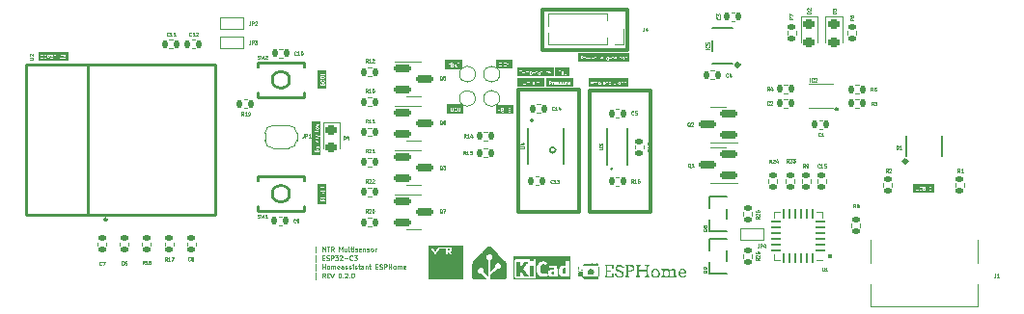
<source format=gbr>
%TF.GenerationSoftware,KiCad,Pcbnew,7.0.5-0*%
%TF.CreationDate,2024-04-12T00:02:12+02:00*%
%TF.ProjectId,MTR_C3_TempHum,4d54525f-4333-45f5-9465-6d7048756d2e,rev?*%
%TF.SameCoordinates,Original*%
%TF.FileFunction,Legend,Top*%
%TF.FilePolarity,Positive*%
%FSLAX46Y46*%
G04 Gerber Fmt 4.6, Leading zero omitted, Abs format (unit mm)*
G04 Created by KiCad (PCBNEW 7.0.5-0) date 2024-04-12 00:02:12*
%MOMM*%
%LPD*%
G01*
G04 APERTURE LIST*
G04 Aperture macros list*
%AMRoundRect*
0 Rectangle with rounded corners*
0 $1 Rounding radius*
0 $2 $3 $4 $5 $6 $7 $8 $9 X,Y pos of 4 corners*
0 Add a 4 corners polygon primitive as box body*
4,1,4,$2,$3,$4,$5,$6,$7,$8,$9,$2,$3,0*
0 Add four circle primitives for the rounded corners*
1,1,$1+$1,$2,$3*
1,1,$1+$1,$4,$5*
1,1,$1+$1,$6,$7*
1,1,$1+$1,$8,$9*
0 Add four rect primitives between the rounded corners*
20,1,$1+$1,$2,$3,$4,$5,0*
20,1,$1+$1,$4,$5,$6,$7,0*
20,1,$1+$1,$6,$7,$8,$9,0*
20,1,$1+$1,$8,$9,$2,$3,0*%
%AMOutline5P*
0 Free polygon, 5 corners , with rotation*
0 The origin of the aperture is its center*
0 number of corners: always 5*
0 $1 to $10 corner X, Y*
0 $11 Rotation angle, in degrees counterclockwise*
0 create outline with 5 corners*
4,1,5,$1,$2,$3,$4,$5,$6,$7,$8,$9,$10,$1,$2,$11*%
%AMOutline6P*
0 Free polygon, 6 corners , with rotation*
0 The origin of the aperture is its center*
0 number of corners: always 6*
0 $1 to $12 corner X, Y*
0 $13 Rotation angle, in degrees counterclockwise*
0 create outline with 6 corners*
4,1,6,$1,$2,$3,$4,$5,$6,$7,$8,$9,$10,$11,$12,$1,$2,$13*%
%AMOutline7P*
0 Free polygon, 7 corners , with rotation*
0 The origin of the aperture is its center*
0 number of corners: always 7*
0 $1 to $14 corner X, Y*
0 $15 Rotation angle, in degrees counterclockwise*
0 create outline with 7 corners*
4,1,7,$1,$2,$3,$4,$5,$6,$7,$8,$9,$10,$11,$12,$13,$14,$1,$2,$15*%
%AMOutline8P*
0 Free polygon, 8 corners , with rotation*
0 The origin of the aperture is its center*
0 number of corners: always 8*
0 $1 to $16 corner X, Y*
0 $17 Rotation angle, in degrees counterclockwise*
0 create outline with 8 corners*
4,1,8,$1,$2,$3,$4,$5,$6,$7,$8,$9,$10,$11,$12,$13,$14,$15,$16,$1,$2,$17*%
%AMFreePoly0*
4,1,6,0.209000,-0.242000,-0.508000,-0.242000,-0.254000,0.000000,-0.508000,0.242000,0.209000,0.242000,0.209000,-0.242000,0.209000,-0.242000,$1*%
%AMFreePoly1*
4,1,6,0.463000,0.000000,0.238000,-0.242000,-0.254000,-0.242000,-0.254000,0.242000,0.238000,0.242000,0.463000,0.000000,0.463000,0.000000,$1*%
%AMFreePoly2*
4,1,19,0.500000,-0.750000,0.000000,-0.750000,0.000000,-0.744911,-0.071157,-0.744911,-0.207708,-0.704816,-0.327430,-0.627875,-0.420627,-0.520320,-0.479746,-0.390866,-0.500000,-0.250000,-0.500000,0.250000,-0.479746,0.390866,-0.420627,0.520320,-0.327430,0.627875,-0.207708,0.704816,-0.071157,0.744911,0.000000,0.744911,0.000000,0.750000,0.500000,0.750000,0.500000,-0.750000,0.500000,-0.750000,
$1*%
%AMFreePoly3*
4,1,19,0.000000,0.744911,0.071157,0.744911,0.207708,0.704816,0.327430,0.627875,0.420627,0.520320,0.479746,0.390866,0.500000,0.250000,0.500000,-0.250000,0.479746,-0.390866,0.420627,-0.520320,0.327430,-0.627875,0.207708,-0.704816,0.071157,-0.744911,0.000000,-0.744911,0.000000,-0.750000,-0.500000,-0.750000,-0.500000,0.750000,0.000000,0.750000,0.000000,0.744911,0.000000,0.744911,
$1*%
%AMFreePoly4*
4,1,6,0.471000,0.000000,0.217000,-0.254000,-0.246000,-0.254000,-0.246000,0.242000,0.217000,0.242000,0.471000,0.000000,0.471000,0.000000,$1*%
%AMFreePoly5*
4,1,6,0.263000,-0.242000,-0.529000,-0.242000,-0.254000,0.000000,-0.529000,0.242000,0.263000,0.242000,0.263000,-0.242000,0.263000,-0.242000,$1*%
%AMFreePoly6*
4,1,6,0.471000,0.000000,0.217000,-0.242000,-0.246000,-0.242000,-0.246000,0.242000,0.217000,0.242000,0.471000,0.000000,0.471000,0.000000,$1*%
%AMFreePoly7*
4,1,6,0.269000,-0.242000,-0.500000,-0.242000,-0.254000,0.000000,-0.500000,0.242000,0.269000,0.242000,0.269000,-0.242000,0.269000,-0.242000,$1*%
G04 Aperture macros list end*
%ADD10C,0.075000*%
%ADD11C,0.300000*%
%ADD12C,0.100000*%
%ADD13C,0.120000*%
%ADD14C,0.150000*%
%ADD15C,0.200000*%
%ADD16C,0.400000*%
%ADD17C,0.250000*%
%ADD18C,1.000000*%
%ADD19C,2.250000*%
%ADD20RoundRect,0.150000X0.587500X0.150000X-0.587500X0.150000X-0.587500X-0.150000X0.587500X-0.150000X0*%
%ADD21FreePoly0,180.000000*%
%ADD22FreePoly1,180.000000*%
%ADD23R,1.250000X0.700000*%
%ADD24RoundRect,0.135000X-0.135000X-0.185000X0.135000X-0.185000X0.135000X0.185000X-0.135000X0.185000X0*%
%ADD25O,1.000000X1.000000*%
%ADD26R,1.000000X1.000000*%
%ADD27RoundRect,0.135000X0.185000X-0.135000X0.185000X0.135000X-0.185000X0.135000X-0.185000X-0.135000X0*%
%ADD28O,0.450000X0.900000*%
%ADD29RoundRect,0.150000X-0.587500X-0.150000X0.587500X-0.150000X0.587500X0.150000X-0.587500X0.150000X0*%
%ADD30RoundRect,0.135000X-0.185000X0.135000X-0.185000X-0.135000X0.185000X-0.135000X0.185000X0.135000X0*%
%ADD31FreePoly2,180.000000*%
%ADD32FreePoly3,180.000000*%
%ADD33RoundRect,0.135000X0.135000X0.185000X-0.135000X0.185000X-0.135000X-0.185000X0.135000X-0.185000X0*%
%ADD34FreePoly4,180.000000*%
%ADD35FreePoly5,180.000000*%
%ADD36C,0.650000*%
%ADD37R,0.600000X1.450000*%
%ADD38R,0.300000X1.450000*%
%ADD39O,1.000000X2.100000*%
%ADD40O,1.000000X1.600000*%
%ADD41R,2.600000X2.600000*%
%ADD42RoundRect,0.062500X0.062500X0.350000X-0.062500X0.350000X-0.062500X-0.350000X0.062500X-0.350000X0*%
%ADD43RoundRect,0.062500X0.350000X0.062500X-0.350000X0.062500X-0.350000X-0.062500X0.350000X-0.062500X0*%
%ADD44RoundRect,0.218750X-0.256250X0.218750X-0.256250X-0.218750X0.256250X-0.218750X0.256250X0.218750X0*%
%ADD45R,1.350000X2.000000*%
%ADD46FreePoly6,180.000000*%
%ADD47FreePoly7,180.000000*%
%ADD48R,1.050000X0.530000*%
%ADD49R,0.520000X0.250000*%
%ADD50R,0.900000X1.600000*%
%ADD51R,0.280000X0.510000*%
%ADD52R,1.200000X1.500000*%
%ADD53R,0.400000X0.800000*%
%ADD54R,0.800000X0.400000*%
%ADD55Outline5P,-0.725000X0.145000X-0.145000X0.725000X0.725000X0.725000X0.725000X-0.725000X-0.725000X-0.725000X90.000000*%
%ADD56R,1.450000X1.450000*%
%ADD57R,0.700000X0.700000*%
%ADD58R,0.530000X1.070000*%
%ADD59C,2.400000*%
G04 APERTURE END LIST*
D10*
G36*
X81678912Y-35663303D02*
G01*
X81682636Y-35667027D01*
X81690242Y-35682238D01*
X81690242Y-35707389D01*
X81682636Y-35722601D01*
X81676956Y-35728280D01*
X81661747Y-35735885D01*
X81593813Y-35735885D01*
X81593813Y-35653742D01*
X81650228Y-35653742D01*
X81678912Y-35663303D01*
G37*
G36*
X81662672Y-35518491D02*
G01*
X81668349Y-35524169D01*
X81675956Y-35539381D01*
X81675956Y-35550247D01*
X81668350Y-35565458D01*
X81662671Y-35571137D01*
X81648104Y-35578420D01*
X81646665Y-35578368D01*
X81646034Y-35578742D01*
X81593813Y-35578742D01*
X81593813Y-35510885D01*
X81647460Y-35510885D01*
X81662672Y-35518491D01*
G37*
G36*
X82618400Y-35969357D02*
G01*
X81023043Y-35969357D01*
X81023043Y-35474798D01*
X81217255Y-35474798D01*
X81318592Y-35778808D01*
X81318439Y-35783033D01*
X81322006Y-35789051D01*
X81322442Y-35790358D01*
X81324746Y-35793673D01*
X81329668Y-35801977D01*
X81330970Y-35802629D01*
X81331803Y-35803828D01*
X81340730Y-35807520D01*
X81349356Y-35811844D01*
X81350805Y-35811688D01*
X81352152Y-35812246D01*
X81361649Y-35810528D01*
X81371253Y-35809500D01*
X81372388Y-35808585D01*
X81373823Y-35808326D01*
X81380886Y-35801743D01*
X81388407Y-35795689D01*
X81388867Y-35794306D01*
X81389934Y-35793313D01*
X81392317Y-35783956D01*
X81393987Y-35778947D01*
X81517628Y-35778947D01*
X81521087Y-35786521D01*
X81523434Y-35794515D01*
X81525590Y-35796383D01*
X81526776Y-35798979D01*
X81533782Y-35803481D01*
X81540077Y-35808936D01*
X81542901Y-35809342D01*
X81545302Y-35810885D01*
X81553633Y-35810885D01*
X81561875Y-35812070D01*
X81564470Y-35810885D01*
X81668583Y-35810885D01*
X81677520Y-35811850D01*
X81684372Y-35808423D01*
X81691729Y-35806264D01*
X81694049Y-35803585D01*
X81711734Y-35794743D01*
X81717901Y-35793402D01*
X81725208Y-35786094D01*
X81732773Y-35779059D01*
X81732954Y-35778348D01*
X81736647Y-35774655D01*
X81742073Y-35771433D01*
X81746698Y-35762181D01*
X81751646Y-35753122D01*
X81751593Y-35752391D01*
X81760381Y-35734816D01*
X81765242Y-35727253D01*
X81765242Y-35723164D01*
X81817848Y-35723164D01*
X81821274Y-35730017D01*
X81823434Y-35737372D01*
X81826112Y-35739692D01*
X81834955Y-35757378D01*
X81836297Y-35763545D01*
X81843610Y-35770858D01*
X81850641Y-35778417D01*
X81851350Y-35778598D01*
X81855043Y-35782291D01*
X81858266Y-35787717D01*
X81867513Y-35792340D01*
X81876577Y-35797290D01*
X81877308Y-35797237D01*
X81894879Y-35806022D01*
X81902445Y-35810885D01*
X81910111Y-35810885D01*
X81917652Y-35812242D01*
X81920924Y-35810885D01*
X81968583Y-35810885D01*
X81977520Y-35811850D01*
X81984372Y-35808423D01*
X81991729Y-35806264D01*
X81994049Y-35803585D01*
X82011734Y-35794743D01*
X82017901Y-35793402D01*
X82025208Y-35786094D01*
X82032773Y-35779059D01*
X82032954Y-35778348D01*
X82036647Y-35774655D01*
X82042073Y-35771433D01*
X82046698Y-35762181D01*
X82051646Y-35753122D01*
X82051593Y-35752391D01*
X82060381Y-35734816D01*
X82065242Y-35727253D01*
X82065242Y-35719588D01*
X82066599Y-35712047D01*
X82065242Y-35708774D01*
X82065242Y-35534723D01*
X82117455Y-35534723D01*
X82118813Y-35537997D01*
X82118813Y-35557081D01*
X82117848Y-35566023D01*
X82121275Y-35572877D01*
X82123434Y-35580230D01*
X82126111Y-35582550D01*
X82134955Y-35600237D01*
X82136297Y-35606402D01*
X82143596Y-35613701D01*
X82150641Y-35621275D01*
X82151351Y-35621456D01*
X82155043Y-35625148D01*
X82158266Y-35630574D01*
X82167513Y-35635197D01*
X82176577Y-35640147D01*
X82177308Y-35640094D01*
X82190711Y-35646795D01*
X82193679Y-35649952D01*
X82200368Y-35651624D01*
X82201508Y-35652194D01*
X82205571Y-35652925D01*
X82257509Y-35665909D01*
X82276958Y-35675634D01*
X82282635Y-35681312D01*
X82290242Y-35696524D01*
X82290242Y-35707389D01*
X82282635Y-35722601D01*
X82276957Y-35728280D01*
X82261747Y-35735885D01*
X82205256Y-35735885D01*
X82163056Y-35721819D01*
X82146664Y-35721227D01*
X82127720Y-35732456D01*
X82117854Y-35752144D01*
X82120199Y-35774041D01*
X82134009Y-35791194D01*
X82182853Y-35807474D01*
X82188160Y-35810885D01*
X82198492Y-35810885D01*
X82208820Y-35811258D01*
X82209449Y-35810885D01*
X82268582Y-35810885D01*
X82277520Y-35811850D01*
X82284373Y-35808423D01*
X82291729Y-35806264D01*
X82294049Y-35803586D01*
X82311735Y-35794743D01*
X82317903Y-35793402D01*
X82325211Y-35786092D01*
X82332774Y-35779059D01*
X82332956Y-35778347D01*
X82336647Y-35774655D01*
X82342073Y-35771433D01*
X82346699Y-35762179D01*
X82351647Y-35753120D01*
X82351594Y-35752389D01*
X82360381Y-35734816D01*
X82365242Y-35727253D01*
X82365242Y-35719588D01*
X82366599Y-35712047D01*
X82365242Y-35708774D01*
X82365242Y-35689690D01*
X82366207Y-35680749D01*
X82362780Y-35673895D01*
X82360621Y-35666541D01*
X82357942Y-35664220D01*
X82349099Y-35646534D01*
X82347759Y-35640371D01*
X82340455Y-35633066D01*
X82333414Y-35625497D01*
X82332705Y-35625315D01*
X82329011Y-35621621D01*
X82325790Y-35616197D01*
X82316550Y-35611577D01*
X82307480Y-35606624D01*
X82306748Y-35606676D01*
X82293344Y-35599974D01*
X82290377Y-35596818D01*
X82283687Y-35595145D01*
X82282548Y-35594576D01*
X82278483Y-35593844D01*
X82226543Y-35580859D01*
X82207098Y-35571137D01*
X82201417Y-35565456D01*
X82193813Y-35550247D01*
X82193813Y-35539380D01*
X82201418Y-35524170D01*
X82207098Y-35518490D01*
X82222309Y-35510885D01*
X82278800Y-35510885D01*
X82320997Y-35524951D01*
X82337390Y-35525545D01*
X82356334Y-35514316D01*
X82366200Y-35494628D01*
X82363857Y-35472731D01*
X82350046Y-35455577D01*
X82301205Y-35439296D01*
X82295896Y-35435885D01*
X82285558Y-35435885D01*
X82275237Y-35435511D01*
X82274606Y-35435885D01*
X82215475Y-35435885D01*
X82206534Y-35434920D01*
X82199680Y-35438346D01*
X82192326Y-35440506D01*
X82190005Y-35443184D01*
X82172317Y-35452028D01*
X82166154Y-35453369D01*
X82158849Y-35460673D01*
X82151282Y-35467713D01*
X82151100Y-35468422D01*
X82147407Y-35472115D01*
X82141983Y-35475337D01*
X82137362Y-35484577D01*
X82132409Y-35493649D01*
X82132461Y-35494379D01*
X82123674Y-35511952D01*
X82118813Y-35519517D01*
X82118813Y-35527178D01*
X82117455Y-35534723D01*
X82065242Y-35534723D01*
X82065242Y-35467994D01*
X82060621Y-35452255D01*
X82043978Y-35437834D01*
X82022180Y-35434700D01*
X82002148Y-35443848D01*
X81990242Y-35462374D01*
X81990242Y-35707388D01*
X81982636Y-35722601D01*
X81976956Y-35728280D01*
X81961747Y-35735885D01*
X81922308Y-35735885D01*
X81907098Y-35728280D01*
X81901418Y-35722600D01*
X81893813Y-35707390D01*
X81893813Y-35467994D01*
X81889192Y-35452255D01*
X81872549Y-35437834D01*
X81850751Y-35434700D01*
X81830719Y-35443848D01*
X81818813Y-35462374D01*
X81818813Y-35714226D01*
X81817848Y-35723164D01*
X81765242Y-35723164D01*
X81765242Y-35719588D01*
X81766599Y-35712047D01*
X81765242Y-35708774D01*
X81765242Y-35675404D01*
X81766207Y-35666463D01*
X81762780Y-35659609D01*
X81760621Y-35652255D01*
X81757942Y-35649934D01*
X81749098Y-35632246D01*
X81747758Y-35626083D01*
X81740453Y-35618778D01*
X81733414Y-35611211D01*
X81732704Y-35611029D01*
X81730512Y-35608837D01*
X81732405Y-35605050D01*
X81737361Y-35595977D01*
X81737308Y-35595245D01*
X81746094Y-35577675D01*
X81750956Y-35570111D01*
X81750956Y-35562449D01*
X81752314Y-35554905D01*
X81750956Y-35551630D01*
X81750956Y-35532547D01*
X81751921Y-35523606D01*
X81748494Y-35516752D01*
X81746335Y-35509398D01*
X81743656Y-35507077D01*
X81734813Y-35489391D01*
X81733473Y-35483228D01*
X81726169Y-35475923D01*
X81719128Y-35468354D01*
X81718419Y-35468172D01*
X81714725Y-35464478D01*
X81711504Y-35459054D01*
X81702264Y-35454434D01*
X81693194Y-35449481D01*
X81692462Y-35449533D01*
X81674887Y-35440745D01*
X81667324Y-35435885D01*
X81659659Y-35435885D01*
X81652118Y-35434528D01*
X81648846Y-35435885D01*
X81558993Y-35435885D01*
X81550751Y-35434700D01*
X81543176Y-35438159D01*
X81535183Y-35440506D01*
X81533314Y-35442662D01*
X81530719Y-35443848D01*
X81526216Y-35450854D01*
X81520762Y-35457149D01*
X81520355Y-35459973D01*
X81518813Y-35462374D01*
X81518813Y-35470704D01*
X81517628Y-35478947D01*
X81518813Y-35481541D01*
X81518813Y-35613561D01*
X81517628Y-35621804D01*
X81518813Y-35624398D01*
X81518813Y-35770704D01*
X81517628Y-35778947D01*
X81393987Y-35778947D01*
X81493593Y-35480129D01*
X81494187Y-35463736D01*
X81482958Y-35444792D01*
X81463270Y-35434926D01*
X81441373Y-35437270D01*
X81424219Y-35451080D01*
X81356313Y-35654799D01*
X81290184Y-35456412D01*
X81280823Y-35442942D01*
X81260474Y-35434524D01*
X81238803Y-35438444D01*
X81222692Y-35453457D01*
X81217255Y-35474798D01*
X81023043Y-35474798D01*
X81023043Y-35171143D01*
X82618400Y-35171143D01*
X82618400Y-35969357D01*
G37*
G36*
X77244670Y-35467690D02*
G01*
X77261594Y-35484614D01*
X77272241Y-35527200D01*
X77272241Y-35617969D01*
X77261594Y-35660556D01*
X77244670Y-35677480D01*
X77229461Y-35685085D01*
X77190022Y-35685085D01*
X77174812Y-35677480D01*
X77157888Y-35660556D01*
X77147241Y-35617967D01*
X77147241Y-35527202D01*
X77157888Y-35484614D01*
X77174811Y-35467690D01*
X77190023Y-35460085D01*
X77229461Y-35460085D01*
X77244670Y-35467690D01*
G37*
G36*
X77816100Y-35467691D02*
G01*
X77821780Y-35473371D01*
X77831501Y-35492814D01*
X77843670Y-35541489D01*
X77843670Y-35603681D01*
X77831501Y-35652353D01*
X77821779Y-35671800D01*
X77816099Y-35677480D01*
X77800889Y-35685085D01*
X77790022Y-35685085D01*
X77774812Y-35677480D01*
X77769132Y-35671800D01*
X77759409Y-35652354D01*
X77747241Y-35603682D01*
X77747241Y-35541488D01*
X77759409Y-35492815D01*
X77769132Y-35473370D01*
X77774812Y-35467690D01*
X77790023Y-35460085D01*
X77800888Y-35460085D01*
X77816100Y-35467691D01*
G37*
G36*
X78171828Y-35918557D02*
G01*
X76705043Y-35918557D01*
X76705043Y-35727976D01*
X76943670Y-35727976D01*
X76948291Y-35743715D01*
X76964934Y-35758136D01*
X76986732Y-35761270D01*
X77006764Y-35752122D01*
X77018670Y-35733596D01*
X77018670Y-35620998D01*
X77070690Y-35620998D01*
X77072241Y-35627202D01*
X77072241Y-35627976D01*
X77073543Y-35632413D01*
X77087508Y-35688273D01*
X77089725Y-35698459D01*
X77094113Y-35702847D01*
X77097255Y-35708202D01*
X77101741Y-35710475D01*
X77122757Y-35731491D01*
X77125980Y-35736917D01*
X77135221Y-35741537D01*
X77144291Y-35746490D01*
X77145022Y-35746437D01*
X77162593Y-35755222D01*
X77170159Y-35760085D01*
X77177825Y-35760085D01*
X77185366Y-35761442D01*
X77188638Y-35760085D01*
X77236297Y-35760085D01*
X77245234Y-35761050D01*
X77252086Y-35757623D01*
X77259443Y-35755464D01*
X77261763Y-35752785D01*
X77279448Y-35743943D01*
X77285615Y-35742602D01*
X77292922Y-35735294D01*
X77300487Y-35728259D01*
X77300668Y-35727548D01*
X77321570Y-35706646D01*
X77329166Y-35699505D01*
X77330671Y-35693483D01*
X77333646Y-35688036D01*
X77333287Y-35683019D01*
X77344624Y-35637666D01*
X77347241Y-35633596D01*
X77347241Y-35627202D01*
X77347429Y-35626450D01*
X77347241Y-35621823D01*
X77347241Y-35528756D01*
X77348792Y-35524172D01*
X77347241Y-35517967D01*
X77347241Y-35517194D01*
X77345938Y-35512758D01*
X77345168Y-35509677D01*
X77384968Y-35509677D01*
X77391913Y-35530575D01*
X77409054Y-35544401D01*
X77430949Y-35546765D01*
X77465163Y-35529657D01*
X77471330Y-35528316D01*
X77472242Y-35527403D01*
X77472242Y-35685085D01*
X77418636Y-35685085D01*
X77402897Y-35689706D01*
X77388476Y-35706349D01*
X77385342Y-35728147D01*
X77394490Y-35748179D01*
X77413016Y-35760085D01*
X77507062Y-35760085D01*
X77515304Y-35761270D01*
X77517899Y-35760085D01*
X77600847Y-35760085D01*
X77616586Y-35755464D01*
X77631007Y-35738821D01*
X77634141Y-35717023D01*
X77624993Y-35696991D01*
X77606467Y-35685085D01*
X77547242Y-35685085D01*
X77547242Y-35606713D01*
X77670690Y-35606713D01*
X77672241Y-35612916D01*
X77672241Y-35613691D01*
X77673544Y-35618129D01*
X77686026Y-35668059D01*
X77685562Y-35672364D01*
X77688643Y-35678527D01*
X77688954Y-35679768D01*
X77691051Y-35683342D01*
X77702669Y-35706578D01*
X77704011Y-35712745D01*
X77711324Y-35720058D01*
X77718355Y-35727617D01*
X77719064Y-35727798D01*
X77722757Y-35731491D01*
X77725980Y-35736917D01*
X77735227Y-35741540D01*
X77744291Y-35746490D01*
X77745022Y-35746437D01*
X77762593Y-35755222D01*
X77770159Y-35760085D01*
X77777825Y-35760085D01*
X77785366Y-35761442D01*
X77788638Y-35760085D01*
X77807724Y-35760085D01*
X77816662Y-35761050D01*
X77823515Y-35757623D01*
X77830871Y-35755464D01*
X77833191Y-35752786D01*
X77850878Y-35743943D01*
X77857044Y-35742602D01*
X77864351Y-35735294D01*
X77871916Y-35728259D01*
X77872097Y-35727548D01*
X77875792Y-35723853D01*
X77881216Y-35720632D01*
X77885833Y-35711396D01*
X77890789Y-35702322D01*
X77890736Y-35701589D01*
X77897437Y-35688188D01*
X77900594Y-35685220D01*
X77902267Y-35678528D01*
X77902836Y-35677390D01*
X77903566Y-35673329D01*
X77916053Y-35623382D01*
X77918670Y-35619311D01*
X77918670Y-35612916D01*
X77918858Y-35612165D01*
X77918670Y-35607538D01*
X77918670Y-35543042D01*
X77920221Y-35538458D01*
X77918670Y-35532254D01*
X77918670Y-35531480D01*
X77917366Y-35527041D01*
X77904884Y-35477111D01*
X77905349Y-35472806D01*
X77902266Y-35466640D01*
X77901957Y-35465403D01*
X77899863Y-35461834D01*
X77888242Y-35438591D01*
X77886901Y-35432426D01*
X77879593Y-35425118D01*
X77872558Y-35417554D01*
X77871847Y-35417372D01*
X77868153Y-35413678D01*
X77864932Y-35408254D01*
X77855686Y-35403631D01*
X77846621Y-35398681D01*
X77845890Y-35398733D01*
X77828315Y-35389945D01*
X77820752Y-35385085D01*
X77813087Y-35385085D01*
X77805546Y-35383728D01*
X77802274Y-35385085D01*
X77783189Y-35385085D01*
X77774248Y-35384120D01*
X77767394Y-35387546D01*
X77760040Y-35389706D01*
X77757719Y-35392384D01*
X77740031Y-35401228D01*
X77733868Y-35402569D01*
X77726563Y-35409873D01*
X77718996Y-35416913D01*
X77718814Y-35417622D01*
X77715121Y-35421315D01*
X77709697Y-35424537D01*
X77705076Y-35433777D01*
X77700123Y-35442849D01*
X77700175Y-35443579D01*
X77693473Y-35456981D01*
X77690317Y-35459950D01*
X77688644Y-35466640D01*
X77688075Y-35467779D01*
X77687342Y-35471847D01*
X77674857Y-35521789D01*
X77672241Y-35525860D01*
X77672241Y-35532254D01*
X77672053Y-35533006D01*
X77672241Y-35537632D01*
X77672241Y-35602128D01*
X77670690Y-35606713D01*
X77547242Y-35606713D01*
X77547242Y-35428299D01*
X77548820Y-35423242D01*
X77547242Y-35417514D01*
X77547242Y-35417194D01*
X77545812Y-35412324D01*
X77542971Y-35402011D01*
X77542717Y-35401783D01*
X77542621Y-35401455D01*
X77534518Y-35394434D01*
X77526573Y-35387312D01*
X77526236Y-35387257D01*
X77525978Y-35387034D01*
X77515386Y-35385511D01*
X77504831Y-35383812D01*
X77504518Y-35383948D01*
X77504180Y-35383900D01*
X77494451Y-35388342D01*
X77484648Y-35392622D01*
X77484458Y-35392906D01*
X77484148Y-35393048D01*
X77478367Y-35402042D01*
X77452027Y-35441551D01*
X77430384Y-35463195D01*
X77402435Y-35477170D01*
X77390424Y-35488342D01*
X77384968Y-35509677D01*
X77345168Y-35509677D01*
X77331973Y-35456894D01*
X77329758Y-35446711D01*
X77325370Y-35442323D01*
X77322229Y-35436969D01*
X77317742Y-35434695D01*
X77296725Y-35413679D01*
X77293504Y-35408255D01*
X77284259Y-35403632D01*
X77275191Y-35398681D01*
X77274461Y-35398733D01*
X77256888Y-35389946D01*
X77249324Y-35385085D01*
X77241662Y-35385085D01*
X77234118Y-35383727D01*
X77230844Y-35385085D01*
X77183189Y-35385085D01*
X77174248Y-35384120D01*
X77167394Y-35387546D01*
X77160040Y-35389706D01*
X77157719Y-35392384D01*
X77140033Y-35401227D01*
X77133869Y-35402568D01*
X77126560Y-35409876D01*
X77118996Y-35416913D01*
X77118814Y-35417621D01*
X77097930Y-35438505D01*
X77090317Y-35445664D01*
X77088811Y-35451687D01*
X77085837Y-35457134D01*
X77086195Y-35462149D01*
X77074857Y-35507503D01*
X77072241Y-35511574D01*
X77072241Y-35517968D01*
X77072053Y-35518720D01*
X77072241Y-35523346D01*
X77072241Y-35616413D01*
X77070690Y-35620998D01*
X77018670Y-35620998D01*
X77018670Y-35417194D01*
X77014049Y-35401455D01*
X76997406Y-35387034D01*
X76975608Y-35383900D01*
X76955576Y-35393048D01*
X76943670Y-35411574D01*
X76943670Y-35727976D01*
X76705043Y-35727976D01*
X76705043Y-35120343D01*
X78171828Y-35120343D01*
X78171828Y-35918557D01*
G37*
G36*
X77513256Y-31687771D02*
G01*
X77474456Y-31687771D01*
X77493855Y-31629570D01*
X77513256Y-31687771D01*
G37*
G36*
X77259312Y-31700903D02*
G01*
X77263036Y-31704627D01*
X77270642Y-31719838D01*
X77270642Y-31744989D01*
X77263036Y-31760201D01*
X77257356Y-31765880D01*
X77242147Y-31773485D01*
X77174213Y-31773485D01*
X77174213Y-31691342D01*
X77230628Y-31691342D01*
X77259312Y-31700903D01*
G37*
G36*
X77243072Y-31556091D02*
G01*
X77248749Y-31561769D01*
X77256356Y-31576981D01*
X77256356Y-31587847D01*
X77248750Y-31603058D01*
X77243071Y-31608737D01*
X77228504Y-31616020D01*
X77227065Y-31615968D01*
X77226434Y-31616342D01*
X77174213Y-31616342D01*
X77174213Y-31548485D01*
X77227860Y-31548485D01*
X77243072Y-31556091D01*
G37*
G36*
X78084514Y-32006957D02*
G01*
X76603443Y-32006957D01*
X76603443Y-31512398D01*
X76797655Y-31512398D01*
X76898992Y-31816408D01*
X76898839Y-31820633D01*
X76902406Y-31826651D01*
X76902842Y-31827958D01*
X76905146Y-31831273D01*
X76910068Y-31839577D01*
X76911370Y-31840229D01*
X76912203Y-31841428D01*
X76921130Y-31845120D01*
X76929756Y-31849444D01*
X76931205Y-31849288D01*
X76932552Y-31849846D01*
X76942049Y-31848128D01*
X76951653Y-31847100D01*
X76952788Y-31846185D01*
X76954223Y-31845926D01*
X76961286Y-31839343D01*
X76968807Y-31833289D01*
X76969267Y-31831906D01*
X76970334Y-31830913D01*
X76972717Y-31821556D01*
X76974387Y-31816547D01*
X77098028Y-31816547D01*
X77101487Y-31824121D01*
X77103834Y-31832115D01*
X77105990Y-31833983D01*
X77107176Y-31836579D01*
X77114182Y-31841081D01*
X77120477Y-31846536D01*
X77123301Y-31846942D01*
X77125702Y-31848485D01*
X77134033Y-31848485D01*
X77142275Y-31849670D01*
X77144870Y-31848485D01*
X77248983Y-31848485D01*
X77257920Y-31849450D01*
X77264772Y-31846023D01*
X77272129Y-31843864D01*
X77274449Y-31841185D01*
X77292134Y-31832343D01*
X77298301Y-31831002D01*
X77305608Y-31823694D01*
X77308900Y-31820633D01*
X77355982Y-31820633D01*
X77367211Y-31839577D01*
X77386899Y-31849444D01*
X77408796Y-31847100D01*
X77425950Y-31833289D01*
X77449456Y-31762771D01*
X77538256Y-31762771D01*
X77559985Y-31827958D01*
X77569346Y-31841428D01*
X77589695Y-31849846D01*
X77611366Y-31845926D01*
X77627477Y-31830913D01*
X77632914Y-31809573D01*
X77603665Y-31721827D01*
X77603970Y-31719709D01*
X77600227Y-31711514D01*
X77535238Y-31516547D01*
X77612314Y-31516547D01*
X77621462Y-31536579D01*
X77639988Y-31548485D01*
X77699213Y-31548485D01*
X77699213Y-31816376D01*
X77703834Y-31832115D01*
X77720477Y-31846536D01*
X77742275Y-31849670D01*
X77762307Y-31840522D01*
X77774213Y-31821996D01*
X77774213Y-31548485D01*
X77827819Y-31548485D01*
X77843558Y-31543864D01*
X77857979Y-31527221D01*
X77861113Y-31505423D01*
X77851965Y-31485391D01*
X77833439Y-31473485D01*
X77739393Y-31473485D01*
X77731151Y-31472300D01*
X77728556Y-31473485D01*
X77645608Y-31473485D01*
X77629869Y-31478106D01*
X77615448Y-31494749D01*
X77612314Y-31516547D01*
X77535238Y-31516547D01*
X77531576Y-31505561D01*
X77531730Y-31501336D01*
X77528161Y-31495316D01*
X77527727Y-31494012D01*
X77525426Y-31490702D01*
X77520501Y-31482392D01*
X77519197Y-31481738D01*
X77518366Y-31480542D01*
X77509443Y-31476851D01*
X77500813Y-31472526D01*
X77499363Y-31472681D01*
X77498017Y-31472124D01*
X77488519Y-31473841D01*
X77478916Y-31474870D01*
X77477779Y-31475784D01*
X77476346Y-31476044D01*
X77469286Y-31482621D01*
X77461762Y-31488680D01*
X77461300Y-31490063D01*
X77460235Y-31491057D01*
X77457852Y-31500408D01*
X77389208Y-31706343D01*
X77386876Y-31709035D01*
X77385787Y-31716605D01*
X77356576Y-31804241D01*
X77355982Y-31820633D01*
X77308900Y-31820633D01*
X77313173Y-31816659D01*
X77313354Y-31815948D01*
X77317047Y-31812255D01*
X77322473Y-31809033D01*
X77327098Y-31799781D01*
X77332046Y-31790722D01*
X77331993Y-31789991D01*
X77340781Y-31772416D01*
X77345642Y-31764853D01*
X77345642Y-31757188D01*
X77346999Y-31749647D01*
X77345642Y-31746374D01*
X77345642Y-31713004D01*
X77346607Y-31704063D01*
X77343180Y-31697209D01*
X77341021Y-31689855D01*
X77338342Y-31687534D01*
X77329498Y-31669846D01*
X77328158Y-31663683D01*
X77320853Y-31656378D01*
X77313814Y-31648811D01*
X77313104Y-31648629D01*
X77310912Y-31646437D01*
X77312805Y-31642650D01*
X77317761Y-31633577D01*
X77317708Y-31632845D01*
X77326494Y-31615275D01*
X77331356Y-31607711D01*
X77331356Y-31600049D01*
X77332714Y-31592505D01*
X77331356Y-31589230D01*
X77331356Y-31570147D01*
X77332321Y-31561206D01*
X77328894Y-31554352D01*
X77326735Y-31546998D01*
X77324056Y-31544677D01*
X77315213Y-31526991D01*
X77313873Y-31520828D01*
X77306569Y-31513523D01*
X77299528Y-31505954D01*
X77298819Y-31505772D01*
X77295125Y-31502078D01*
X77291904Y-31496654D01*
X77282664Y-31492034D01*
X77273594Y-31487081D01*
X77272862Y-31487133D01*
X77255287Y-31478345D01*
X77247724Y-31473485D01*
X77240059Y-31473485D01*
X77232518Y-31472128D01*
X77229246Y-31473485D01*
X77139393Y-31473485D01*
X77131151Y-31472300D01*
X77123576Y-31475759D01*
X77115583Y-31478106D01*
X77113714Y-31480262D01*
X77111119Y-31481448D01*
X77106616Y-31488454D01*
X77101162Y-31494749D01*
X77100755Y-31497573D01*
X77099213Y-31499974D01*
X77099213Y-31508304D01*
X77098028Y-31516547D01*
X77099213Y-31519141D01*
X77099213Y-31651161D01*
X77098028Y-31659404D01*
X77099213Y-31661998D01*
X77099213Y-31808304D01*
X77098028Y-31816547D01*
X76974387Y-31816547D01*
X77073993Y-31517729D01*
X77074587Y-31501336D01*
X77063358Y-31482392D01*
X77043670Y-31472526D01*
X77021773Y-31474870D01*
X77004619Y-31488680D01*
X76936713Y-31692399D01*
X76870584Y-31494012D01*
X76861223Y-31480542D01*
X76840874Y-31472124D01*
X76819203Y-31476044D01*
X76803092Y-31491057D01*
X76797655Y-31512398D01*
X76603443Y-31512398D01*
X76603443Y-31208743D01*
X78084514Y-31208743D01*
X78084514Y-32006957D01*
G37*
G36*
X82483485Y-31956157D02*
G01*
X81073843Y-31956157D01*
X81073843Y-31728825D01*
X81282416Y-31728825D01*
X81287096Y-31750343D01*
X81305843Y-31769092D01*
X81309066Y-31774517D01*
X81318296Y-31779132D01*
X81327375Y-31784090D01*
X81328108Y-31784037D01*
X81345679Y-31792822D01*
X81353245Y-31797685D01*
X81360911Y-31797685D01*
X81368452Y-31799042D01*
X81371724Y-31797685D01*
X81447953Y-31797685D01*
X81456891Y-31798650D01*
X81463744Y-31795223D01*
X81471100Y-31793064D01*
X81473420Y-31790386D01*
X81491106Y-31781543D01*
X81497274Y-31780202D01*
X81504582Y-31772892D01*
X81512145Y-31765859D01*
X81512327Y-31765147D01*
X81516018Y-31761455D01*
X81521444Y-31758233D01*
X81526070Y-31748979D01*
X81529274Y-31743113D01*
X81582414Y-31743113D01*
X81584185Y-31751252D01*
X81584779Y-31759558D01*
X81586488Y-31761842D01*
X81587096Y-31764632D01*
X81592988Y-31770524D01*
X81597977Y-31777187D01*
X81600649Y-31778183D01*
X81602399Y-31779933D01*
X81602805Y-31781315D01*
X81608079Y-31785885D01*
X81612261Y-31791472D01*
X81616239Y-31792955D01*
X81619448Y-31795736D01*
X81623649Y-31796340D01*
X81627378Y-31798376D01*
X81630225Y-31798172D01*
X81632895Y-31799168D01*
X81637043Y-31798265D01*
X81641246Y-31798870D01*
X81645106Y-31797107D01*
X81649343Y-31796804D01*
X81651627Y-31795093D01*
X81654413Y-31794488D01*
X81657415Y-31791486D01*
X81661278Y-31789722D01*
X81663573Y-31786150D01*
X81666972Y-31783606D01*
X81667968Y-31780933D01*
X81674592Y-31774310D01*
X81681257Y-31769321D01*
X81684165Y-31761523D01*
X81688160Y-31754209D01*
X81687956Y-31751359D01*
X81688953Y-31748688D01*
X81687184Y-31740556D01*
X81686590Y-31732243D01*
X81684878Y-31729956D01*
X81684632Y-31728825D01*
X81710987Y-31728825D01*
X81715667Y-31750343D01*
X81734414Y-31769092D01*
X81737637Y-31774517D01*
X81746867Y-31779132D01*
X81755946Y-31784090D01*
X81756679Y-31784037D01*
X81774250Y-31792822D01*
X81781816Y-31797685D01*
X81789482Y-31797685D01*
X81797023Y-31799042D01*
X81800295Y-31797685D01*
X81876524Y-31797685D01*
X81885462Y-31798650D01*
X81892315Y-31795223D01*
X81899671Y-31793064D01*
X81901991Y-31790386D01*
X81919677Y-31781543D01*
X81925845Y-31780202D01*
X81933153Y-31772892D01*
X81940716Y-31765859D01*
X81940898Y-31765147D01*
X81944589Y-31761455D01*
X81950015Y-31758233D01*
X81954641Y-31748979D01*
X81959589Y-31739920D01*
X81959536Y-31739189D01*
X81968323Y-31721616D01*
X81973184Y-31714053D01*
X81973184Y-31706388D01*
X81974541Y-31698847D01*
X81973184Y-31695574D01*
X81973184Y-31633629D01*
X81974149Y-31624692D01*
X81970722Y-31617838D01*
X81968563Y-31610484D01*
X81965884Y-31608163D01*
X81957041Y-31590476D01*
X81955700Y-31584311D01*
X81948386Y-31576997D01*
X81941356Y-31569439D01*
X81940646Y-31569257D01*
X81936953Y-31565564D01*
X81933732Y-31560140D01*
X81924486Y-31555517D01*
X81915421Y-31550567D01*
X81914690Y-31550619D01*
X81908911Y-31547729D01*
X81956718Y-31493091D01*
X81956814Y-31493064D01*
X81964014Y-31484754D01*
X81967455Y-31480822D01*
X81967493Y-31480739D01*
X81971235Y-31476421D01*
X81972021Y-31470950D01*
X81974342Y-31465934D01*
X81973740Y-31461598D01*
X81982340Y-31461598D01*
X82083677Y-31765608D01*
X82083524Y-31769833D01*
X82087091Y-31775851D01*
X82087527Y-31777158D01*
X82089831Y-31780473D01*
X82094753Y-31788777D01*
X82096055Y-31789429D01*
X82096888Y-31790628D01*
X82105815Y-31794320D01*
X82114441Y-31798644D01*
X82115890Y-31798488D01*
X82117237Y-31799046D01*
X82126734Y-31797328D01*
X82136338Y-31796300D01*
X82137473Y-31795385D01*
X82138908Y-31795126D01*
X82145971Y-31788543D01*
X82153492Y-31782489D01*
X82153952Y-31781106D01*
X82155019Y-31780113D01*
X82157402Y-31770756D01*
X82258678Y-31466929D01*
X82259272Y-31450536D01*
X82248043Y-31431592D01*
X82228355Y-31421726D01*
X82206458Y-31424070D01*
X82189304Y-31437880D01*
X82121398Y-31641599D01*
X82055269Y-31443212D01*
X82045908Y-31429742D01*
X82025559Y-31421324D01*
X82003888Y-31425244D01*
X81987777Y-31440257D01*
X81982340Y-31461598D01*
X81973740Y-31461598D01*
X81973556Y-31460275D01*
X81974369Y-31454623D01*
X81972073Y-31449595D01*
X81971313Y-31444122D01*
X81967594Y-31439788D01*
X81965221Y-31434591D01*
X81960569Y-31431601D01*
X81956972Y-31427409D01*
X81951501Y-31425774D01*
X81946695Y-31422685D01*
X81941165Y-31422685D01*
X81935872Y-31421103D01*
X81930386Y-31422685D01*
X81744579Y-31422685D01*
X81728840Y-31427306D01*
X81714419Y-31443949D01*
X81711285Y-31465747D01*
X81720433Y-31485779D01*
X81738959Y-31497685D01*
X81853043Y-31497685D01*
X81814647Y-31541564D01*
X81814554Y-31541592D01*
X81807449Y-31549790D01*
X81803912Y-31553834D01*
X81803872Y-31553919D01*
X81800133Y-31558235D01*
X81799346Y-31563704D01*
X81797026Y-31568722D01*
X81797811Y-31574380D01*
X81796999Y-31580033D01*
X81799294Y-31585060D01*
X81800055Y-31590534D01*
X81803773Y-31594867D01*
X81806147Y-31600065D01*
X81810798Y-31603054D01*
X81814396Y-31607247D01*
X81819867Y-31608882D01*
X81824673Y-31611971D01*
X81830199Y-31611971D01*
X81835495Y-31613554D01*
X81840984Y-31611971D01*
X81869688Y-31611971D01*
X81884900Y-31619577D01*
X81890579Y-31625256D01*
X81898184Y-31640466D01*
X81898184Y-31694188D01*
X81890577Y-31709401D01*
X81884899Y-31715080D01*
X81869689Y-31722685D01*
X81801679Y-31722685D01*
X81786468Y-31715080D01*
X81772676Y-31701286D01*
X81758279Y-31693424D01*
X81736314Y-31694995D01*
X81718683Y-31708191D01*
X81710987Y-31728825D01*
X81684632Y-31728825D01*
X81684272Y-31727169D01*
X81678385Y-31721282D01*
X81673393Y-31714613D01*
X81670718Y-31713615D01*
X81668968Y-31711865D01*
X81668563Y-31710484D01*
X81663284Y-31705910D01*
X81659105Y-31700327D01*
X81655129Y-31698844D01*
X81651920Y-31696063D01*
X81647718Y-31695458D01*
X81643992Y-31693424D01*
X81641144Y-31693627D01*
X81638472Y-31692631D01*
X81634324Y-31693533D01*
X81630122Y-31692929D01*
X81626261Y-31694692D01*
X81622026Y-31694995D01*
X81619741Y-31696705D01*
X81616953Y-31697312D01*
X81613951Y-31700313D01*
X81610090Y-31702077D01*
X81607793Y-31705650D01*
X81604397Y-31708193D01*
X81603400Y-31710864D01*
X81596774Y-31717490D01*
X81590110Y-31722480D01*
X81587200Y-31730280D01*
X81583208Y-31737592D01*
X81583411Y-31740438D01*
X81582414Y-31743113D01*
X81529274Y-31743113D01*
X81531018Y-31739920D01*
X81530965Y-31739189D01*
X81539752Y-31721616D01*
X81544613Y-31714053D01*
X81544613Y-31706388D01*
X81545970Y-31698847D01*
X81544613Y-31695574D01*
X81544613Y-31633629D01*
X81545578Y-31624692D01*
X81542151Y-31617838D01*
X81539992Y-31610484D01*
X81537313Y-31608163D01*
X81528470Y-31590476D01*
X81527129Y-31584311D01*
X81519815Y-31576997D01*
X81512785Y-31569439D01*
X81512075Y-31569257D01*
X81508382Y-31565564D01*
X81505161Y-31560140D01*
X81495915Y-31555517D01*
X81486850Y-31550567D01*
X81486119Y-31550619D01*
X81480340Y-31547729D01*
X81528147Y-31493091D01*
X81528243Y-31493064D01*
X81535443Y-31484754D01*
X81538884Y-31480822D01*
X81538922Y-31480739D01*
X81542664Y-31476421D01*
X81543450Y-31470950D01*
X81545771Y-31465934D01*
X81544985Y-31460275D01*
X81545798Y-31454623D01*
X81543502Y-31449595D01*
X81542742Y-31444122D01*
X81539023Y-31439788D01*
X81536650Y-31434591D01*
X81531998Y-31431601D01*
X81528401Y-31427409D01*
X81522930Y-31425774D01*
X81518124Y-31422685D01*
X81512594Y-31422685D01*
X81507301Y-31421103D01*
X81501815Y-31422685D01*
X81316008Y-31422685D01*
X81300269Y-31427306D01*
X81285848Y-31443949D01*
X81282714Y-31465747D01*
X81291862Y-31485779D01*
X81310388Y-31497685D01*
X81424472Y-31497685D01*
X81386076Y-31541564D01*
X81385983Y-31541592D01*
X81378878Y-31549790D01*
X81375341Y-31553834D01*
X81375301Y-31553919D01*
X81371562Y-31558235D01*
X81370775Y-31563704D01*
X81368455Y-31568722D01*
X81369240Y-31574380D01*
X81368428Y-31580033D01*
X81370723Y-31585060D01*
X81371484Y-31590534D01*
X81375202Y-31594867D01*
X81377576Y-31600065D01*
X81382227Y-31603054D01*
X81385825Y-31607247D01*
X81391296Y-31608882D01*
X81396102Y-31611971D01*
X81401628Y-31611971D01*
X81406924Y-31613554D01*
X81412413Y-31611971D01*
X81441117Y-31611971D01*
X81456329Y-31619577D01*
X81462008Y-31625256D01*
X81469613Y-31640466D01*
X81469613Y-31694189D01*
X81462006Y-31709401D01*
X81456328Y-31715080D01*
X81441118Y-31722685D01*
X81373108Y-31722685D01*
X81357897Y-31715080D01*
X81344105Y-31701286D01*
X81329708Y-31693424D01*
X81307743Y-31694995D01*
X81290112Y-31708191D01*
X81282416Y-31728825D01*
X81073843Y-31728825D01*
X81073843Y-31157943D01*
X82483485Y-31157943D01*
X82483485Y-31956157D01*
G37*
G36*
X41844956Y-30844890D02*
G01*
X41850636Y-30850570D01*
X41858242Y-30865781D01*
X41858242Y-30890931D01*
X41850636Y-30906143D01*
X41844955Y-30911823D01*
X41829746Y-30919428D01*
X41761813Y-30919428D01*
X41761813Y-30837285D01*
X41829747Y-30837285D01*
X41844956Y-30844890D01*
G37*
G36*
X43572113Y-31295757D02*
G01*
X40891043Y-31295757D01*
X40891043Y-31105347D01*
X41128485Y-31105347D01*
X41131944Y-31112921D01*
X41134291Y-31120915D01*
X41136447Y-31122783D01*
X41137633Y-31125379D01*
X41144639Y-31129881D01*
X41150934Y-31135336D01*
X41153758Y-31135742D01*
X41156159Y-31137285D01*
X41164490Y-31137285D01*
X41172732Y-31138470D01*
X41175327Y-31137285D01*
X41315418Y-31137285D01*
X41331157Y-31132664D01*
X41345578Y-31116021D01*
X41348712Y-31094223D01*
X41339564Y-31074191D01*
X41321038Y-31062285D01*
X41204670Y-31062285D01*
X41204670Y-30980142D01*
X41272561Y-30980142D01*
X41288300Y-30975521D01*
X41302721Y-30958878D01*
X41305855Y-30937080D01*
X41296707Y-30917048D01*
X41278181Y-30905142D01*
X41204670Y-30905142D01*
X41204670Y-30861123D01*
X41385455Y-30861123D01*
X41386813Y-30864397D01*
X41386813Y-30883481D01*
X41385848Y-30892423D01*
X41389275Y-30899277D01*
X41391434Y-30906630D01*
X41394111Y-30908950D01*
X41402955Y-30926637D01*
X41404297Y-30932802D01*
X41411596Y-30940101D01*
X41418641Y-30947675D01*
X41419351Y-30947856D01*
X41423043Y-30951548D01*
X41426266Y-30956974D01*
X41435513Y-30961597D01*
X41444577Y-30966547D01*
X41445308Y-30966494D01*
X41458711Y-30973195D01*
X41461679Y-30976352D01*
X41468368Y-30978024D01*
X41469508Y-30978594D01*
X41473571Y-30979325D01*
X41525509Y-30992309D01*
X41544958Y-31002034D01*
X41550635Y-31007712D01*
X41558242Y-31022924D01*
X41558242Y-31033789D01*
X41550635Y-31049001D01*
X41544957Y-31054680D01*
X41529747Y-31062285D01*
X41473256Y-31062285D01*
X41431056Y-31048219D01*
X41414664Y-31047627D01*
X41395720Y-31058856D01*
X41385854Y-31078544D01*
X41388199Y-31100441D01*
X41402009Y-31117594D01*
X41450853Y-31133874D01*
X41456160Y-31137285D01*
X41466492Y-31137285D01*
X41476820Y-31137658D01*
X41477449Y-31137285D01*
X41536582Y-31137285D01*
X41545520Y-31138250D01*
X41552373Y-31134823D01*
X41559729Y-31132664D01*
X41562049Y-31129986D01*
X41579735Y-31121143D01*
X41585903Y-31119802D01*
X41593211Y-31112492D01*
X41600774Y-31105459D01*
X41600956Y-31104747D01*
X41604647Y-31101055D01*
X41610073Y-31097833D01*
X41614699Y-31088579D01*
X41619647Y-31079520D01*
X41619594Y-31078789D01*
X41628381Y-31061216D01*
X41633242Y-31053653D01*
X41633242Y-31045988D01*
X41634599Y-31038447D01*
X41633242Y-31035174D01*
X41633242Y-31016090D01*
X41634207Y-31007149D01*
X41630780Y-31000295D01*
X41628621Y-30992941D01*
X41625942Y-30990620D01*
X41617099Y-30972934D01*
X41615759Y-30966771D01*
X41611479Y-30962490D01*
X41685628Y-30962490D01*
X41686813Y-30965084D01*
X41686813Y-31105176D01*
X41691434Y-31120915D01*
X41708077Y-31135336D01*
X41729875Y-31138470D01*
X41749907Y-31129322D01*
X41761813Y-31110796D01*
X41761813Y-31068425D01*
X41956759Y-31068425D01*
X41961439Y-31089943D01*
X41980186Y-31108692D01*
X41983409Y-31114117D01*
X41992639Y-31118732D01*
X42001718Y-31123690D01*
X42002451Y-31123637D01*
X42020022Y-31132422D01*
X42027588Y-31137285D01*
X42035254Y-31137285D01*
X42042795Y-31138642D01*
X42046067Y-31137285D01*
X42122296Y-31137285D01*
X42131234Y-31138250D01*
X42138087Y-31134823D01*
X42145443Y-31132664D01*
X42147763Y-31129986D01*
X42165449Y-31121143D01*
X42171617Y-31119802D01*
X42178925Y-31112492D01*
X42186488Y-31105459D01*
X42186517Y-31105347D01*
X42242771Y-31105347D01*
X42244534Y-31109207D01*
X42244837Y-31113443D01*
X42249019Y-31119029D01*
X42251919Y-31125379D01*
X42255492Y-31127675D01*
X42258035Y-31131072D01*
X42264571Y-31133510D01*
X42270445Y-31137285D01*
X42274690Y-31137285D01*
X42278668Y-31138769D01*
X42285489Y-31137285D01*
X42472561Y-31137285D01*
X42488300Y-31132664D01*
X42502721Y-31116021D01*
X42505855Y-31094223D01*
X42496707Y-31074191D01*
X42478181Y-31062285D01*
X42371989Y-31062285D01*
X42464646Y-30969627D01*
X42770975Y-30969627D01*
X42772526Y-30975831D01*
X42772526Y-30976605D01*
X42773828Y-30981042D01*
X42786311Y-31030973D01*
X42785847Y-31035280D01*
X42788929Y-31041444D01*
X42789239Y-31042683D01*
X42791333Y-31046253D01*
X42802954Y-31069494D01*
X42804295Y-31075658D01*
X42811598Y-31082961D01*
X42818640Y-31090532D01*
X42819350Y-31090713D01*
X42839223Y-31110587D01*
X42844865Y-31117594D01*
X42852134Y-31120016D01*
X42858860Y-31123690D01*
X42862395Y-31123437D01*
X42893706Y-31133873D01*
X42899015Y-31137285D01*
X42909353Y-31137285D01*
X42919675Y-31137659D01*
X42920306Y-31137285D01*
X42933895Y-31137285D01*
X42940010Y-31138843D01*
X42949821Y-31135572D01*
X42959728Y-31132664D01*
X42960207Y-31132110D01*
X42991397Y-31121714D01*
X43000186Y-31119802D01*
X43005604Y-31114383D01*
X43011898Y-31110010D01*
X43013252Y-31106735D01*
X43026069Y-31093919D01*
X43033931Y-31079522D01*
X43033137Y-31068425D01*
X43056758Y-31068425D01*
X43061438Y-31089943D01*
X43080185Y-31108692D01*
X43083408Y-31114117D01*
X43092638Y-31118732D01*
X43101717Y-31123690D01*
X43102450Y-31123637D01*
X43120021Y-31132422D01*
X43127587Y-31137285D01*
X43135253Y-31137285D01*
X43142794Y-31138642D01*
X43146066Y-31137285D01*
X43222295Y-31137285D01*
X43231233Y-31138250D01*
X43238086Y-31134823D01*
X43245442Y-31132664D01*
X43247762Y-31129986D01*
X43265448Y-31121143D01*
X43271616Y-31119802D01*
X43278924Y-31112492D01*
X43286487Y-31105459D01*
X43286669Y-31104747D01*
X43290360Y-31101055D01*
X43295786Y-31097833D01*
X43300412Y-31088579D01*
X43305360Y-31079520D01*
X43305307Y-31078789D01*
X43314094Y-31061216D01*
X43318955Y-31053653D01*
X43318955Y-31045988D01*
X43320312Y-31038447D01*
X43318955Y-31035174D01*
X43318955Y-30973229D01*
X43319920Y-30964292D01*
X43316493Y-30957438D01*
X43314334Y-30950084D01*
X43311655Y-30947763D01*
X43302812Y-30930076D01*
X43301471Y-30923911D01*
X43294157Y-30916597D01*
X43287127Y-30909039D01*
X43286417Y-30908857D01*
X43282724Y-30905164D01*
X43279503Y-30899740D01*
X43270257Y-30895117D01*
X43261192Y-30890167D01*
X43260461Y-30890219D01*
X43254682Y-30887329D01*
X43302489Y-30832691D01*
X43302585Y-30832664D01*
X43309837Y-30824295D01*
X43313226Y-30820422D01*
X43313264Y-30820339D01*
X43317006Y-30816021D01*
X43317792Y-30810550D01*
X43320113Y-30805534D01*
X43319327Y-30799875D01*
X43320140Y-30794223D01*
X43317844Y-30789195D01*
X43317084Y-30783722D01*
X43313365Y-30779388D01*
X43310992Y-30774191D01*
X43306340Y-30771201D01*
X43302743Y-30767009D01*
X43297272Y-30765374D01*
X43292466Y-30762285D01*
X43286936Y-30762285D01*
X43281643Y-30760703D01*
X43276157Y-30762285D01*
X43090350Y-30762285D01*
X43074611Y-30766906D01*
X43060190Y-30783549D01*
X43057056Y-30805347D01*
X43066204Y-30825379D01*
X43084730Y-30837285D01*
X43198814Y-30837285D01*
X43160418Y-30881164D01*
X43160325Y-30881192D01*
X43153236Y-30889373D01*
X43149683Y-30893434D01*
X43149643Y-30893519D01*
X43145904Y-30897835D01*
X43145117Y-30903304D01*
X43142797Y-30908322D01*
X43143582Y-30913980D01*
X43142770Y-30919633D01*
X43145065Y-30924660D01*
X43145826Y-30930134D01*
X43149544Y-30934467D01*
X43151918Y-30939665D01*
X43156569Y-30942654D01*
X43160167Y-30946847D01*
X43165638Y-30948482D01*
X43170444Y-30951571D01*
X43175970Y-30951571D01*
X43181266Y-30953154D01*
X43186755Y-30951571D01*
X43215459Y-30951571D01*
X43230671Y-30959177D01*
X43236350Y-30964856D01*
X43243955Y-30980066D01*
X43243955Y-31033788D01*
X43236348Y-31049001D01*
X43230670Y-31054680D01*
X43215460Y-31062285D01*
X43147450Y-31062285D01*
X43132239Y-31054680D01*
X43118447Y-31040886D01*
X43104050Y-31033024D01*
X43082085Y-31034595D01*
X43064454Y-31047791D01*
X43056758Y-31068425D01*
X43033137Y-31068425D01*
X43032360Y-31057557D01*
X43019162Y-31039927D01*
X42998529Y-31032231D01*
X42977010Y-31036912D01*
X42961198Y-31052723D01*
X42932513Y-31062285D01*
X42916112Y-31062285D01*
X42887425Y-31052723D01*
X42869417Y-31034714D01*
X42859693Y-31015267D01*
X42847526Y-30966596D01*
X42847526Y-30932974D01*
X42859693Y-30884303D01*
X42869418Y-30864854D01*
X42887425Y-30846847D01*
X42916112Y-30837285D01*
X42932513Y-30837285D01*
X42961197Y-30846846D01*
X42973036Y-30858685D01*
X42987433Y-30866547D01*
X43009398Y-30864976D01*
X43027028Y-30851778D01*
X43034724Y-30831145D01*
X43030043Y-30809626D01*
X43009398Y-30788981D01*
X43003759Y-30781977D01*
X42996488Y-30779553D01*
X42989763Y-30775881D01*
X42986228Y-30776133D01*
X42954918Y-30765696D01*
X42949609Y-30762285D01*
X42939271Y-30762285D01*
X42928950Y-30761911D01*
X42928319Y-30762285D01*
X42914725Y-30762285D01*
X42908613Y-30760728D01*
X42898819Y-30763992D01*
X42888896Y-30766906D01*
X42888415Y-30767460D01*
X42857220Y-30777858D01*
X42848438Y-30779769D01*
X42843020Y-30785186D01*
X42836726Y-30789561D01*
X42835371Y-30792835D01*
X42815405Y-30812801D01*
X42809981Y-30816023D01*
X42805358Y-30825268D01*
X42800408Y-30834334D01*
X42800460Y-30835064D01*
X42793758Y-30848468D01*
X42790602Y-30851436D01*
X42788929Y-30858126D01*
X42788360Y-30859265D01*
X42787628Y-30863329D01*
X42775142Y-30913275D01*
X42772526Y-30917346D01*
X42772526Y-30923740D01*
X42772338Y-30924492D01*
X42772526Y-30929118D01*
X42772526Y-30965042D01*
X42770975Y-30969627D01*
X42464646Y-30969627D01*
X42477973Y-30956300D01*
X42484977Y-30950662D01*
X42487399Y-30943393D01*
X42491074Y-30936665D01*
X42490821Y-30933130D01*
X42501258Y-30901819D01*
X42504670Y-30896511D01*
X42504670Y-30886173D01*
X42505044Y-30875852D01*
X42504670Y-30875221D01*
X42504670Y-30858947D01*
X42505635Y-30850006D01*
X42502208Y-30843152D01*
X42500049Y-30835798D01*
X42497370Y-30833477D01*
X42488527Y-30815791D01*
X42487187Y-30809628D01*
X42479883Y-30802323D01*
X42472842Y-30794754D01*
X42472133Y-30794572D01*
X42468439Y-30790878D01*
X42465218Y-30785454D01*
X42455978Y-30780834D01*
X42446908Y-30775881D01*
X42446176Y-30775933D01*
X42428601Y-30767145D01*
X42421038Y-30762285D01*
X42413373Y-30762285D01*
X42405832Y-30760928D01*
X42402560Y-30762285D01*
X42340614Y-30762285D01*
X42331677Y-30761320D01*
X42324823Y-30764746D01*
X42317469Y-30766906D01*
X42315148Y-30769584D01*
X42297461Y-30778427D01*
X42291296Y-30779769D01*
X42283982Y-30787082D01*
X42276424Y-30794113D01*
X42276242Y-30794822D01*
X42265412Y-30805653D01*
X42257551Y-30820049D01*
X42259122Y-30842015D01*
X42272320Y-30859644D01*
X42292953Y-30867341D01*
X42314472Y-30862659D01*
X42332241Y-30844889D01*
X42347451Y-30837285D01*
X42401174Y-30837285D01*
X42416386Y-30844891D01*
X42422063Y-30850569D01*
X42429669Y-30865781D01*
X42429670Y-30879414D01*
X42420108Y-30908099D01*
X42261707Y-31066500D01*
X42260326Y-31066906D01*
X42253991Y-31074216D01*
X42251127Y-31077081D01*
X42250475Y-31078274D01*
X42245905Y-31083549D01*
X42245300Y-31087750D01*
X42243266Y-31091477D01*
X42243764Y-31098440D01*
X42242771Y-31105347D01*
X42186517Y-31105347D01*
X42186670Y-31104747D01*
X42190361Y-31101055D01*
X42195787Y-31097833D01*
X42200413Y-31088579D01*
X42205361Y-31079520D01*
X42205308Y-31078789D01*
X42214095Y-31061216D01*
X42218956Y-31053653D01*
X42218956Y-31045988D01*
X42220313Y-31038447D01*
X42218956Y-31035174D01*
X42218956Y-30973229D01*
X42219921Y-30964292D01*
X42216494Y-30957438D01*
X42214335Y-30950084D01*
X42211656Y-30947763D01*
X42202813Y-30930076D01*
X42201472Y-30923911D01*
X42194158Y-30916597D01*
X42187128Y-30909039D01*
X42186418Y-30908857D01*
X42182725Y-30905164D01*
X42179504Y-30899740D01*
X42170258Y-30895117D01*
X42161193Y-30890167D01*
X42160462Y-30890219D01*
X42154683Y-30887329D01*
X42202490Y-30832691D01*
X42202586Y-30832664D01*
X42209838Y-30824295D01*
X42213227Y-30820422D01*
X42213265Y-30820339D01*
X42217007Y-30816021D01*
X42217793Y-30810550D01*
X42220114Y-30805534D01*
X42219328Y-30799875D01*
X42220141Y-30794223D01*
X42217845Y-30789195D01*
X42217085Y-30783722D01*
X42213366Y-30779388D01*
X42210993Y-30774191D01*
X42206341Y-30771201D01*
X42202744Y-30767009D01*
X42197273Y-30765374D01*
X42192467Y-30762285D01*
X42186937Y-30762285D01*
X42181644Y-30760703D01*
X42176158Y-30762285D01*
X41990351Y-30762285D01*
X41974612Y-30766906D01*
X41960191Y-30783549D01*
X41957057Y-30805347D01*
X41966205Y-30825379D01*
X41984731Y-30837285D01*
X42098815Y-30837285D01*
X42060419Y-30881164D01*
X42060326Y-30881192D01*
X42053237Y-30889373D01*
X42049684Y-30893434D01*
X42049644Y-30893519D01*
X42045905Y-30897835D01*
X42045118Y-30903304D01*
X42042798Y-30908322D01*
X42043583Y-30913980D01*
X42042771Y-30919633D01*
X42045066Y-30924660D01*
X42045827Y-30930134D01*
X42049545Y-30934467D01*
X42051919Y-30939665D01*
X42056570Y-30942654D01*
X42060168Y-30946847D01*
X42065639Y-30948482D01*
X42070445Y-30951571D01*
X42075971Y-30951571D01*
X42081267Y-30953154D01*
X42086756Y-30951571D01*
X42115460Y-30951571D01*
X42130672Y-30959177D01*
X42136351Y-30964856D01*
X42143956Y-30980066D01*
X42143956Y-31033788D01*
X42136349Y-31049001D01*
X42130671Y-31054680D01*
X42115461Y-31062285D01*
X42047451Y-31062285D01*
X42032240Y-31054680D01*
X42018448Y-31040886D01*
X42004051Y-31033024D01*
X41982086Y-31034595D01*
X41964455Y-31047791D01*
X41956759Y-31068425D01*
X41761813Y-31068425D01*
X41761813Y-30994428D01*
X41836581Y-30994428D01*
X41845522Y-30995393D01*
X41852376Y-30991965D01*
X41859729Y-30989807D01*
X41862049Y-30987129D01*
X41879736Y-30978285D01*
X41885899Y-30976945D01*
X41893194Y-30969649D01*
X41900774Y-30962600D01*
X41900955Y-30961889D01*
X41904646Y-30958199D01*
X41910073Y-30954976D01*
X41914696Y-30945728D01*
X41919646Y-30936666D01*
X41919593Y-30935934D01*
X41928381Y-30918359D01*
X41933242Y-30910796D01*
X41933242Y-30903131D01*
X41934599Y-30895590D01*
X41933242Y-30892317D01*
X41933242Y-30858947D01*
X41934207Y-30850006D01*
X41930780Y-30843152D01*
X41928621Y-30835798D01*
X41925942Y-30833477D01*
X41917098Y-30815789D01*
X41915758Y-30809626D01*
X41908453Y-30802321D01*
X41901414Y-30794754D01*
X41900704Y-30794572D01*
X41897011Y-30790879D01*
X41893790Y-30785455D01*
X41884549Y-30780834D01*
X41875478Y-30775881D01*
X41874747Y-30775933D01*
X41857174Y-30767146D01*
X41849610Y-30762285D01*
X41841948Y-30762285D01*
X41834404Y-30760927D01*
X41831130Y-30762285D01*
X41726993Y-30762285D01*
X41718751Y-30761100D01*
X41711176Y-30764559D01*
X41703183Y-30766906D01*
X41701314Y-30769062D01*
X41698719Y-30770248D01*
X41694216Y-30777254D01*
X41688762Y-30783549D01*
X41688355Y-30786373D01*
X41686813Y-30788774D01*
X41686813Y-30797104D01*
X41685628Y-30805347D01*
X41686813Y-30807941D01*
X41686813Y-30954247D01*
X41685628Y-30962490D01*
X41611479Y-30962490D01*
X41608455Y-30959466D01*
X41601414Y-30951897D01*
X41600705Y-30951715D01*
X41597011Y-30948021D01*
X41593790Y-30942597D01*
X41584550Y-30937977D01*
X41575480Y-30933024D01*
X41574748Y-30933076D01*
X41561344Y-30926374D01*
X41558377Y-30923218D01*
X41551687Y-30921545D01*
X41550548Y-30920976D01*
X41546483Y-30920244D01*
X41494543Y-30907259D01*
X41475098Y-30897537D01*
X41469418Y-30891857D01*
X41461813Y-30876647D01*
X41461812Y-30865780D01*
X41469418Y-30850570D01*
X41475098Y-30844890D01*
X41490309Y-30837285D01*
X41546800Y-30837285D01*
X41588997Y-30851351D01*
X41605390Y-30851945D01*
X41624334Y-30840716D01*
X41634200Y-30821028D01*
X41631857Y-30799131D01*
X41618046Y-30781977D01*
X41569205Y-30765696D01*
X41563896Y-30762285D01*
X41553558Y-30762285D01*
X41543237Y-30761911D01*
X41542606Y-30762285D01*
X41483475Y-30762285D01*
X41474534Y-30761320D01*
X41467680Y-30764746D01*
X41460326Y-30766906D01*
X41458005Y-30769584D01*
X41440317Y-30778428D01*
X41434154Y-30779769D01*
X41426849Y-30787073D01*
X41419282Y-30794113D01*
X41419100Y-30794822D01*
X41415407Y-30798515D01*
X41409983Y-30801737D01*
X41405362Y-30810977D01*
X41400409Y-30820049D01*
X41400461Y-30820779D01*
X41391674Y-30838352D01*
X41386813Y-30845917D01*
X41386813Y-30853578D01*
X41385455Y-30861123D01*
X41204670Y-30861123D01*
X41204670Y-30837285D01*
X41315418Y-30837285D01*
X41331157Y-30832664D01*
X41345578Y-30816021D01*
X41348712Y-30794223D01*
X41339564Y-30774191D01*
X41321038Y-30762285D01*
X41169850Y-30762285D01*
X41161608Y-30761100D01*
X41154033Y-30764559D01*
X41146040Y-30766906D01*
X41144171Y-30769062D01*
X41141576Y-30770248D01*
X41137073Y-30777254D01*
X41131619Y-30783549D01*
X41131212Y-30786373D01*
X41129670Y-30788774D01*
X41129670Y-30797104D01*
X41128485Y-30805347D01*
X41129670Y-30807941D01*
X41129670Y-30939961D01*
X41128485Y-30948204D01*
X41129670Y-30950798D01*
X41129670Y-31097104D01*
X41128485Y-31105347D01*
X40891043Y-31105347D01*
X40891043Y-30497543D01*
X43572113Y-30497543D01*
X43572113Y-31295757D01*
G37*
G36*
X118648569Y-42572103D02*
G01*
X118652293Y-42575827D01*
X118659898Y-42591038D01*
X118659898Y-42616189D01*
X118652293Y-42631400D01*
X118646613Y-42637080D01*
X118631404Y-42644685D01*
X118563470Y-42644685D01*
X118563470Y-42562542D01*
X118619885Y-42562542D01*
X118648569Y-42572103D01*
G37*
G36*
X118632329Y-42427291D02*
G01*
X118638006Y-42432969D01*
X118645613Y-42448181D01*
X118645613Y-42459047D01*
X118638007Y-42474258D01*
X118632328Y-42479937D01*
X118617761Y-42487220D01*
X118616322Y-42487168D01*
X118615691Y-42487542D01*
X118563470Y-42487542D01*
X118563470Y-42419685D01*
X118617117Y-42419685D01*
X118632329Y-42427291D01*
G37*
G36*
X119516628Y-42878157D02*
G01*
X117649843Y-42878157D01*
X117649843Y-42631964D01*
X117887505Y-42631964D01*
X117890931Y-42638817D01*
X117893091Y-42646172D01*
X117895769Y-42648492D01*
X117904612Y-42666178D01*
X117905954Y-42672345D01*
X117913267Y-42679658D01*
X117920298Y-42687217D01*
X117921007Y-42687398D01*
X117924700Y-42691091D01*
X117927923Y-42696517D01*
X117937170Y-42701140D01*
X117946234Y-42706090D01*
X117946965Y-42706037D01*
X117964536Y-42714822D01*
X117972102Y-42719685D01*
X117979768Y-42719685D01*
X117987309Y-42721042D01*
X117990581Y-42719685D01*
X118038240Y-42719685D01*
X118047177Y-42720650D01*
X118054029Y-42717223D01*
X118061386Y-42715064D01*
X118063706Y-42712385D01*
X118081391Y-42703543D01*
X118087558Y-42702202D01*
X118094865Y-42694894D01*
X118102430Y-42687859D01*
X118102611Y-42687148D01*
X118106304Y-42683455D01*
X118111730Y-42680233D01*
X118116355Y-42670981D01*
X118121303Y-42661922D01*
X118121250Y-42661191D01*
X118130038Y-42643616D01*
X118134899Y-42636053D01*
X118134899Y-42628388D01*
X118136256Y-42620847D01*
X118134899Y-42617574D01*
X118134899Y-42443523D01*
X118187112Y-42443523D01*
X118188469Y-42446797D01*
X118188470Y-42465881D01*
X118187505Y-42474823D01*
X118190932Y-42481677D01*
X118193091Y-42489030D01*
X118195768Y-42491350D01*
X118204612Y-42509037D01*
X118205954Y-42515202D01*
X118213253Y-42522501D01*
X118220298Y-42530075D01*
X118221008Y-42530256D01*
X118224700Y-42533948D01*
X118227923Y-42539374D01*
X118237170Y-42543997D01*
X118246234Y-42548947D01*
X118246965Y-42548894D01*
X118260368Y-42555595D01*
X118263336Y-42558752D01*
X118270025Y-42560424D01*
X118271165Y-42560994D01*
X118275228Y-42561725D01*
X118327166Y-42574709D01*
X118346615Y-42584434D01*
X118352292Y-42590112D01*
X118359899Y-42605324D01*
X118359899Y-42616188D01*
X118352292Y-42631401D01*
X118346614Y-42637080D01*
X118331404Y-42644685D01*
X118274913Y-42644685D01*
X118232713Y-42630619D01*
X118216321Y-42630027D01*
X118197377Y-42641256D01*
X118187511Y-42660944D01*
X118189856Y-42682841D01*
X118203666Y-42699994D01*
X118252510Y-42716274D01*
X118257817Y-42719685D01*
X118268149Y-42719685D01*
X118278477Y-42720058D01*
X118279106Y-42719685D01*
X118338239Y-42719685D01*
X118347177Y-42720650D01*
X118354030Y-42717223D01*
X118361386Y-42715064D01*
X118363706Y-42712386D01*
X118381392Y-42703543D01*
X118387560Y-42702202D01*
X118394868Y-42694892D01*
X118402431Y-42687859D01*
X118402460Y-42687747D01*
X118487285Y-42687747D01*
X118490744Y-42695321D01*
X118493091Y-42703315D01*
X118495247Y-42705183D01*
X118496433Y-42707779D01*
X118503439Y-42712281D01*
X118509734Y-42717736D01*
X118512558Y-42718142D01*
X118514959Y-42719685D01*
X118523290Y-42719685D01*
X118531532Y-42720870D01*
X118534127Y-42719685D01*
X118638240Y-42719685D01*
X118647177Y-42720650D01*
X118654029Y-42717223D01*
X118661386Y-42715064D01*
X118663706Y-42712385D01*
X118681391Y-42703543D01*
X118687558Y-42702202D01*
X118694865Y-42694894D01*
X118702430Y-42687859D01*
X118702611Y-42687148D01*
X118706304Y-42683455D01*
X118711730Y-42680233D01*
X118716355Y-42670981D01*
X118721303Y-42661922D01*
X118721250Y-42661191D01*
X118730038Y-42643616D01*
X118734899Y-42636053D01*
X118734899Y-42628388D01*
X118736256Y-42620847D01*
X118734898Y-42617574D01*
X118734899Y-42584204D01*
X118735864Y-42575263D01*
X118732437Y-42568409D01*
X118730278Y-42561055D01*
X118727599Y-42558734D01*
X118724245Y-42552027D01*
X119001204Y-42552027D01*
X119002755Y-42558231D01*
X119002755Y-42559005D01*
X119004057Y-42563442D01*
X119016540Y-42613373D01*
X119016076Y-42617680D01*
X119019158Y-42623844D01*
X119019468Y-42625083D01*
X119021562Y-42628653D01*
X119033183Y-42651894D01*
X119034524Y-42658058D01*
X119041827Y-42665361D01*
X119048869Y-42672932D01*
X119049579Y-42673113D01*
X119069452Y-42692987D01*
X119075094Y-42699994D01*
X119082363Y-42702416D01*
X119089089Y-42706090D01*
X119092624Y-42705837D01*
X119123935Y-42716273D01*
X119129244Y-42719685D01*
X119139582Y-42719685D01*
X119149904Y-42720059D01*
X119150535Y-42719685D01*
X119164124Y-42719685D01*
X119170239Y-42721243D01*
X119180050Y-42717972D01*
X119189957Y-42715064D01*
X119190436Y-42714510D01*
X119221626Y-42704114D01*
X119230415Y-42702202D01*
X119235833Y-42696783D01*
X119242127Y-42692410D01*
X119243481Y-42689135D01*
X119256298Y-42676319D01*
X119264160Y-42661922D01*
X119262589Y-42639957D01*
X119249391Y-42622327D01*
X119228758Y-42614631D01*
X119207239Y-42619312D01*
X119191427Y-42635123D01*
X119162742Y-42644685D01*
X119146341Y-42644685D01*
X119117654Y-42635123D01*
X119099646Y-42617114D01*
X119089922Y-42597667D01*
X119077755Y-42548996D01*
X119077755Y-42515374D01*
X119089922Y-42466703D01*
X119099646Y-42447255D01*
X119117654Y-42429247D01*
X119146341Y-42419685D01*
X119162742Y-42419685D01*
X119191426Y-42429246D01*
X119203265Y-42441085D01*
X119217662Y-42448947D01*
X119239627Y-42447376D01*
X119257257Y-42434178D01*
X119264953Y-42413545D01*
X119260272Y-42392026D01*
X119239627Y-42371381D01*
X119233988Y-42364377D01*
X119226717Y-42361953D01*
X119219992Y-42358281D01*
X119216457Y-42358533D01*
X119185147Y-42348096D01*
X119179838Y-42344685D01*
X119169500Y-42344685D01*
X119159179Y-42344311D01*
X119158548Y-42344685D01*
X119144954Y-42344685D01*
X119138842Y-42343128D01*
X119129048Y-42346392D01*
X119119125Y-42349306D01*
X119118644Y-42349860D01*
X119087449Y-42360258D01*
X119078667Y-42362169D01*
X119073249Y-42367586D01*
X119066955Y-42371961D01*
X119065600Y-42375235D01*
X119045634Y-42395201D01*
X119040210Y-42398423D01*
X119035587Y-42407668D01*
X119030637Y-42416734D01*
X119030689Y-42417464D01*
X119023987Y-42430868D01*
X119020831Y-42433836D01*
X119019158Y-42440525D01*
X119018589Y-42441665D01*
X119017857Y-42445729D01*
X119005371Y-42495675D01*
X119002755Y-42499746D01*
X119002755Y-42506139D01*
X119002567Y-42506892D01*
X119002755Y-42511518D01*
X119002755Y-42547442D01*
X119001204Y-42552027D01*
X118724245Y-42552027D01*
X118718755Y-42541046D01*
X118717415Y-42534883D01*
X118710110Y-42527578D01*
X118703071Y-42520011D01*
X118702361Y-42519829D01*
X118700169Y-42517637D01*
X118702062Y-42513850D01*
X118707018Y-42504777D01*
X118706965Y-42504045D01*
X118715751Y-42486475D01*
X118720613Y-42478911D01*
X118720613Y-42471249D01*
X118721971Y-42463705D01*
X118720613Y-42460430D01*
X118720613Y-42441347D01*
X118721578Y-42432406D01*
X118718151Y-42425552D01*
X118715992Y-42418198D01*
X118713313Y-42415877D01*
X118704470Y-42398191D01*
X118703130Y-42392028D01*
X118695826Y-42384723D01*
X118688785Y-42377154D01*
X118688076Y-42376972D01*
X118684382Y-42373278D01*
X118681161Y-42367854D01*
X118671921Y-42363234D01*
X118662851Y-42358281D01*
X118662119Y-42358333D01*
X118644544Y-42349545D01*
X118636981Y-42344685D01*
X118629316Y-42344685D01*
X118621775Y-42343328D01*
X118618503Y-42344685D01*
X118528650Y-42344685D01*
X118520408Y-42343500D01*
X118512833Y-42346959D01*
X118504840Y-42349306D01*
X118502971Y-42351462D01*
X118500376Y-42352648D01*
X118495873Y-42359654D01*
X118490419Y-42365949D01*
X118490012Y-42368773D01*
X118488470Y-42371174D01*
X118488469Y-42379504D01*
X118487285Y-42387747D01*
X118488470Y-42390341D01*
X118488469Y-42522361D01*
X118487285Y-42530604D01*
X118488470Y-42533198D01*
X118488469Y-42679504D01*
X118487285Y-42687747D01*
X118402460Y-42687747D01*
X118402613Y-42687147D01*
X118406304Y-42683455D01*
X118411730Y-42680233D01*
X118416356Y-42670979D01*
X118421304Y-42661920D01*
X118421251Y-42661189D01*
X118430038Y-42643616D01*
X118434899Y-42636053D01*
X118434899Y-42628388D01*
X118436256Y-42620847D01*
X118434899Y-42617574D01*
X118434898Y-42598490D01*
X118435864Y-42589549D01*
X118432437Y-42582695D01*
X118430278Y-42575341D01*
X118427599Y-42573020D01*
X118418756Y-42555334D01*
X118417416Y-42549171D01*
X118410112Y-42541866D01*
X118403071Y-42534297D01*
X118402362Y-42534115D01*
X118398668Y-42530421D01*
X118395447Y-42524997D01*
X118386207Y-42520377D01*
X118377137Y-42515424D01*
X118376405Y-42515476D01*
X118363001Y-42508774D01*
X118360034Y-42505618D01*
X118353344Y-42503945D01*
X118352205Y-42503376D01*
X118348140Y-42502644D01*
X118296200Y-42489659D01*
X118276755Y-42479937D01*
X118271075Y-42474257D01*
X118263470Y-42459046D01*
X118263470Y-42448180D01*
X118271075Y-42432970D01*
X118276755Y-42427290D01*
X118291966Y-42419685D01*
X118348457Y-42419685D01*
X118390654Y-42433751D01*
X118407047Y-42434345D01*
X118425991Y-42423116D01*
X118435857Y-42403428D01*
X118433514Y-42381531D01*
X118419703Y-42364377D01*
X118370862Y-42348096D01*
X118365553Y-42344685D01*
X118355215Y-42344685D01*
X118344894Y-42344311D01*
X118344263Y-42344685D01*
X118285132Y-42344685D01*
X118276191Y-42343720D01*
X118269337Y-42347146D01*
X118261983Y-42349306D01*
X118259662Y-42351984D01*
X118241974Y-42360828D01*
X118235811Y-42362169D01*
X118228506Y-42369473D01*
X118220939Y-42376513D01*
X118220757Y-42377222D01*
X118217064Y-42380915D01*
X118211640Y-42384137D01*
X118207019Y-42393377D01*
X118202066Y-42402449D01*
X118202118Y-42403179D01*
X118193331Y-42420752D01*
X118188470Y-42428317D01*
X118188470Y-42435978D01*
X118187112Y-42443523D01*
X118134899Y-42443523D01*
X118134899Y-42376794D01*
X118130278Y-42361055D01*
X118113635Y-42346634D01*
X118091837Y-42343500D01*
X118071805Y-42352648D01*
X118059899Y-42371174D01*
X118059898Y-42616188D01*
X118052293Y-42631400D01*
X118046613Y-42637080D01*
X118031404Y-42644685D01*
X117991965Y-42644685D01*
X117976755Y-42637080D01*
X117971075Y-42631400D01*
X117963470Y-42616190D01*
X117963470Y-42376794D01*
X117958849Y-42361055D01*
X117942206Y-42346634D01*
X117920408Y-42343500D01*
X117900376Y-42352648D01*
X117888470Y-42371174D01*
X117888470Y-42623026D01*
X117887505Y-42631964D01*
X117649843Y-42631964D01*
X117649843Y-42079943D01*
X119516628Y-42079943D01*
X119516628Y-42878157D01*
G37*
G36*
X89083956Y-31043190D02*
G01*
X89021698Y-31055642D01*
X89021698Y-31053094D01*
X89026434Y-31043621D01*
X89035908Y-31038885D01*
X89075345Y-31038885D01*
X89083956Y-31043190D01*
G37*
G36*
X89583956Y-31043190D02*
G01*
X89521698Y-31055642D01*
X89521698Y-31053094D01*
X89526434Y-31043621D01*
X89535908Y-31038885D01*
X89575345Y-31038885D01*
X89583956Y-31043190D01*
G37*
G36*
X90369671Y-31043190D02*
G01*
X90307413Y-31055642D01*
X90307413Y-31053094D01*
X90312149Y-31043621D01*
X90321623Y-31038885D01*
X90361060Y-31038885D01*
X90369671Y-31043190D01*
G37*
G36*
X90860985Y-31163885D02*
G01*
X90821622Y-31163885D01*
X90806412Y-31156280D01*
X90800732Y-31150600D01*
X90793127Y-31135389D01*
X90793127Y-31067380D01*
X90800732Y-31052170D01*
X90806412Y-31046490D01*
X90821623Y-31038885D01*
X90860985Y-31038885D01*
X90860985Y-31163885D01*
G37*
G36*
X91126814Y-31043190D02*
G01*
X91064556Y-31055642D01*
X91064556Y-31053094D01*
X91069292Y-31043621D01*
X91078766Y-31038885D01*
X91118203Y-31038885D01*
X91126814Y-31043190D01*
G37*
G36*
X91555386Y-31043190D02*
G01*
X91493128Y-31055642D01*
X91493128Y-31053094D01*
X91497864Y-31043621D01*
X91507338Y-31038885D01*
X91546775Y-31038885D01*
X91555386Y-31043190D01*
G37*
G36*
X92247702Y-31046491D02*
G01*
X92253382Y-31052171D01*
X92260986Y-31067379D01*
X92260986Y-31135389D01*
X92253381Y-31150600D01*
X92247701Y-31156280D01*
X92232491Y-31163885D01*
X92207338Y-31163885D01*
X92192128Y-31156280D01*
X92186448Y-31150600D01*
X92178843Y-31135389D01*
X92178843Y-31067380D01*
X92186448Y-31052170D01*
X92192128Y-31046490D01*
X92207339Y-31038885D01*
X92232490Y-31038885D01*
X92247702Y-31046491D01*
G37*
G36*
X88633413Y-30946490D02*
G01*
X88639093Y-30952170D01*
X88646699Y-30967381D01*
X88646699Y-30992531D01*
X88639093Y-31007743D01*
X88633412Y-31013423D01*
X88618203Y-31021028D01*
X88550270Y-31021028D01*
X88550270Y-30938885D01*
X88618204Y-30938885D01*
X88633413Y-30946490D01*
G37*
G36*
X92774859Y-31397357D02*
G01*
X88236643Y-31397357D01*
X88236643Y-31064090D01*
X88474085Y-31064090D01*
X88475270Y-31066684D01*
X88475270Y-31206776D01*
X88479891Y-31222515D01*
X88496534Y-31236936D01*
X88518332Y-31240070D01*
X88538364Y-31230922D01*
X88550270Y-31212396D01*
X88550270Y-31096028D01*
X88625038Y-31096028D01*
X88633979Y-31096993D01*
X88640833Y-31093565D01*
X88648186Y-31091407D01*
X88650506Y-31088729D01*
X88668193Y-31079885D01*
X88674356Y-31078545D01*
X88681651Y-31071249D01*
X88689231Y-31064200D01*
X88689412Y-31063489D01*
X88690178Y-31062723D01*
X88773912Y-31062723D01*
X88775270Y-31065997D01*
X88775270Y-31206776D01*
X88779891Y-31222515D01*
X88796534Y-31236936D01*
X88818332Y-31240070D01*
X88838364Y-31230922D01*
X88850270Y-31212396D01*
X88850270Y-31067380D01*
X88857875Y-31052170D01*
X88861608Y-31048437D01*
X88945340Y-31048437D01*
X88946698Y-31051711D01*
X88946698Y-31091476D01*
X88946153Y-31092436D01*
X88946698Y-31102406D01*
X88946698Y-31156512D01*
X88945733Y-31165450D01*
X88949159Y-31172303D01*
X88951319Y-31179658D01*
X88953997Y-31181978D01*
X88960671Y-31195326D01*
X88960620Y-31196784D01*
X88965549Y-31205082D01*
X88967354Y-31208692D01*
X88968292Y-31209701D01*
X88971866Y-31215717D01*
X88975646Y-31217607D01*
X88978526Y-31220703D01*
X88985305Y-31222436D01*
X89008479Y-31234022D01*
X89016045Y-31238885D01*
X89023711Y-31238885D01*
X89031252Y-31240242D01*
X89034524Y-31238885D01*
X89082181Y-31238885D01*
X89091119Y-31239850D01*
X89097972Y-31236423D01*
X89105328Y-31234264D01*
X89107648Y-31231586D01*
X89134361Y-31218231D01*
X89146373Y-31207059D01*
X89151829Y-31185724D01*
X89144884Y-31164826D01*
X89127744Y-31150999D01*
X89105849Y-31148635D01*
X89075346Y-31163885D01*
X89035908Y-31163885D01*
X89026434Y-31159148D01*
X89021698Y-31149676D01*
X89021698Y-31132127D01*
X89128096Y-31110848D01*
X89132618Y-31111499D01*
X89138674Y-31108733D01*
X89139696Y-31108529D01*
X89143570Y-31106497D01*
X89152650Y-31102351D01*
X89153245Y-31101423D01*
X89154224Y-31100911D01*
X89159161Y-31092218D01*
X89164556Y-31083825D01*
X89164556Y-31082722D01*
X89165101Y-31081763D01*
X89164556Y-31071792D01*
X89164556Y-31048437D01*
X89202483Y-31048437D01*
X89203841Y-31051711D01*
X89203841Y-31056512D01*
X89202876Y-31065450D01*
X89206302Y-31072303D01*
X89208462Y-31079658D01*
X89211140Y-31081978D01*
X89217814Y-31095326D01*
X89217763Y-31096784D01*
X89222692Y-31105082D01*
X89224497Y-31108692D01*
X89225435Y-31109701D01*
X89229009Y-31115717D01*
X89232789Y-31117607D01*
X89235669Y-31120703D01*
X89242448Y-31122436D01*
X89265622Y-31134022D01*
X89273188Y-31138885D01*
X89280854Y-31138885D01*
X89288395Y-31140242D01*
X89291667Y-31138885D01*
X89318204Y-31138885D01*
X89327675Y-31143621D01*
X89331557Y-31151385D01*
X89327675Y-31159149D01*
X89318204Y-31163885D01*
X89278765Y-31163885D01*
X89253289Y-31151148D01*
X89237145Y-31148243D01*
X89216803Y-31156680D01*
X89204252Y-31174775D01*
X89203477Y-31196784D01*
X89214723Y-31215717D01*
X89251336Y-31234022D01*
X89258902Y-31238885D01*
X89266568Y-31238885D01*
X89274109Y-31240242D01*
X89277381Y-31238885D01*
X89325040Y-31238885D01*
X89333977Y-31239850D01*
X89340829Y-31236423D01*
X89348186Y-31234264D01*
X89350506Y-31231585D01*
X89363851Y-31224913D01*
X89365310Y-31224965D01*
X89373617Y-31220030D01*
X89377219Y-31218230D01*
X89378225Y-31217293D01*
X89384244Y-31213719D01*
X89386134Y-31209938D01*
X89389230Y-31207059D01*
X89390963Y-31200279D01*
X89402552Y-31177102D01*
X89407413Y-31169539D01*
X89407413Y-31161874D01*
X89408770Y-31154333D01*
X89407413Y-31151060D01*
X89407413Y-31146261D01*
X89408378Y-31137320D01*
X89404951Y-31130466D01*
X89402792Y-31123112D01*
X89400113Y-31120791D01*
X89393440Y-31107445D01*
X89393492Y-31105989D01*
X89388562Y-31097688D01*
X89386757Y-31094078D01*
X89385819Y-31093070D01*
X89382247Y-31087055D01*
X89378464Y-31085163D01*
X89375585Y-31082068D01*
X89368807Y-31080334D01*
X89345631Y-31068746D01*
X89338067Y-31063885D01*
X89330405Y-31063885D01*
X89322861Y-31062527D01*
X89319587Y-31063885D01*
X89293051Y-31063885D01*
X89283577Y-31059148D01*
X89279695Y-31051385D01*
X89283577Y-31043621D01*
X89293051Y-31038885D01*
X89318204Y-31038885D01*
X89343678Y-31051623D01*
X89359822Y-31054529D01*
X89374510Y-31048437D01*
X89445340Y-31048437D01*
X89446698Y-31051711D01*
X89446698Y-31091476D01*
X89446153Y-31092436D01*
X89446698Y-31102406D01*
X89446698Y-31156512D01*
X89445733Y-31165450D01*
X89449159Y-31172303D01*
X89451319Y-31179658D01*
X89453997Y-31181978D01*
X89460671Y-31195326D01*
X89460620Y-31196784D01*
X89465549Y-31205082D01*
X89467354Y-31208692D01*
X89468292Y-31209701D01*
X89471866Y-31215717D01*
X89475646Y-31217607D01*
X89478526Y-31220703D01*
X89485305Y-31222436D01*
X89508479Y-31234022D01*
X89516045Y-31238885D01*
X89523711Y-31238885D01*
X89531252Y-31240242D01*
X89534524Y-31238885D01*
X89582181Y-31238885D01*
X89591119Y-31239850D01*
X89597972Y-31236423D01*
X89605328Y-31234264D01*
X89607648Y-31231586D01*
X89634361Y-31218231D01*
X89646373Y-31207059D01*
X89651829Y-31185724D01*
X89644884Y-31164826D01*
X89627744Y-31150999D01*
X89605849Y-31148635D01*
X89575346Y-31163885D01*
X89535908Y-31163885D01*
X89526434Y-31159148D01*
X89521698Y-31149676D01*
X89521698Y-31132127D01*
X89628096Y-31110848D01*
X89632618Y-31111499D01*
X89638674Y-31108733D01*
X89639696Y-31108529D01*
X89643570Y-31106497D01*
X89652650Y-31102351D01*
X89653245Y-31101423D01*
X89654224Y-31100911D01*
X89659161Y-31092218D01*
X89664556Y-31083825D01*
X89664556Y-31082722D01*
X89665101Y-31081763D01*
X89664556Y-31071792D01*
X89664556Y-31046261D01*
X89665521Y-31037320D01*
X89662094Y-31030466D01*
X89659935Y-31023112D01*
X89658246Y-31021649D01*
X89717437Y-31021649D01*
X89718127Y-31031296D01*
X89718127Y-31206776D01*
X89722748Y-31222515D01*
X89739391Y-31236936D01*
X89761189Y-31240070D01*
X89781221Y-31230922D01*
X89793127Y-31212396D01*
X89793127Y-31045990D01*
X89807337Y-31038885D01*
X89832488Y-31038885D01*
X89841962Y-31043622D01*
X89846699Y-31053095D01*
X89846699Y-31206776D01*
X89851320Y-31222515D01*
X89867963Y-31236936D01*
X89889761Y-31240070D01*
X89909793Y-31230922D01*
X89921699Y-31212396D01*
X89921699Y-31062723D01*
X89973912Y-31062723D01*
X89975270Y-31065997D01*
X89975270Y-31142226D01*
X89974305Y-31151164D01*
X89977731Y-31158017D01*
X89979891Y-31165372D01*
X89982569Y-31167692D01*
X89991412Y-31185378D01*
X89992754Y-31191545D01*
X90000067Y-31198858D01*
X90007098Y-31206417D01*
X90007807Y-31206598D01*
X90011500Y-31210291D01*
X90014723Y-31215717D01*
X90023970Y-31220340D01*
X90033034Y-31225290D01*
X90033765Y-31225237D01*
X90051336Y-31234022D01*
X90058902Y-31238885D01*
X90066568Y-31238885D01*
X90074109Y-31240242D01*
X90077381Y-31238885D01*
X90125039Y-31238885D01*
X90133977Y-31239850D01*
X90140830Y-31236423D01*
X90148186Y-31234264D01*
X90150506Y-31231586D01*
X90177219Y-31218231D01*
X90189231Y-31207059D01*
X90194687Y-31185724D01*
X90187742Y-31164826D01*
X90170602Y-31150999D01*
X90148707Y-31148635D01*
X90118204Y-31163885D01*
X90078765Y-31163885D01*
X90063555Y-31156280D01*
X90057875Y-31150599D01*
X90050270Y-31135390D01*
X90050270Y-31067380D01*
X90057875Y-31052170D01*
X90063555Y-31046490D01*
X90078766Y-31038885D01*
X90118203Y-31038885D01*
X90143679Y-31051623D01*
X90159823Y-31054528D01*
X90174510Y-31048437D01*
X90231055Y-31048437D01*
X90232413Y-31051711D01*
X90232413Y-31091476D01*
X90231868Y-31092436D01*
X90232413Y-31102406D01*
X90232413Y-31156512D01*
X90231448Y-31165450D01*
X90234874Y-31172303D01*
X90237034Y-31179658D01*
X90239712Y-31181978D01*
X90246386Y-31195326D01*
X90246335Y-31196784D01*
X90251264Y-31205082D01*
X90253069Y-31208692D01*
X90254007Y-31209701D01*
X90257581Y-31215717D01*
X90261361Y-31217607D01*
X90264241Y-31220703D01*
X90271020Y-31222436D01*
X90294194Y-31234022D01*
X90301760Y-31238885D01*
X90309426Y-31238885D01*
X90316967Y-31240242D01*
X90320239Y-31238885D01*
X90367896Y-31238885D01*
X90376834Y-31239850D01*
X90383687Y-31236423D01*
X90391043Y-31234264D01*
X90393363Y-31231586D01*
X90420076Y-31218231D01*
X90432088Y-31207059D01*
X90437544Y-31185724D01*
X90430599Y-31164826D01*
X90413459Y-31150999D01*
X90391564Y-31148635D01*
X90361061Y-31163885D01*
X90321623Y-31163885D01*
X90312149Y-31159148D01*
X90307413Y-31149676D01*
X90307413Y-31132127D01*
X90413811Y-31110848D01*
X90418333Y-31111499D01*
X90424389Y-31108733D01*
X90425411Y-31108529D01*
X90429285Y-31106497D01*
X90438365Y-31102351D01*
X90438960Y-31101423D01*
X90439939Y-31100911D01*
X90444876Y-31092218D01*
X90450271Y-31083825D01*
X90450271Y-31082722D01*
X90450816Y-31081763D01*
X90450271Y-31071792D01*
X90450271Y-31062723D01*
X90716769Y-31062723D01*
X90718127Y-31065997D01*
X90718127Y-31142226D01*
X90717162Y-31151164D01*
X90720588Y-31158017D01*
X90722748Y-31165372D01*
X90725426Y-31167692D01*
X90734269Y-31185378D01*
X90735611Y-31191545D01*
X90742924Y-31198858D01*
X90749955Y-31206417D01*
X90750664Y-31206598D01*
X90754357Y-31210291D01*
X90757580Y-31215717D01*
X90766827Y-31220340D01*
X90775891Y-31225290D01*
X90776622Y-31225237D01*
X90794193Y-31234022D01*
X90801759Y-31238885D01*
X90809425Y-31238885D01*
X90816966Y-31240242D01*
X90820238Y-31238885D01*
X90867896Y-31238885D01*
X90876834Y-31239850D01*
X90882570Y-31236982D01*
X90904047Y-31240070D01*
X90924079Y-31230922D01*
X90935985Y-31212396D01*
X90935985Y-31191820D01*
X90937544Y-31185724D01*
X90935985Y-31181032D01*
X90935985Y-31048437D01*
X90988198Y-31048437D01*
X90989556Y-31051711D01*
X90989556Y-31091476D01*
X90989011Y-31092436D01*
X90989556Y-31102406D01*
X90989556Y-31156512D01*
X90988591Y-31165450D01*
X90992017Y-31172303D01*
X90994177Y-31179658D01*
X90996855Y-31181978D01*
X91003529Y-31195326D01*
X91003478Y-31196784D01*
X91008407Y-31205082D01*
X91010212Y-31208692D01*
X91011150Y-31209701D01*
X91014724Y-31215717D01*
X91018504Y-31217607D01*
X91021384Y-31220703D01*
X91028163Y-31222436D01*
X91051337Y-31234022D01*
X91058903Y-31238885D01*
X91066569Y-31238885D01*
X91074110Y-31240242D01*
X91077382Y-31238885D01*
X91125039Y-31238885D01*
X91133977Y-31239850D01*
X91140830Y-31236423D01*
X91148186Y-31234264D01*
X91150506Y-31231586D01*
X91177219Y-31218231D01*
X91189231Y-31207059D01*
X91194687Y-31185724D01*
X91187742Y-31164826D01*
X91170602Y-31150999D01*
X91148707Y-31148635D01*
X91118204Y-31163885D01*
X91078766Y-31163885D01*
X91069292Y-31159148D01*
X91064556Y-31149676D01*
X91064556Y-31132127D01*
X91170954Y-31110848D01*
X91175476Y-31111499D01*
X91181532Y-31108733D01*
X91182554Y-31108529D01*
X91186428Y-31106497D01*
X91195508Y-31102351D01*
X91196103Y-31101423D01*
X91197082Y-31100911D01*
X91202019Y-31092218D01*
X91207414Y-31083825D01*
X91207413Y-31082722D01*
X91207959Y-31081763D01*
X91207414Y-31071792D01*
X91207414Y-31046261D01*
X91208379Y-31037320D01*
X91204952Y-31030466D01*
X91202793Y-31023112D01*
X91200114Y-31020791D01*
X91193440Y-31007443D01*
X91193458Y-31006947D01*
X91216943Y-31006947D01*
X91226091Y-31026979D01*
X91244617Y-31038885D01*
X91260985Y-31038885D01*
X91260985Y-31156512D01*
X91260020Y-31165450D01*
X91263446Y-31172303D01*
X91265606Y-31179658D01*
X91268284Y-31181978D01*
X91274957Y-31195324D01*
X91274906Y-31196783D01*
X91279839Y-31205089D01*
X91281641Y-31208692D01*
X91282577Y-31209698D01*
X91286152Y-31215717D01*
X91289934Y-31217608D01*
X91292813Y-31220703D01*
X91299590Y-31222435D01*
X91322765Y-31234022D01*
X91330331Y-31238885D01*
X91337997Y-31238885D01*
X91345538Y-31240242D01*
X91348810Y-31238885D01*
X91375305Y-31238885D01*
X91391044Y-31234264D01*
X91405465Y-31217621D01*
X91408599Y-31195823D01*
X91399451Y-31175791D01*
X91380925Y-31163885D01*
X91350194Y-31163885D01*
X91340721Y-31159148D01*
X91335985Y-31149675D01*
X91335985Y-31048437D01*
X91416770Y-31048437D01*
X91418128Y-31051711D01*
X91418128Y-31091476D01*
X91417583Y-31092436D01*
X91418128Y-31102406D01*
X91418128Y-31156512D01*
X91417163Y-31165450D01*
X91420589Y-31172303D01*
X91422749Y-31179658D01*
X91425427Y-31181978D01*
X91432101Y-31195326D01*
X91432050Y-31196784D01*
X91436979Y-31205082D01*
X91438784Y-31208692D01*
X91439722Y-31209701D01*
X91443296Y-31215717D01*
X91447076Y-31217607D01*
X91449956Y-31220703D01*
X91456735Y-31222436D01*
X91479909Y-31234022D01*
X91487475Y-31238885D01*
X91495141Y-31238885D01*
X91502682Y-31240242D01*
X91505954Y-31238885D01*
X91553611Y-31238885D01*
X91562549Y-31239850D01*
X91569402Y-31236423D01*
X91576758Y-31234264D01*
X91579078Y-31231586D01*
X91605791Y-31218231D01*
X91617803Y-31207059D01*
X91623259Y-31185724D01*
X91616314Y-31164826D01*
X91599174Y-31150999D01*
X91577279Y-31148635D01*
X91546776Y-31163885D01*
X91507338Y-31163885D01*
X91497864Y-31159148D01*
X91493128Y-31149676D01*
X91493128Y-31132127D01*
X91599526Y-31110848D01*
X91604048Y-31111499D01*
X91610104Y-31108733D01*
X91611126Y-31108529D01*
X91615000Y-31106497D01*
X91624080Y-31102351D01*
X91624675Y-31101423D01*
X91625654Y-31100911D01*
X91630591Y-31092218D01*
X91635986Y-31083825D01*
X91635986Y-31082722D01*
X91636531Y-31081763D01*
X91635986Y-31071792D01*
X91635986Y-31062723D01*
X91673913Y-31062723D01*
X91675271Y-31065997D01*
X91675271Y-31142226D01*
X91674306Y-31151164D01*
X91677732Y-31158017D01*
X91679892Y-31165372D01*
X91682570Y-31167692D01*
X91691413Y-31185378D01*
X91692755Y-31191545D01*
X91700068Y-31198858D01*
X91707099Y-31206417D01*
X91707808Y-31206598D01*
X91711501Y-31210291D01*
X91714724Y-31215717D01*
X91723971Y-31220340D01*
X91733035Y-31225290D01*
X91733766Y-31225237D01*
X91751337Y-31234022D01*
X91758903Y-31238885D01*
X91766569Y-31238885D01*
X91774110Y-31240242D01*
X91777382Y-31238885D01*
X91825040Y-31238885D01*
X91833978Y-31239850D01*
X91840831Y-31236423D01*
X91848187Y-31234264D01*
X91850507Y-31231586D01*
X91877220Y-31218231D01*
X91889232Y-31207059D01*
X91894688Y-31185724D01*
X91887743Y-31164826D01*
X91870603Y-31150999D01*
X91848708Y-31148635D01*
X91818205Y-31163885D01*
X91778766Y-31163885D01*
X91763556Y-31156280D01*
X91757876Y-31150600D01*
X91750271Y-31135389D01*
X91750271Y-31067380D01*
X91757876Y-31052170D01*
X91763556Y-31046490D01*
X91778767Y-31038885D01*
X91818204Y-31038885D01*
X91843680Y-31051623D01*
X91859824Y-31054528D01*
X91880165Y-31046092D01*
X91892717Y-31027996D01*
X91893459Y-31006947D01*
X91902658Y-31006947D01*
X91911806Y-31026979D01*
X91930332Y-31038885D01*
X91946700Y-31038885D01*
X91946700Y-31156512D01*
X91945735Y-31165450D01*
X91949161Y-31172303D01*
X91951321Y-31179658D01*
X91953999Y-31181978D01*
X91960672Y-31195324D01*
X91960621Y-31196783D01*
X91965554Y-31205089D01*
X91967356Y-31208692D01*
X91968292Y-31209698D01*
X91971867Y-31215717D01*
X91975649Y-31217608D01*
X91978528Y-31220703D01*
X91985305Y-31222435D01*
X92008480Y-31234022D01*
X92016046Y-31238885D01*
X92023712Y-31238885D01*
X92031253Y-31240242D01*
X92034525Y-31238885D01*
X92061020Y-31238885D01*
X92076759Y-31234264D01*
X92091180Y-31217621D01*
X92094314Y-31195823D01*
X92085166Y-31175791D01*
X92066640Y-31163885D01*
X92035909Y-31163885D01*
X92026436Y-31159148D01*
X92021700Y-31149676D01*
X92021700Y-31062723D01*
X92102485Y-31062723D01*
X92103843Y-31065997D01*
X92103843Y-31142226D01*
X92102878Y-31151164D01*
X92106304Y-31158017D01*
X92108464Y-31165372D01*
X92111142Y-31167692D01*
X92119985Y-31185378D01*
X92121327Y-31191545D01*
X92128640Y-31198858D01*
X92135671Y-31206417D01*
X92136380Y-31206598D01*
X92140073Y-31210291D01*
X92143296Y-31215717D01*
X92152543Y-31220340D01*
X92161607Y-31225290D01*
X92162338Y-31225237D01*
X92179909Y-31234022D01*
X92187475Y-31238885D01*
X92195141Y-31238885D01*
X92202682Y-31240242D01*
X92205954Y-31238885D01*
X92239326Y-31238885D01*
X92248264Y-31239850D01*
X92255117Y-31236423D01*
X92262473Y-31234264D01*
X92264793Y-31231586D01*
X92282480Y-31222743D01*
X92288646Y-31221402D01*
X92295953Y-31214094D01*
X92303518Y-31207059D01*
X92303699Y-31206348D01*
X92307394Y-31202653D01*
X92312818Y-31199432D01*
X92317435Y-31190196D01*
X92322391Y-31181122D01*
X92322338Y-31180389D01*
X92331123Y-31162818D01*
X92335986Y-31155253D01*
X92335986Y-31147587D01*
X92337343Y-31140046D01*
X92335985Y-31136774D01*
X92335986Y-31062723D01*
X92388200Y-31062723D01*
X92389558Y-31065997D01*
X92389558Y-31206776D01*
X92394179Y-31222515D01*
X92410822Y-31236936D01*
X92432620Y-31240070D01*
X92452652Y-31230922D01*
X92464558Y-31212396D01*
X92464558Y-31067380D01*
X92472163Y-31052170D01*
X92477843Y-31046490D01*
X92493054Y-31038885D01*
X92518163Y-31038885D01*
X92533902Y-31034264D01*
X92548323Y-31017621D01*
X92551457Y-30995823D01*
X92542309Y-30975791D01*
X92523783Y-30963885D01*
X92486220Y-30963885D01*
X92477279Y-30962920D01*
X92470425Y-30966346D01*
X92463071Y-30968506D01*
X92460750Y-30971184D01*
X92453596Y-30974761D01*
X92443294Y-30965834D01*
X92421496Y-30962700D01*
X92401464Y-30971848D01*
X92389558Y-30990374D01*
X92389558Y-31055178D01*
X92388200Y-31062723D01*
X92335986Y-31062723D01*
X92335986Y-31060543D01*
X92336951Y-31051606D01*
X92333524Y-31044752D01*
X92331365Y-31037398D01*
X92328686Y-31035077D01*
X92319844Y-31017391D01*
X92318503Y-31011226D01*
X92311195Y-31003918D01*
X92304160Y-30996354D01*
X92303449Y-30996172D01*
X92299755Y-30992478D01*
X92296534Y-30987054D01*
X92287288Y-30982431D01*
X92278223Y-30977481D01*
X92277492Y-30977533D01*
X92259917Y-30968745D01*
X92252354Y-30963885D01*
X92244689Y-30963885D01*
X92237148Y-30962528D01*
X92233876Y-30963885D01*
X92200505Y-30963885D01*
X92191564Y-30962920D01*
X92184710Y-30966346D01*
X92177356Y-30968506D01*
X92175035Y-30971184D01*
X92157347Y-30980028D01*
X92151184Y-30981369D01*
X92143879Y-30988673D01*
X92136312Y-30995713D01*
X92136130Y-30996422D01*
X92132437Y-31000115D01*
X92127013Y-31003337D01*
X92122392Y-31012577D01*
X92117439Y-31021649D01*
X92117491Y-31022379D01*
X92108704Y-31039952D01*
X92103843Y-31047517D01*
X92103843Y-31055178D01*
X92102485Y-31062723D01*
X92021700Y-31062723D01*
X92021700Y-31038885D01*
X92061020Y-31038885D01*
X92076759Y-31034264D01*
X92091180Y-31017621D01*
X92094314Y-30995823D01*
X92085166Y-30975791D01*
X92066640Y-30963885D01*
X92021700Y-30963885D01*
X92021700Y-30895994D01*
X92017079Y-30880255D01*
X92000436Y-30865834D01*
X91978638Y-30862700D01*
X91958606Y-30871848D01*
X91946700Y-30890374D01*
X91946700Y-30963885D01*
X91935952Y-30963885D01*
X91920213Y-30968506D01*
X91905792Y-30985149D01*
X91902658Y-31006947D01*
X91893459Y-31006947D01*
X91893493Y-31005988D01*
X91882248Y-30987054D01*
X91845631Y-30968745D01*
X91838068Y-30963885D01*
X91830403Y-30963885D01*
X91822862Y-30962528D01*
X91819590Y-30963885D01*
X91771933Y-30963885D01*
X91762992Y-30962920D01*
X91756138Y-30966346D01*
X91748784Y-30968506D01*
X91746463Y-30971184D01*
X91728775Y-30980028D01*
X91722612Y-30981369D01*
X91715307Y-30988673D01*
X91707740Y-30995713D01*
X91707558Y-30996422D01*
X91703865Y-31000115D01*
X91698441Y-31003337D01*
X91693820Y-31012577D01*
X91688867Y-31021649D01*
X91688919Y-31022379D01*
X91680132Y-31039952D01*
X91675271Y-31047517D01*
X91675271Y-31055178D01*
X91673913Y-31062723D01*
X91635986Y-31062723D01*
X91635986Y-31046261D01*
X91636951Y-31037320D01*
X91633524Y-31030466D01*
X91631365Y-31023112D01*
X91628686Y-31020791D01*
X91622012Y-31007443D01*
X91622064Y-31005988D01*
X91617137Y-30997692D01*
X91615330Y-30994078D01*
X91614391Y-30993068D01*
X91610819Y-30987054D01*
X91607037Y-30985163D01*
X91604158Y-30982068D01*
X91597380Y-30980334D01*
X91574202Y-30968745D01*
X91566639Y-30963885D01*
X91558974Y-30963885D01*
X91551433Y-30962528D01*
X91548161Y-30963885D01*
X91500501Y-30963885D01*
X91491564Y-30962920D01*
X91484710Y-30966346D01*
X91477356Y-30968506D01*
X91475035Y-30971184D01*
X91461689Y-30977857D01*
X91460232Y-30977806D01*
X91451925Y-30982739D01*
X91448322Y-30984541D01*
X91447315Y-30985477D01*
X91441298Y-30989051D01*
X91439406Y-30992833D01*
X91436311Y-30995713D01*
X91434577Y-31002491D01*
X91422989Y-31025666D01*
X91418128Y-31033231D01*
X91418128Y-31040892D01*
X91416770Y-31048437D01*
X91335985Y-31048437D01*
X91335985Y-31038885D01*
X91375305Y-31038885D01*
X91391044Y-31034264D01*
X91405465Y-31017621D01*
X91408599Y-30995823D01*
X91399451Y-30975791D01*
X91380925Y-30963885D01*
X91335985Y-30963885D01*
X91335985Y-30895994D01*
X91331364Y-30880255D01*
X91314721Y-30865834D01*
X91292923Y-30862700D01*
X91272891Y-30871848D01*
X91260985Y-30890374D01*
X91260985Y-30963885D01*
X91250237Y-30963885D01*
X91234498Y-30968506D01*
X91220077Y-30985149D01*
X91216943Y-31006947D01*
X91193458Y-31006947D01*
X91193492Y-31005988D01*
X91188565Y-30997692D01*
X91186758Y-30994078D01*
X91185819Y-30993068D01*
X91182247Y-30987054D01*
X91178465Y-30985163D01*
X91175586Y-30982068D01*
X91168808Y-30980334D01*
X91145630Y-30968745D01*
X91138067Y-30963885D01*
X91130402Y-30963885D01*
X91122861Y-30962528D01*
X91119589Y-30963885D01*
X91071929Y-30963885D01*
X91062992Y-30962920D01*
X91056138Y-30966346D01*
X91048784Y-30968506D01*
X91046463Y-30971184D01*
X91033117Y-30977857D01*
X91031660Y-30977806D01*
X91023353Y-30982739D01*
X91019750Y-30984541D01*
X91018743Y-30985477D01*
X91012726Y-30989051D01*
X91010834Y-30992833D01*
X91007739Y-30995713D01*
X91006005Y-31002491D01*
X90994417Y-31025666D01*
X90989556Y-31033231D01*
X90989556Y-31040892D01*
X90988198Y-31048437D01*
X90935985Y-31048437D01*
X90935985Y-31016300D01*
X90936349Y-31005988D01*
X90935985Y-31005375D01*
X90935985Y-30895994D01*
X90931364Y-30880255D01*
X90914721Y-30865834D01*
X90892923Y-30862700D01*
X90872891Y-30871848D01*
X90860985Y-30890374D01*
X90860985Y-30963885D01*
X90814789Y-30963885D01*
X90805848Y-30962920D01*
X90798994Y-30966346D01*
X90791640Y-30968506D01*
X90789319Y-30971184D01*
X90771631Y-30980028D01*
X90765468Y-30981369D01*
X90758163Y-30988673D01*
X90750596Y-30995713D01*
X90750414Y-30996422D01*
X90746721Y-31000115D01*
X90741297Y-31003337D01*
X90736676Y-31012577D01*
X90731723Y-31021649D01*
X90731775Y-31022379D01*
X90722988Y-31039952D01*
X90718127Y-31047517D01*
X90718127Y-31055178D01*
X90716769Y-31062723D01*
X90450271Y-31062723D01*
X90450271Y-31046261D01*
X90451236Y-31037320D01*
X90447809Y-31030466D01*
X90445650Y-31023112D01*
X90442971Y-31020791D01*
X90436297Y-31007443D01*
X90436349Y-31005988D01*
X90431422Y-30997692D01*
X90429615Y-30994078D01*
X90428676Y-30993068D01*
X90425104Y-30987054D01*
X90421322Y-30985163D01*
X90418443Y-30982068D01*
X90411665Y-30980334D01*
X90388487Y-30968745D01*
X90380924Y-30963885D01*
X90373259Y-30963885D01*
X90365718Y-30962528D01*
X90362446Y-30963885D01*
X90314786Y-30963885D01*
X90305849Y-30962920D01*
X90298995Y-30966346D01*
X90291641Y-30968506D01*
X90289320Y-30971184D01*
X90275974Y-30977857D01*
X90274517Y-30977806D01*
X90266210Y-30982739D01*
X90262607Y-30984541D01*
X90261600Y-30985477D01*
X90255583Y-30989051D01*
X90253691Y-30992833D01*
X90250596Y-30995713D01*
X90248862Y-31002491D01*
X90237274Y-31025666D01*
X90232413Y-31033231D01*
X90232413Y-31040892D01*
X90231055Y-31048437D01*
X90174510Y-31048437D01*
X90180164Y-31046092D01*
X90192716Y-31027996D01*
X90193492Y-31005988D01*
X90182247Y-30987054D01*
X90145630Y-30968745D01*
X90138067Y-30963885D01*
X90130402Y-30963885D01*
X90122861Y-30962528D01*
X90119589Y-30963885D01*
X90071932Y-30963885D01*
X90062991Y-30962920D01*
X90056137Y-30966346D01*
X90048783Y-30968506D01*
X90046462Y-30971184D01*
X90028774Y-30980028D01*
X90022611Y-30981369D01*
X90015306Y-30988673D01*
X90007739Y-30995713D01*
X90007557Y-30996422D01*
X90003864Y-31000115D01*
X89998440Y-31003337D01*
X89993819Y-31012577D01*
X89988866Y-31021649D01*
X89988918Y-31022379D01*
X89980131Y-31039952D01*
X89975270Y-31047517D01*
X89975270Y-31055178D01*
X89973912Y-31062723D01*
X89921699Y-31062723D01*
X89921699Y-31046261D01*
X89922664Y-31037320D01*
X89919237Y-31030466D01*
X89917078Y-31023112D01*
X89914399Y-31020791D01*
X89907725Y-31007443D01*
X89907777Y-31005988D01*
X89902850Y-30997692D01*
X89901043Y-30994078D01*
X89900104Y-30993068D01*
X89896532Y-30987054D01*
X89892750Y-30985163D01*
X89889871Y-30982068D01*
X89883093Y-30980334D01*
X89859915Y-30968745D01*
X89852352Y-30963885D01*
X89844687Y-30963885D01*
X89837146Y-30962528D01*
X89833874Y-30963885D01*
X89800503Y-30963885D01*
X89791562Y-30962920D01*
X89784708Y-30966346D01*
X89777354Y-30968506D01*
X89776321Y-30969697D01*
X89771863Y-30965834D01*
X89750065Y-30962700D01*
X89730033Y-30971848D01*
X89718127Y-30990374D01*
X89718127Y-31020385D01*
X89717437Y-31021649D01*
X89658246Y-31021649D01*
X89657256Y-31020791D01*
X89650582Y-31007443D01*
X89650634Y-31005988D01*
X89645707Y-30997692D01*
X89643900Y-30994078D01*
X89642961Y-30993068D01*
X89639389Y-30987054D01*
X89635607Y-30985163D01*
X89632728Y-30982068D01*
X89625950Y-30980334D01*
X89602772Y-30968745D01*
X89595209Y-30963885D01*
X89587544Y-30963885D01*
X89580003Y-30962528D01*
X89576731Y-30963885D01*
X89529071Y-30963885D01*
X89520134Y-30962920D01*
X89513280Y-30966346D01*
X89505926Y-30968506D01*
X89503605Y-30971184D01*
X89490259Y-30977857D01*
X89488802Y-30977806D01*
X89480495Y-30982739D01*
X89476892Y-30984541D01*
X89475885Y-30985477D01*
X89469868Y-30989051D01*
X89467976Y-30992833D01*
X89464881Y-30995713D01*
X89463147Y-31002491D01*
X89451559Y-31025666D01*
X89446698Y-31033231D01*
X89446698Y-31040892D01*
X89445340Y-31048437D01*
X89374510Y-31048437D01*
X89380164Y-31046092D01*
X89392716Y-31027997D01*
X89393492Y-31005989D01*
X89382247Y-30987055D01*
X89345631Y-30968746D01*
X89338067Y-30963885D01*
X89330405Y-30963885D01*
X89322861Y-30962527D01*
X89319587Y-30963885D01*
X89286214Y-30963885D01*
X89277277Y-30962920D01*
X89270423Y-30966346D01*
X89263069Y-30968506D01*
X89260748Y-30971184D01*
X89247402Y-30977857D01*
X89245945Y-30977806D01*
X89237638Y-30982739D01*
X89234035Y-30984541D01*
X89233028Y-30985477D01*
X89227011Y-30989051D01*
X89225119Y-30992833D01*
X89222024Y-30995713D01*
X89220290Y-31002491D01*
X89208702Y-31025666D01*
X89203841Y-31033231D01*
X89203841Y-31040892D01*
X89202483Y-31048437D01*
X89164556Y-31048437D01*
X89164556Y-31046261D01*
X89165521Y-31037320D01*
X89162094Y-31030466D01*
X89159935Y-31023112D01*
X89157256Y-31020791D01*
X89150582Y-31007443D01*
X89150634Y-31005988D01*
X89145707Y-30997692D01*
X89143900Y-30994078D01*
X89142961Y-30993068D01*
X89139389Y-30987054D01*
X89135607Y-30985163D01*
X89132728Y-30982068D01*
X89125950Y-30980334D01*
X89102772Y-30968745D01*
X89095209Y-30963885D01*
X89087544Y-30963885D01*
X89080003Y-30962528D01*
X89076731Y-30963885D01*
X89029071Y-30963885D01*
X89020134Y-30962920D01*
X89013280Y-30966346D01*
X89005926Y-30968506D01*
X89003605Y-30971184D01*
X88990259Y-30977857D01*
X88988802Y-30977806D01*
X88980495Y-30982739D01*
X88976892Y-30984541D01*
X88975885Y-30985477D01*
X88969868Y-30989051D01*
X88967976Y-30992833D01*
X88964881Y-30995713D01*
X88963147Y-31002491D01*
X88951559Y-31025666D01*
X88946698Y-31033231D01*
X88946698Y-31040892D01*
X88945340Y-31048437D01*
X88861608Y-31048437D01*
X88863555Y-31046490D01*
X88878766Y-31038885D01*
X88903875Y-31038885D01*
X88919614Y-31034264D01*
X88934035Y-31017621D01*
X88937169Y-30995823D01*
X88928021Y-30975791D01*
X88909495Y-30963885D01*
X88871932Y-30963885D01*
X88862991Y-30962920D01*
X88856137Y-30966346D01*
X88848783Y-30968506D01*
X88846462Y-30971184D01*
X88839308Y-30974761D01*
X88829006Y-30965834D01*
X88807208Y-30962700D01*
X88787176Y-30971848D01*
X88775270Y-30990374D01*
X88775270Y-31055178D01*
X88773912Y-31062723D01*
X88690178Y-31062723D01*
X88693103Y-31059799D01*
X88698530Y-31056576D01*
X88703153Y-31047328D01*
X88708103Y-31038266D01*
X88708050Y-31037534D01*
X88716838Y-31019959D01*
X88721699Y-31012396D01*
X88721699Y-31004731D01*
X88723056Y-30997190D01*
X88721698Y-30993917D01*
X88721699Y-30960547D01*
X88722664Y-30951606D01*
X88719237Y-30944752D01*
X88717078Y-30937398D01*
X88714399Y-30935077D01*
X88705555Y-30917389D01*
X88704215Y-30911226D01*
X88696910Y-30903921D01*
X88689871Y-30896354D01*
X88689161Y-30896172D01*
X88685468Y-30892479D01*
X88682247Y-30887055D01*
X88673006Y-30882434D01*
X88663935Y-30877481D01*
X88663204Y-30877533D01*
X88645631Y-30868746D01*
X88638067Y-30863885D01*
X88630405Y-30863885D01*
X88622861Y-30862527D01*
X88619587Y-30863885D01*
X88515450Y-30863885D01*
X88507208Y-30862700D01*
X88499633Y-30866159D01*
X88491640Y-30868506D01*
X88489771Y-30870662D01*
X88487176Y-30871848D01*
X88482673Y-30878854D01*
X88477219Y-30885149D01*
X88476812Y-30887973D01*
X88475270Y-30890374D01*
X88475269Y-30898704D01*
X88474085Y-30906947D01*
X88475270Y-30909541D01*
X88475269Y-31055847D01*
X88474085Y-31064090D01*
X88236643Y-31064090D01*
X88236643Y-30599143D01*
X92774859Y-30599143D01*
X92774859Y-31397357D01*
G37*
D11*
X85140800Y-26771600D02*
X92608400Y-26771600D01*
X92608400Y-30327600D01*
X85140800Y-30327600D01*
X85140800Y-26771600D01*
D10*
G36*
X65283457Y-39187991D02*
G01*
X65289138Y-39193672D01*
X65296420Y-39208236D01*
X65296368Y-39209677D01*
X65296742Y-39210307D01*
X65296742Y-39262529D01*
X65228885Y-39262529D01*
X65228885Y-39208881D01*
X65236490Y-39193671D01*
X65242170Y-39187991D01*
X65257381Y-39180386D01*
X65268248Y-39180386D01*
X65283457Y-39187991D01*
G37*
G36*
X65440601Y-39173706D02*
G01*
X65446281Y-39179386D01*
X65453885Y-39194594D01*
X65453885Y-39262529D01*
X65371742Y-39262529D01*
X65371742Y-39206113D01*
X65381303Y-39177429D01*
X65385027Y-39173705D01*
X65400238Y-39166100D01*
X65425389Y-39166100D01*
X65440601Y-39173706D01*
G37*
G36*
X65453885Y-38962605D02*
G01*
X65449148Y-38972078D01*
X65439676Y-38976815D01*
X65428810Y-38976815D01*
X65419335Y-38972077D01*
X65414600Y-38962606D01*
X65414600Y-38908958D01*
X65453885Y-38908958D01*
X65453885Y-38962605D01*
G37*
G36*
X65345642Y-38362528D02*
G01*
X65343095Y-38362528D01*
X65333621Y-38357791D01*
X65328885Y-38348317D01*
X65328885Y-38308880D01*
X65333190Y-38300269D01*
X65345642Y-38362528D01*
G37*
G36*
X65440601Y-37230849D02*
G01*
X65446280Y-37236527D01*
X65453885Y-37251737D01*
X65453885Y-37276890D01*
X65446280Y-37292100D01*
X65440600Y-37297781D01*
X65425390Y-37305386D01*
X65357381Y-37305386D01*
X65342170Y-37297780D01*
X65336490Y-37292100D01*
X65328885Y-37276889D01*
X65328885Y-37251739D01*
X65336491Y-37236526D01*
X65342169Y-37230849D01*
X65357381Y-37223243D01*
X65425389Y-37223243D01*
X65440601Y-37230849D01*
G37*
G36*
X65687357Y-39576157D02*
G01*
X64889143Y-39576157D01*
X64889143Y-39204224D01*
X65152527Y-39204224D01*
X65153885Y-39207498D01*
X65153885Y-39297348D01*
X65152700Y-39305591D01*
X65156159Y-39313165D01*
X65158506Y-39321159D01*
X65160662Y-39323027D01*
X65161848Y-39325623D01*
X65168854Y-39330125D01*
X65175149Y-39335580D01*
X65177973Y-39335986D01*
X65180374Y-39337529D01*
X65188705Y-39337529D01*
X65196947Y-39338714D01*
X65199542Y-39337529D01*
X65331562Y-39337529D01*
X65339804Y-39338714D01*
X65342399Y-39337529D01*
X65488705Y-39337529D01*
X65496947Y-39338714D01*
X65504521Y-39335254D01*
X65512515Y-39332908D01*
X65514383Y-39330751D01*
X65516979Y-39329566D01*
X65521481Y-39322559D01*
X65526936Y-39316265D01*
X65527342Y-39313440D01*
X65528885Y-39311040D01*
X65528885Y-39302709D01*
X65530070Y-39294467D01*
X65528885Y-39291872D01*
X65528885Y-39187758D01*
X65529850Y-39178821D01*
X65526423Y-39171967D01*
X65524264Y-39164613D01*
X65521585Y-39162292D01*
X65512743Y-39144606D01*
X65511402Y-39138441D01*
X65504094Y-39131133D01*
X65497059Y-39123569D01*
X65496348Y-39123387D01*
X65492654Y-39119693D01*
X65489433Y-39114269D01*
X65480187Y-39109646D01*
X65471122Y-39104696D01*
X65470391Y-39104748D01*
X65452816Y-39095960D01*
X65445253Y-39091100D01*
X65437588Y-39091100D01*
X65430047Y-39089743D01*
X65426775Y-39091100D01*
X65393404Y-39091100D01*
X65384463Y-39090135D01*
X65377609Y-39093561D01*
X65370255Y-39095721D01*
X65367934Y-39098399D01*
X65350246Y-39107243D01*
X65344083Y-39108584D01*
X65336778Y-39115888D01*
X65329211Y-39122928D01*
X65329029Y-39123637D01*
X65326837Y-39125829D01*
X65323050Y-39123935D01*
X65313979Y-39118982D01*
X65313248Y-39119034D01*
X65295675Y-39110247D01*
X65288111Y-39105386D01*
X65280449Y-39105386D01*
X65272905Y-39104028D01*
X65269631Y-39105386D01*
X65250547Y-39105386D01*
X65241606Y-39104421D01*
X65234752Y-39107847D01*
X65227398Y-39110007D01*
X65225077Y-39112685D01*
X65207389Y-39121529D01*
X65201226Y-39122870D01*
X65193921Y-39130174D01*
X65186354Y-39137214D01*
X65186172Y-39137923D01*
X65182479Y-39141616D01*
X65177055Y-39144838D01*
X65172434Y-39154078D01*
X65167481Y-39163150D01*
X65167533Y-39163880D01*
X65158746Y-39181453D01*
X65153885Y-39189018D01*
X65153885Y-39196679D01*
X65152527Y-39204224D01*
X64889143Y-39204224D01*
X64889143Y-38918510D01*
X65252528Y-38918510D01*
X65253884Y-38921782D01*
X65253885Y-38969439D01*
X65252920Y-38978381D01*
X65256347Y-38985235D01*
X65258506Y-38992588D01*
X65261183Y-38994908D01*
X65274541Y-39021622D01*
X65285713Y-39033633D01*
X65307049Y-39039088D01*
X65327947Y-39032143D01*
X65341773Y-39015002D01*
X65344136Y-38993107D01*
X65328885Y-38962605D01*
X65328885Y-38923168D01*
X65333622Y-38913693D01*
X65339600Y-38910704D01*
X65339600Y-38969441D01*
X65338635Y-38978379D01*
X65342061Y-38985231D01*
X65344221Y-38992588D01*
X65346899Y-38994908D01*
X65353571Y-39008253D01*
X65353520Y-39009712D01*
X65358454Y-39018019D01*
X65360255Y-39021621D01*
X65361191Y-39022627D01*
X65364766Y-39028646D01*
X65368546Y-39030536D01*
X65371426Y-39033632D01*
X65378205Y-39035365D01*
X65401382Y-39046954D01*
X65408946Y-39051815D01*
X65416611Y-39051815D01*
X65424152Y-39053172D01*
X65427424Y-39051815D01*
X65446512Y-39051815D01*
X65455450Y-39052780D01*
X65462303Y-39049353D01*
X65469658Y-39047194D01*
X65471978Y-39044515D01*
X65485324Y-39037842D01*
X65486783Y-39037894D01*
X65495089Y-39032960D01*
X65498692Y-39031159D01*
X65499698Y-39030222D01*
X65505717Y-39026648D01*
X65507608Y-39022865D01*
X65510703Y-39019987D01*
X65512435Y-39013209D01*
X65524022Y-38990034D01*
X65528885Y-38982469D01*
X65528885Y-38974803D01*
X65530242Y-38967262D01*
X65528885Y-38963990D01*
X65528885Y-38902044D01*
X65529850Y-38893107D01*
X65526982Y-38887371D01*
X65530070Y-38865896D01*
X65520922Y-38845864D01*
X65502396Y-38833958D01*
X65481820Y-38833958D01*
X65475724Y-38832399D01*
X65471033Y-38833958D01*
X65367533Y-38833958D01*
X65361436Y-38832399D01*
X65356746Y-38833958D01*
X65336258Y-38833958D01*
X65327320Y-38832993D01*
X65320466Y-38836419D01*
X65313112Y-38838579D01*
X65310791Y-38841257D01*
X65297444Y-38847930D01*
X65295988Y-38847879D01*
X65287686Y-38852809D01*
X65284079Y-38854613D01*
X65283071Y-38855550D01*
X65277054Y-38859124D01*
X65275163Y-38862904D01*
X65272068Y-38865784D01*
X65270334Y-38872563D01*
X65258745Y-38895740D01*
X65253885Y-38903304D01*
X65253884Y-38910968D01*
X65252528Y-38918510D01*
X64889143Y-38918510D01*
X64889143Y-38734162D01*
X65152700Y-38734162D01*
X65161848Y-38754194D01*
X65180374Y-38766100D01*
X65253885Y-38766100D01*
X65253885Y-38776848D01*
X65258506Y-38792587D01*
X65275149Y-38807008D01*
X65296947Y-38810142D01*
X65316979Y-38800994D01*
X65328885Y-38782468D01*
X65328885Y-38766100D01*
X65446512Y-38766100D01*
X65455450Y-38767065D01*
X65462303Y-38763638D01*
X65469658Y-38761479D01*
X65471978Y-38758800D01*
X65485324Y-38752127D01*
X65486783Y-38752179D01*
X65495089Y-38747245D01*
X65498692Y-38745444D01*
X65499698Y-38744507D01*
X65505717Y-38740933D01*
X65507608Y-38737150D01*
X65510703Y-38734272D01*
X65512435Y-38727494D01*
X65524022Y-38704319D01*
X65528885Y-38696754D01*
X65528885Y-38689088D01*
X65530242Y-38681547D01*
X65528885Y-38678275D01*
X65528885Y-38651780D01*
X65524264Y-38636041D01*
X65507621Y-38621620D01*
X65485823Y-38618486D01*
X65465791Y-38627634D01*
X65453885Y-38646160D01*
X65453885Y-38676890D01*
X65449148Y-38686363D01*
X65439676Y-38691100D01*
X65328885Y-38691100D01*
X65328885Y-38651780D01*
X65324264Y-38636041D01*
X65316855Y-38629621D01*
X65316979Y-38629565D01*
X65328885Y-38611039D01*
X65328885Y-38594671D01*
X65446512Y-38594671D01*
X65455450Y-38595636D01*
X65462303Y-38592209D01*
X65469658Y-38590050D01*
X65471978Y-38587371D01*
X65485324Y-38580698D01*
X65486783Y-38580750D01*
X65495089Y-38575816D01*
X65498692Y-38574015D01*
X65499698Y-38573078D01*
X65505717Y-38569504D01*
X65507608Y-38565721D01*
X65510703Y-38562843D01*
X65512435Y-38556065D01*
X65524022Y-38532890D01*
X65528885Y-38525325D01*
X65528885Y-38517659D01*
X65530242Y-38510118D01*
X65528885Y-38506846D01*
X65528885Y-38480351D01*
X65524264Y-38464612D01*
X65507621Y-38450191D01*
X65485823Y-38447057D01*
X65465791Y-38456205D01*
X65453885Y-38474731D01*
X65453885Y-38505461D01*
X65449148Y-38514934D01*
X65439676Y-38519671D01*
X65328885Y-38519671D01*
X65328885Y-38480351D01*
X65324264Y-38464612D01*
X65307621Y-38450191D01*
X65285823Y-38447057D01*
X65265791Y-38456205D01*
X65253885Y-38474731D01*
X65253885Y-38519671D01*
X65185994Y-38519671D01*
X65170255Y-38524292D01*
X65155834Y-38540935D01*
X65152700Y-38562733D01*
X65161848Y-38582765D01*
X65180374Y-38594671D01*
X65253885Y-38594671D01*
X65253885Y-38605419D01*
X65258506Y-38621158D01*
X65265914Y-38627577D01*
X65265791Y-38627634D01*
X65253885Y-38646160D01*
X65253885Y-38691100D01*
X65185994Y-38691100D01*
X65170255Y-38695721D01*
X65155834Y-38712364D01*
X65152700Y-38734162D01*
X64889143Y-38734162D01*
X64889143Y-38304223D01*
X65252528Y-38304223D01*
X65253884Y-38307495D01*
X65253885Y-38355152D01*
X65252920Y-38364094D01*
X65256347Y-38370948D01*
X65258506Y-38378301D01*
X65261183Y-38380621D01*
X65267857Y-38393968D01*
X65267806Y-38395424D01*
X65272733Y-38403719D01*
X65274541Y-38407335D01*
X65275480Y-38408345D01*
X65279052Y-38414358D01*
X65282831Y-38416247D01*
X65285713Y-38419346D01*
X65292494Y-38421079D01*
X65315666Y-38432666D01*
X65323231Y-38437528D01*
X65330893Y-38437528D01*
X65338437Y-38438886D01*
X65341711Y-38437528D01*
X65381477Y-38437528D01*
X65382436Y-38438073D01*
X65392407Y-38437528D01*
X65446512Y-38437528D01*
X65455450Y-38438493D01*
X65462303Y-38435066D01*
X65469658Y-38432907D01*
X65471978Y-38430228D01*
X65485324Y-38423555D01*
X65486783Y-38423607D01*
X65495089Y-38418673D01*
X65498692Y-38416872D01*
X65499698Y-38415935D01*
X65505717Y-38412361D01*
X65507608Y-38408578D01*
X65510703Y-38405700D01*
X65512435Y-38398922D01*
X65524022Y-38375747D01*
X65528885Y-38368182D01*
X65528884Y-38360516D01*
X65530242Y-38352975D01*
X65528885Y-38349703D01*
X65528885Y-38302044D01*
X65529850Y-38293107D01*
X65526423Y-38286253D01*
X65524264Y-38278898D01*
X65521586Y-38276577D01*
X65508231Y-38249865D01*
X65497059Y-38237853D01*
X65475724Y-38232397D01*
X65454826Y-38239342D01*
X65440999Y-38256482D01*
X65438635Y-38278377D01*
X65453885Y-38308879D01*
X65453885Y-38348318D01*
X65449148Y-38357791D01*
X65439676Y-38362528D01*
X65422128Y-38362528D01*
X65400848Y-38256130D01*
X65401499Y-38251609D01*
X65398733Y-38245553D01*
X65398529Y-38244530D01*
X65396494Y-38240650D01*
X65392351Y-38231577D01*
X65391423Y-38230981D01*
X65390911Y-38230003D01*
X65382218Y-38225065D01*
X65373825Y-38219671D01*
X65372722Y-38219671D01*
X65371763Y-38219126D01*
X65361792Y-38219671D01*
X65336258Y-38219671D01*
X65327320Y-38218706D01*
X65320466Y-38222132D01*
X65313112Y-38224292D01*
X65310791Y-38226970D01*
X65297444Y-38233643D01*
X65295988Y-38233592D01*
X65287686Y-38238522D01*
X65284079Y-38240326D01*
X65283071Y-38241263D01*
X65277054Y-38244837D01*
X65275163Y-38248617D01*
X65272068Y-38251497D01*
X65270334Y-38258276D01*
X65258745Y-38281453D01*
X65253885Y-38289017D01*
X65253884Y-38296681D01*
X65252528Y-38304223D01*
X64889143Y-38304223D01*
X64889143Y-37968123D01*
X65252444Y-37968123D01*
X65256824Y-37989705D01*
X65272177Y-38005493D01*
X65279345Y-38007157D01*
X65265791Y-38013348D01*
X65253885Y-38031874D01*
X65253885Y-38069440D01*
X65252920Y-38078378D01*
X65256346Y-38085231D01*
X65258506Y-38092586D01*
X65261184Y-38094906D01*
X65264761Y-38102060D01*
X65255834Y-38112363D01*
X65252700Y-38134161D01*
X65261848Y-38154193D01*
X65280374Y-38166099D01*
X65345179Y-38166099D01*
X65352723Y-38167457D01*
X65355997Y-38166099D01*
X65496776Y-38166099D01*
X65512515Y-38161478D01*
X65526936Y-38144835D01*
X65530070Y-38123037D01*
X65520922Y-38103005D01*
X65502396Y-38091099D01*
X65357381Y-38091099D01*
X65342169Y-38083493D01*
X65336490Y-38077814D01*
X65328885Y-38062604D01*
X65328885Y-38037494D01*
X65324264Y-38021755D01*
X65307621Y-38007334D01*
X65303914Y-38006801D01*
X65490633Y-37940116D01*
X65541740Y-37960558D01*
X65546281Y-37965099D01*
X65560255Y-37993048D01*
X65571426Y-38005059D01*
X65592761Y-38010515D01*
X65613660Y-38003570D01*
X65627486Y-37986429D01*
X65629850Y-37964534D01*
X65612743Y-37930319D01*
X65611402Y-37924154D01*
X65604094Y-37916846D01*
X65597059Y-37909282D01*
X65596348Y-37909100D01*
X65591540Y-37904292D01*
X65586964Y-37897870D01*
X65578819Y-37894612D01*
X65571122Y-37890409D01*
X65568737Y-37890579D01*
X65514832Y-37869018D01*
X65514368Y-37868416D01*
X65512197Y-37867640D01*
X65510593Y-37865991D01*
X65502653Y-37864147D01*
X65500306Y-37863208D01*
X65499596Y-37863140D01*
X65298921Y-37791471D01*
X65282544Y-37790529D01*
X65263366Y-37801352D01*
X65253083Y-37820826D01*
X65254961Y-37842768D01*
X65268403Y-37860211D01*
X65379889Y-37900027D01*
X65273696Y-37937954D01*
X65260428Y-37947599D01*
X65252444Y-37968123D01*
X64889143Y-37968123D01*
X64889143Y-37491305D01*
X65152700Y-37491305D01*
X65161848Y-37511337D01*
X65180374Y-37523243D01*
X65446512Y-37523243D01*
X65455450Y-37524208D01*
X65462303Y-37520781D01*
X65469658Y-37518622D01*
X65471978Y-37515943D01*
X65485324Y-37509270D01*
X65486783Y-37509322D01*
X65495089Y-37504388D01*
X65498692Y-37502587D01*
X65499698Y-37501650D01*
X65505717Y-37498076D01*
X65507608Y-37494293D01*
X65510703Y-37491415D01*
X65512435Y-37484637D01*
X65527337Y-37454834D01*
X65530242Y-37438690D01*
X65521805Y-37418349D01*
X65503710Y-37405798D01*
X65481702Y-37405022D01*
X65462768Y-37416267D01*
X65449148Y-37443506D01*
X65439676Y-37448243D01*
X65185994Y-37448243D01*
X65170255Y-37452864D01*
X65155834Y-37469507D01*
X65152700Y-37491305D01*
X64889143Y-37491305D01*
X64889143Y-37247081D01*
X65252528Y-37247081D01*
X65253885Y-37250353D01*
X65253884Y-37283724D01*
X65252920Y-37292666D01*
X65256347Y-37299520D01*
X65258506Y-37306873D01*
X65261183Y-37309193D01*
X65270027Y-37326880D01*
X65271369Y-37333045D01*
X65278668Y-37340344D01*
X65285713Y-37347918D01*
X65286423Y-37348099D01*
X65290116Y-37351792D01*
X65293338Y-37357216D01*
X65302575Y-37361834D01*
X65311649Y-37366790D01*
X65312380Y-37366737D01*
X65329952Y-37375524D01*
X65337517Y-37380386D01*
X65345179Y-37380386D01*
X65352723Y-37381744D01*
X65355997Y-37380386D01*
X65432226Y-37380386D01*
X65441164Y-37381351D01*
X65448017Y-37377924D01*
X65455372Y-37375765D01*
X65457692Y-37373086D01*
X65475378Y-37364243D01*
X65481545Y-37362902D01*
X65488858Y-37355588D01*
X65496417Y-37348558D01*
X65496598Y-37347848D01*
X65500291Y-37344155D01*
X65505717Y-37340933D01*
X65510340Y-37331685D01*
X65515290Y-37322622D01*
X65515237Y-37321890D01*
X65524022Y-37304319D01*
X65528885Y-37296754D01*
X65528885Y-37289088D01*
X65530242Y-37281547D01*
X65528885Y-37278275D01*
X65528885Y-37244902D01*
X65529850Y-37235965D01*
X65526423Y-37229111D01*
X65524264Y-37221756D01*
X65521586Y-37219435D01*
X65512743Y-37201749D01*
X65511402Y-37195582D01*
X65504092Y-37188273D01*
X65497059Y-37180711D01*
X65496347Y-37180528D01*
X65492655Y-37176837D01*
X65489433Y-37171412D01*
X65480171Y-37166781D01*
X65471120Y-37161839D01*
X65470391Y-37161891D01*
X65452816Y-37153103D01*
X65445253Y-37148243D01*
X65437588Y-37148243D01*
X65430047Y-37146886D01*
X65426775Y-37148243D01*
X65350547Y-37148243D01*
X65341606Y-37147278D01*
X65334752Y-37150704D01*
X65327398Y-37152864D01*
X65325077Y-37155542D01*
X65307391Y-37164385D01*
X65301228Y-37165726D01*
X65293923Y-37173029D01*
X65286354Y-37180071D01*
X65286172Y-37180779D01*
X65282478Y-37184473D01*
X65277054Y-37187695D01*
X65272434Y-37196934D01*
X65267481Y-37206005D01*
X65267533Y-37206736D01*
X65258745Y-37224311D01*
X65253885Y-37231875D01*
X65253885Y-37239539D01*
X65252528Y-37247081D01*
X64889143Y-37247081D01*
X64889143Y-36851891D01*
X65252660Y-36851891D01*
X65255953Y-36873666D01*
X65270496Y-36890203D01*
X65375609Y-36920235D01*
X65343036Y-36933264D01*
X65341120Y-36933082D01*
X65332934Y-36937305D01*
X65329595Y-36938641D01*
X65328160Y-36939768D01*
X65321550Y-36943179D01*
X65319665Y-36946444D01*
X65316698Y-36948777D01*
X65314261Y-36955811D01*
X65310544Y-36962254D01*
X65310724Y-36966021D01*
X65309490Y-36969586D01*
X65311241Y-36976815D01*
X65311598Y-36984251D01*
X65313788Y-36987325D01*
X65314676Y-36990988D01*
X65320056Y-36996121D01*
X65324377Y-37002185D01*
X65327880Y-37003586D01*
X65330609Y-37006190D01*
X65337915Y-37007600D01*
X65375609Y-37022678D01*
X65275900Y-37051166D01*
X65262036Y-37059933D01*
X65252742Y-37079897D01*
X65255716Y-37101717D01*
X65270016Y-37118466D01*
X65291100Y-37124824D01*
X65494878Y-37066602D01*
X65498793Y-37066975D01*
X65505269Y-37063633D01*
X65506871Y-37063176D01*
X65510036Y-37061174D01*
X65518364Y-37056878D01*
X65519244Y-37055351D01*
X65520735Y-37054409D01*
X65524690Y-37045911D01*
X65529369Y-37037803D01*
X65529284Y-37036043D01*
X65530029Y-37034445D01*
X65528763Y-37025161D01*
X65528315Y-37015806D01*
X65527291Y-37014370D01*
X65527054Y-37012625D01*
X65520972Y-37005501D01*
X65515536Y-36997872D01*
X65513900Y-36997217D01*
X65512755Y-36995876D01*
X65503779Y-36993169D01*
X65449499Y-36971457D01*
X65498739Y-36951761D01*
X65502669Y-36951733D01*
X65508768Y-36947749D01*
X65510318Y-36947130D01*
X65513267Y-36944812D01*
X65521108Y-36939692D01*
X65521828Y-36938083D01*
X65523215Y-36936994D01*
X65526282Y-36928137D01*
X65530109Y-36919594D01*
X65529845Y-36917851D01*
X65530423Y-36916185D01*
X65528216Y-36907078D01*
X65526817Y-36897819D01*
X65525653Y-36896495D01*
X65525238Y-36894782D01*
X65518458Y-36888313D01*
X65512274Y-36881282D01*
X65510579Y-36880797D01*
X65509304Y-36879581D01*
X65500106Y-36877805D01*
X65296503Y-36819633D01*
X65280101Y-36819752D01*
X65261662Y-36831793D01*
X65252660Y-36851891D01*
X64889143Y-36851891D01*
X64889143Y-36580799D01*
X65687357Y-36580799D01*
X65687357Y-39576157D01*
G37*
G36*
X65805744Y-43491706D02*
G01*
X65811421Y-43497384D01*
X65819028Y-43512596D01*
X65819028Y-43544663D01*
X65818093Y-43553686D01*
X65819028Y-43555536D01*
X65819028Y-43580529D01*
X65736885Y-43580529D01*
X65736885Y-43512595D01*
X65744490Y-43497385D01*
X65750170Y-43491705D01*
X65765381Y-43484100D01*
X65790532Y-43484100D01*
X65805744Y-43491706D01*
G37*
G36*
X66195357Y-43894157D02*
G01*
X65397143Y-43894157D01*
X65397143Y-43507938D01*
X65660527Y-43507938D01*
X65661885Y-43511212D01*
X65661885Y-43615348D01*
X65660700Y-43623591D01*
X65664159Y-43631165D01*
X65666506Y-43639159D01*
X65668662Y-43641027D01*
X65669848Y-43643623D01*
X65676854Y-43648125D01*
X65683149Y-43653580D01*
X65685973Y-43653986D01*
X65688374Y-43655529D01*
X65696705Y-43655529D01*
X65704947Y-43656714D01*
X65707542Y-43655529D01*
X65853848Y-43655529D01*
X65862090Y-43656714D01*
X65864685Y-43655529D01*
X66004776Y-43655529D01*
X66020515Y-43650908D01*
X66034936Y-43634265D01*
X66038070Y-43612467D01*
X66028922Y-43592435D01*
X66010396Y-43580529D01*
X65894028Y-43580529D01*
X65894028Y-43566124D01*
X66025306Y-43474230D01*
X66035550Y-43461418D01*
X66037820Y-43439514D01*
X66027887Y-43419859D01*
X66008905Y-43408694D01*
X65986901Y-43409565D01*
X65886503Y-43479842D01*
X65877885Y-43462606D01*
X65876545Y-43456443D01*
X65869241Y-43449138D01*
X65862200Y-43441569D01*
X65861491Y-43441387D01*
X65857797Y-43437693D01*
X65854576Y-43432269D01*
X65845336Y-43427649D01*
X65836266Y-43422696D01*
X65835534Y-43422748D01*
X65817959Y-43413960D01*
X65810396Y-43409100D01*
X65802731Y-43409100D01*
X65795190Y-43407743D01*
X65791918Y-43409100D01*
X65758547Y-43409100D01*
X65749606Y-43408135D01*
X65742752Y-43411561D01*
X65735398Y-43413721D01*
X65733077Y-43416399D01*
X65715389Y-43425243D01*
X65709226Y-43426584D01*
X65701921Y-43433888D01*
X65694354Y-43440928D01*
X65694172Y-43441637D01*
X65690479Y-43445330D01*
X65685055Y-43448552D01*
X65680434Y-43457792D01*
X65675481Y-43466864D01*
X65675533Y-43467594D01*
X65666746Y-43485167D01*
X65661885Y-43492732D01*
X65661885Y-43500393D01*
X65660527Y-43507938D01*
X65397143Y-43507938D01*
X65397143Y-43323591D01*
X65660700Y-43323591D01*
X65664159Y-43331165D01*
X65666506Y-43339159D01*
X65668662Y-43341027D01*
X65669848Y-43343623D01*
X65676854Y-43348125D01*
X65683149Y-43353580D01*
X65685973Y-43353986D01*
X65688374Y-43355529D01*
X65696705Y-43355529D01*
X65704947Y-43356714D01*
X65707542Y-43355529D01*
X65839562Y-43355529D01*
X65847804Y-43356714D01*
X65850399Y-43355529D01*
X65996705Y-43355529D01*
X66004947Y-43356714D01*
X66012521Y-43353254D01*
X66020515Y-43350908D01*
X66022383Y-43348751D01*
X66024979Y-43347566D01*
X66029481Y-43340559D01*
X66034936Y-43334265D01*
X66035342Y-43331440D01*
X66036885Y-43329040D01*
X66036884Y-43320709D01*
X66038070Y-43312467D01*
X66036885Y-43309872D01*
X66036885Y-43169781D01*
X66032264Y-43154042D01*
X66015621Y-43139621D01*
X65993823Y-43136487D01*
X65973791Y-43145635D01*
X65961885Y-43164161D01*
X65961885Y-43280529D01*
X65879742Y-43280529D01*
X65879742Y-43212638D01*
X65875121Y-43196899D01*
X65858478Y-43182478D01*
X65836680Y-43179344D01*
X65816648Y-43188492D01*
X65804742Y-43207018D01*
X65804742Y-43280529D01*
X65736885Y-43280529D01*
X65736885Y-43169781D01*
X65732264Y-43154042D01*
X65715621Y-43139621D01*
X65693823Y-43136487D01*
X65673791Y-43145635D01*
X65661885Y-43164161D01*
X65661884Y-43315348D01*
X65660700Y-43323591D01*
X65397143Y-43323591D01*
X65397143Y-43010666D01*
X65660920Y-43010666D01*
X65664347Y-43017520D01*
X65666506Y-43024873D01*
X65669183Y-43027193D01*
X65678027Y-43044880D01*
X65679369Y-43051045D01*
X65686668Y-43058344D01*
X65693713Y-43065918D01*
X65694423Y-43066099D01*
X65698116Y-43069792D01*
X65701338Y-43075216D01*
X65710575Y-43079834D01*
X65719649Y-43084790D01*
X65720380Y-43084737D01*
X65737952Y-43093524D01*
X65745517Y-43098386D01*
X65753179Y-43098386D01*
X65760723Y-43099744D01*
X65763997Y-43098386D01*
X65783082Y-43098386D01*
X65792023Y-43099351D01*
X65798877Y-43095923D01*
X65806230Y-43093765D01*
X65808550Y-43091087D01*
X65826237Y-43082243D01*
X65832402Y-43080902D01*
X65839701Y-43073602D01*
X65847275Y-43066558D01*
X65847456Y-43065847D01*
X65851148Y-43062155D01*
X65856574Y-43058933D01*
X65861197Y-43049685D01*
X65866147Y-43040622D01*
X65866094Y-43039890D01*
X65872795Y-43026487D01*
X65875952Y-43023520D01*
X65877624Y-43016830D01*
X65878194Y-43015691D01*
X65878925Y-43011627D01*
X65891910Y-42959687D01*
X65901633Y-42940242D01*
X65907313Y-42934562D01*
X65922524Y-42926957D01*
X65933389Y-42926957D01*
X65948601Y-42934563D01*
X65954281Y-42940243D01*
X65961885Y-42955451D01*
X65961885Y-43011943D01*
X65947819Y-43054142D01*
X65947226Y-43070535D01*
X65958455Y-43089479D01*
X65978144Y-43099345D01*
X66000041Y-43097001D01*
X66017194Y-43083190D01*
X66033473Y-43034348D01*
X66036885Y-43029040D01*
X66036885Y-43018701D01*
X66037259Y-43008380D01*
X66036885Y-43007749D01*
X66036885Y-42948615D01*
X66037850Y-42939678D01*
X66034423Y-42932824D01*
X66032264Y-42925470D01*
X66029585Y-42923149D01*
X66020743Y-42905463D01*
X66019402Y-42899298D01*
X66012094Y-42891990D01*
X66005059Y-42884426D01*
X66004348Y-42884244D01*
X66000654Y-42880550D01*
X65997433Y-42875126D01*
X65988187Y-42870503D01*
X65979122Y-42865553D01*
X65978391Y-42865605D01*
X65960816Y-42856817D01*
X65953253Y-42851957D01*
X65945588Y-42851957D01*
X65938047Y-42850600D01*
X65934775Y-42851957D01*
X65915690Y-42851957D01*
X65906749Y-42850992D01*
X65899895Y-42854418D01*
X65892541Y-42856578D01*
X65890220Y-42859256D01*
X65872532Y-42868100D01*
X65866369Y-42869441D01*
X65859064Y-42876745D01*
X65851497Y-42883785D01*
X65851315Y-42884494D01*
X65847622Y-42888187D01*
X65842198Y-42891409D01*
X65837577Y-42900649D01*
X65832624Y-42909721D01*
X65832676Y-42910451D01*
X65825974Y-42923853D01*
X65822818Y-42926822D01*
X65821145Y-42933512D01*
X65820576Y-42934651D01*
X65819843Y-42938719D01*
X65806859Y-42990655D01*
X65797137Y-43010100D01*
X65791457Y-43015780D01*
X65776247Y-43023386D01*
X65765381Y-43023386D01*
X65750170Y-43015780D01*
X65744490Y-43010100D01*
X65736885Y-42994890D01*
X65736885Y-42938398D01*
X65750951Y-42896202D01*
X65751545Y-42879809D01*
X65740316Y-42860865D01*
X65720628Y-42850999D01*
X65698731Y-42853342D01*
X65681577Y-42867153D01*
X65665296Y-42915993D01*
X65661885Y-42921303D01*
X65661885Y-42931641D01*
X65661511Y-42941962D01*
X65661885Y-42942592D01*
X65661884Y-43001724D01*
X65660920Y-43010666D01*
X65397143Y-43010666D01*
X65397143Y-42766448D01*
X65660700Y-42766448D01*
X65664159Y-42774022D01*
X65666506Y-42782016D01*
X65668662Y-42783884D01*
X65669848Y-42786480D01*
X65676854Y-42790982D01*
X65683149Y-42796437D01*
X65685973Y-42796843D01*
X65688374Y-42798386D01*
X65696705Y-42798386D01*
X65704947Y-42799571D01*
X65707542Y-42798386D01*
X65839562Y-42798386D01*
X65847804Y-42799571D01*
X65850399Y-42798386D01*
X65996705Y-42798386D01*
X66004947Y-42799571D01*
X66012521Y-42796111D01*
X66020515Y-42793765D01*
X66022383Y-42791608D01*
X66024979Y-42790423D01*
X66029481Y-42783416D01*
X66034936Y-42777122D01*
X66035342Y-42774297D01*
X66036885Y-42771897D01*
X66036884Y-42763566D01*
X66038070Y-42755324D01*
X66036885Y-42752729D01*
X66036885Y-42612638D01*
X66032264Y-42596899D01*
X66015621Y-42582478D01*
X65993823Y-42579344D01*
X65973791Y-42588492D01*
X65961885Y-42607018D01*
X65961885Y-42723386D01*
X65879742Y-42723386D01*
X65879742Y-42655495D01*
X65875121Y-42639756D01*
X65858478Y-42625335D01*
X65836680Y-42622201D01*
X65816648Y-42631349D01*
X65804742Y-42649875D01*
X65804742Y-42723386D01*
X65736885Y-42723386D01*
X65736885Y-42612638D01*
X65732264Y-42596899D01*
X65715621Y-42582478D01*
X65693823Y-42579344D01*
X65673791Y-42588492D01*
X65661885Y-42607018D01*
X65661884Y-42758205D01*
X65660700Y-42766448D01*
X65397143Y-42766448D01*
X65397143Y-42452162D01*
X65660700Y-42452162D01*
X65661884Y-42454756D01*
X65661885Y-42537705D01*
X65666506Y-42553444D01*
X65683149Y-42567865D01*
X65704947Y-42570999D01*
X65724979Y-42561851D01*
X65736885Y-42543325D01*
X65736885Y-42484100D01*
X66004776Y-42484100D01*
X66020515Y-42479479D01*
X66034936Y-42462836D01*
X66038070Y-42441038D01*
X66028922Y-42421006D01*
X66010396Y-42409100D01*
X65736885Y-42409100D01*
X65736885Y-42355495D01*
X65732264Y-42339756D01*
X65715621Y-42325335D01*
X65693823Y-42322201D01*
X65673791Y-42331349D01*
X65661885Y-42349875D01*
X65661884Y-42443919D01*
X65660700Y-42452162D01*
X65397143Y-42452162D01*
X65397143Y-42098800D01*
X66195357Y-42098800D01*
X66195357Y-43894157D01*
G37*
G36*
X65791457Y-33345991D02*
G01*
X65797138Y-33351672D01*
X65804420Y-33366236D01*
X65804368Y-33367677D01*
X65804742Y-33368307D01*
X65804742Y-33420529D01*
X65736885Y-33420529D01*
X65736885Y-33366881D01*
X65744490Y-33351671D01*
X65750170Y-33345991D01*
X65765381Y-33338386D01*
X65776248Y-33338386D01*
X65791457Y-33345991D01*
G37*
G36*
X65948601Y-33331705D02*
G01*
X65954281Y-33337386D01*
X65961885Y-33352594D01*
X65961885Y-33420529D01*
X65879742Y-33420529D01*
X65879742Y-33364113D01*
X65889303Y-33335429D01*
X65893027Y-33331705D01*
X65908238Y-33324100D01*
X65933389Y-33324100D01*
X65948601Y-33331705D01*
G37*
G36*
X65937356Y-33020461D02*
G01*
X65954281Y-33037386D01*
X65961885Y-33052594D01*
X65961885Y-33092033D01*
X65954280Y-33107244D01*
X65937356Y-33124167D01*
X65894768Y-33134815D01*
X65804003Y-33134815D01*
X65761413Y-33124167D01*
X65744489Y-33107243D01*
X65736885Y-33092034D01*
X65736885Y-33052595D01*
X65744490Y-33037385D01*
X65761414Y-33020461D01*
X65804001Y-33009815D01*
X65894769Y-33009815D01*
X65937356Y-33020461D01*
G37*
G36*
X65937356Y-32706175D02*
G01*
X65954281Y-32723100D01*
X65961885Y-32738308D01*
X65961885Y-32777747D01*
X65954280Y-32792958D01*
X65937356Y-32809881D01*
X65894768Y-32820529D01*
X65804003Y-32820529D01*
X65761413Y-32809881D01*
X65744490Y-32792958D01*
X65736885Y-32777747D01*
X65736885Y-32738309D01*
X65744490Y-32723099D01*
X65761414Y-32706175D01*
X65804001Y-32695529D01*
X65894769Y-32695529D01*
X65937356Y-32706175D01*
G37*
G36*
X66195357Y-33734157D02*
G01*
X65397143Y-33734157D01*
X65397143Y-33362224D01*
X65660527Y-33362224D01*
X65661885Y-33365498D01*
X65661885Y-33455348D01*
X65660700Y-33463591D01*
X65664159Y-33471165D01*
X65666506Y-33479159D01*
X65668662Y-33481027D01*
X65669848Y-33483623D01*
X65676854Y-33488125D01*
X65683149Y-33493580D01*
X65685973Y-33493986D01*
X65688374Y-33495529D01*
X65696705Y-33495529D01*
X65704947Y-33496714D01*
X65707542Y-33495529D01*
X65839562Y-33495529D01*
X65847804Y-33496714D01*
X65850399Y-33495529D01*
X65996705Y-33495529D01*
X66004947Y-33496714D01*
X66012521Y-33493254D01*
X66020515Y-33490908D01*
X66022383Y-33488751D01*
X66024979Y-33487566D01*
X66029481Y-33480559D01*
X66034936Y-33474265D01*
X66035342Y-33471440D01*
X66036885Y-33469040D01*
X66036885Y-33460709D01*
X66038070Y-33452467D01*
X66036885Y-33449872D01*
X66036885Y-33345758D01*
X66037850Y-33336821D01*
X66034423Y-33329967D01*
X66032264Y-33322613D01*
X66029585Y-33320292D01*
X66020743Y-33302606D01*
X66019402Y-33296441D01*
X66012094Y-33289133D01*
X66005059Y-33281569D01*
X66004348Y-33281387D01*
X66000654Y-33277693D01*
X65997433Y-33272269D01*
X65988187Y-33267646D01*
X65979122Y-33262696D01*
X65978391Y-33262748D01*
X65960816Y-33253960D01*
X65953253Y-33249100D01*
X65945588Y-33249100D01*
X65938047Y-33247743D01*
X65934775Y-33249100D01*
X65901404Y-33249100D01*
X65892463Y-33248135D01*
X65885609Y-33251561D01*
X65878255Y-33253721D01*
X65875934Y-33256399D01*
X65858246Y-33265243D01*
X65852083Y-33266584D01*
X65844778Y-33273888D01*
X65837211Y-33280928D01*
X65837029Y-33281637D01*
X65834837Y-33283829D01*
X65831050Y-33281935D01*
X65821979Y-33276982D01*
X65821248Y-33277034D01*
X65803675Y-33268247D01*
X65796111Y-33263386D01*
X65788449Y-33263386D01*
X65780905Y-33262028D01*
X65777631Y-33263386D01*
X65758547Y-33263386D01*
X65749606Y-33262421D01*
X65742752Y-33265847D01*
X65735398Y-33268007D01*
X65733077Y-33270685D01*
X65715389Y-33279529D01*
X65709226Y-33280870D01*
X65701921Y-33288174D01*
X65694354Y-33295214D01*
X65694172Y-33295923D01*
X65690479Y-33299616D01*
X65685055Y-33302838D01*
X65680434Y-33312078D01*
X65675481Y-33321150D01*
X65675533Y-33321880D01*
X65666746Y-33339453D01*
X65661885Y-33347018D01*
X65661885Y-33354679D01*
X65660527Y-33362224D01*
X65397143Y-33362224D01*
X65397143Y-33047938D01*
X65660527Y-33047938D01*
X65661885Y-33051212D01*
X65661885Y-33098870D01*
X65660920Y-33107808D01*
X65664346Y-33114661D01*
X65666506Y-33122016D01*
X65669184Y-33124336D01*
X65678027Y-33142022D01*
X65679369Y-33148189D01*
X65686682Y-33155502D01*
X65693713Y-33163061D01*
X65694422Y-33163242D01*
X65715315Y-33184135D01*
X65722465Y-33191739D01*
X65728487Y-33193244D01*
X65733934Y-33196219D01*
X65738949Y-33195860D01*
X65784302Y-33207198D01*
X65788374Y-33209815D01*
X65794768Y-33209815D01*
X65795520Y-33210003D01*
X65800147Y-33209815D01*
X65893213Y-33209815D01*
X65897798Y-33211366D01*
X65904002Y-33209815D01*
X65904776Y-33209815D01*
X65909213Y-33208512D01*
X65965078Y-33194545D01*
X65975258Y-33192332D01*
X65979647Y-33187942D01*
X65985002Y-33184801D01*
X65987275Y-33180315D01*
X66008293Y-33159297D01*
X66013717Y-33156076D01*
X66018332Y-33146845D01*
X66023290Y-33137767D01*
X66023237Y-33137033D01*
X66032022Y-33119462D01*
X66036885Y-33111897D01*
X66036884Y-33104231D01*
X66038242Y-33096690D01*
X66036885Y-33093418D01*
X66036885Y-33045758D01*
X66037850Y-33036821D01*
X66034423Y-33029967D01*
X66032264Y-33022613D01*
X66029585Y-33020292D01*
X66020744Y-33002609D01*
X66019403Y-32996442D01*
X66012094Y-32989133D01*
X66005059Y-32981569D01*
X66004348Y-32981387D01*
X65983445Y-32960484D01*
X65976304Y-32952890D01*
X65970284Y-32951385D01*
X65964836Y-32948410D01*
X65959818Y-32948768D01*
X65914466Y-32937431D01*
X65910396Y-32934815D01*
X65904002Y-32934815D01*
X65903250Y-32934627D01*
X65898623Y-32934815D01*
X65805556Y-32934815D01*
X65800972Y-32933264D01*
X65794768Y-32934815D01*
X65793994Y-32934815D01*
X65789558Y-32936117D01*
X65733694Y-32950082D01*
X65723511Y-32952298D01*
X65719123Y-32956685D01*
X65713769Y-32959827D01*
X65711495Y-32964313D01*
X65690479Y-32985330D01*
X65685055Y-32988552D01*
X65680432Y-32997796D01*
X65675481Y-33006865D01*
X65675533Y-33007594D01*
X65666746Y-33025167D01*
X65661885Y-33032732D01*
X65661885Y-33040393D01*
X65660527Y-33047938D01*
X65397143Y-33047938D01*
X65397143Y-32733652D01*
X65660527Y-32733652D01*
X65661885Y-32736926D01*
X65661885Y-32784584D01*
X65660920Y-32793522D01*
X65664346Y-32800375D01*
X65666506Y-32807730D01*
X65669184Y-32810050D01*
X65678027Y-32827736D01*
X65679369Y-32833903D01*
X65686682Y-32841216D01*
X65693713Y-32848775D01*
X65694422Y-32848956D01*
X65715315Y-32869849D01*
X65722465Y-32877453D01*
X65728487Y-32878958D01*
X65733934Y-32881933D01*
X65738949Y-32881574D01*
X65784302Y-32892912D01*
X65788374Y-32895529D01*
X65794768Y-32895529D01*
X65795520Y-32895717D01*
X65800147Y-32895529D01*
X65893213Y-32895529D01*
X65897798Y-32897080D01*
X65904002Y-32895529D01*
X65904776Y-32895529D01*
X65909213Y-32894226D01*
X65965078Y-32880259D01*
X65975258Y-32878046D01*
X65979647Y-32873656D01*
X65985002Y-32870515D01*
X65987275Y-32866029D01*
X66008293Y-32845011D01*
X66013717Y-32841790D01*
X66018332Y-32832559D01*
X66023290Y-32823481D01*
X66023237Y-32822747D01*
X66032022Y-32805176D01*
X66036885Y-32797611D01*
X66036884Y-32789945D01*
X66038242Y-32782404D01*
X66036885Y-32779132D01*
X66036885Y-32731472D01*
X66037850Y-32722535D01*
X66034423Y-32715681D01*
X66032264Y-32708327D01*
X66029585Y-32706006D01*
X66020744Y-32688323D01*
X66019403Y-32682156D01*
X66012094Y-32674847D01*
X66005059Y-32667283D01*
X66004348Y-32667101D01*
X65983445Y-32646198D01*
X65976304Y-32638604D01*
X65970284Y-32637099D01*
X65964836Y-32634124D01*
X65959818Y-32634482D01*
X65914466Y-32623145D01*
X65910396Y-32620529D01*
X65904002Y-32620529D01*
X65903250Y-32620341D01*
X65898623Y-32620529D01*
X65805556Y-32620529D01*
X65800972Y-32618978D01*
X65794768Y-32620529D01*
X65793994Y-32620529D01*
X65789558Y-32621831D01*
X65733694Y-32635796D01*
X65723511Y-32638012D01*
X65719123Y-32642399D01*
X65713769Y-32645541D01*
X65711495Y-32650027D01*
X65690479Y-32671044D01*
X65685055Y-32674266D01*
X65680432Y-32683510D01*
X65675481Y-32692579D01*
X65675533Y-32693308D01*
X65666746Y-32710881D01*
X65661885Y-32718446D01*
X65661885Y-32726107D01*
X65660527Y-32733652D01*
X65397143Y-32733652D01*
X65397143Y-32492162D01*
X65660700Y-32492162D01*
X65661884Y-32494756D01*
X65661885Y-32577705D01*
X65666506Y-32593444D01*
X65683149Y-32607865D01*
X65704947Y-32610999D01*
X65724979Y-32601851D01*
X65736885Y-32583325D01*
X65736885Y-32524100D01*
X66004776Y-32524100D01*
X66020515Y-32519479D01*
X66034936Y-32502836D01*
X66038070Y-32481038D01*
X66028922Y-32461006D01*
X66010396Y-32449100D01*
X65736885Y-32449100D01*
X65736885Y-32395495D01*
X65732264Y-32379756D01*
X65715621Y-32365335D01*
X65693823Y-32362201D01*
X65673791Y-32371349D01*
X65661885Y-32389875D01*
X65661884Y-32483919D01*
X65660700Y-32492162D01*
X65397143Y-32492162D01*
X65397143Y-32138800D01*
X66195357Y-32138800D01*
X66195357Y-33734157D01*
G37*
G36*
X91903957Y-33348285D02*
G01*
X91864594Y-33348285D01*
X91849384Y-33340680D01*
X91843704Y-33335000D01*
X91836099Y-33319789D01*
X91836099Y-33251780D01*
X91843704Y-33236570D01*
X91849384Y-33230890D01*
X91864595Y-33223285D01*
X91903957Y-33223285D01*
X91903957Y-33348285D01*
G37*
G36*
X89503713Y-33262571D02*
G01*
X89464913Y-33262571D01*
X89484312Y-33204370D01*
X89503713Y-33262571D01*
G37*
G36*
X90176386Y-33230891D02*
G01*
X90182066Y-33236571D01*
X90189670Y-33251779D01*
X90189670Y-33319789D01*
X90182065Y-33335000D01*
X90176385Y-33340680D01*
X90161175Y-33348285D01*
X90121813Y-33348285D01*
X90121813Y-33223285D01*
X90161174Y-33223285D01*
X90176386Y-33230891D01*
G37*
G36*
X90584071Y-33227590D02*
G01*
X90521813Y-33240042D01*
X90521813Y-33237494D01*
X90526549Y-33228021D01*
X90536023Y-33223285D01*
X90575460Y-33223285D01*
X90584071Y-33227590D01*
G37*
G36*
X92689259Y-33581757D02*
G01*
X89151043Y-33581757D01*
X89151043Y-33395433D01*
X89346439Y-33395433D01*
X89357668Y-33414377D01*
X89377356Y-33424244D01*
X89399253Y-33421900D01*
X89416407Y-33408089D01*
X89439913Y-33337571D01*
X89528713Y-33337571D01*
X89550442Y-33402758D01*
X89559803Y-33416228D01*
X89580152Y-33424646D01*
X89601823Y-33420726D01*
X89617934Y-33405713D01*
X89623371Y-33384373D01*
X89594122Y-33296627D01*
X89594427Y-33294509D01*
X89590684Y-33286314D01*
X89563929Y-33206049D01*
X89646123Y-33206049D01*
X89646813Y-33215696D01*
X89646813Y-33391176D01*
X89651434Y-33406915D01*
X89668077Y-33421336D01*
X89689875Y-33424470D01*
X89709907Y-33415322D01*
X89721813Y-33396796D01*
X89721813Y-33230390D01*
X89736023Y-33223285D01*
X89761174Y-33223285D01*
X89770648Y-33228022D01*
X89775385Y-33237495D01*
X89775385Y-33391176D01*
X89780006Y-33406915D01*
X89796649Y-33421336D01*
X89818447Y-33424470D01*
X89838479Y-33415322D01*
X89850385Y-33396796D01*
X89850385Y-33237494D01*
X89855121Y-33228021D01*
X89864594Y-33223285D01*
X89889747Y-33223285D01*
X89899218Y-33228021D01*
X89903956Y-33237495D01*
X89903956Y-33391176D01*
X89908577Y-33406915D01*
X89925220Y-33421336D01*
X89947018Y-33424470D01*
X89967050Y-33415322D01*
X89978956Y-33396796D01*
X89978955Y-33230661D01*
X89979921Y-33221720D01*
X89976494Y-33214866D01*
X89974335Y-33207512D01*
X89971656Y-33205191D01*
X89969784Y-33201448D01*
X90045254Y-33201448D01*
X90046813Y-33206139D01*
X90046813Y-33370846D01*
X90046449Y-33381184D01*
X90046813Y-33381796D01*
X90046813Y-33391176D01*
X90051434Y-33406915D01*
X90068077Y-33421336D01*
X90089875Y-33424470D01*
X90097967Y-33420774D01*
X90101874Y-33423285D01*
X90109540Y-33423285D01*
X90117081Y-33424642D01*
X90120353Y-33423285D01*
X90168010Y-33423285D01*
X90176948Y-33424250D01*
X90183801Y-33420823D01*
X90191157Y-33418664D01*
X90193477Y-33415986D01*
X90211164Y-33407143D01*
X90217330Y-33405802D01*
X90224637Y-33398494D01*
X90232202Y-33391459D01*
X90232383Y-33390748D01*
X90236078Y-33387053D01*
X90241502Y-33383832D01*
X90246119Y-33374596D01*
X90251075Y-33365522D01*
X90251022Y-33364789D01*
X90259807Y-33347218D01*
X90264670Y-33339653D01*
X90264670Y-33331987D01*
X90266027Y-33324446D01*
X90264670Y-33321174D01*
X90264670Y-33244943D01*
X90265635Y-33236006D01*
X90262208Y-33229152D01*
X90260049Y-33221798D01*
X90257370Y-33219477D01*
X90248528Y-33201791D01*
X90247187Y-33195626D01*
X90239879Y-33188318D01*
X90232844Y-33180754D01*
X90232133Y-33180572D01*
X90228439Y-33176878D01*
X90225218Y-33171454D01*
X90215972Y-33166831D01*
X90206907Y-33161881D01*
X90206176Y-33161933D01*
X90188601Y-33153145D01*
X90181038Y-33148285D01*
X90173373Y-33148285D01*
X90165832Y-33146928D01*
X90162560Y-33148285D01*
X90121813Y-33148285D01*
X90121813Y-33097283D01*
X90302472Y-33097283D01*
X90304242Y-33105422D01*
X90304837Y-33113729D01*
X90306547Y-33116013D01*
X90307154Y-33118802D01*
X90313045Y-33124693D01*
X90318035Y-33131358D01*
X90320706Y-33132354D01*
X90322457Y-33134105D01*
X90322863Y-33135487D01*
X90328140Y-33140059D01*
X90332321Y-33145644D01*
X90336296Y-33147127D01*
X90339506Y-33149908D01*
X90342947Y-33150402D01*
X90330148Y-33156248D01*
X90318242Y-33174774D01*
X90318242Y-33391176D01*
X90322863Y-33406915D01*
X90339506Y-33421336D01*
X90361304Y-33424470D01*
X90381336Y-33415322D01*
X90393242Y-33396796D01*
X90393242Y-33232837D01*
X90445455Y-33232837D01*
X90446813Y-33236111D01*
X90446813Y-33275876D01*
X90446268Y-33276836D01*
X90446813Y-33286806D01*
X90446813Y-33340912D01*
X90445848Y-33349850D01*
X90449274Y-33356703D01*
X90451434Y-33364058D01*
X90454112Y-33366378D01*
X90460786Y-33379726D01*
X90460735Y-33381184D01*
X90465664Y-33389482D01*
X90467469Y-33393092D01*
X90468407Y-33394101D01*
X90471981Y-33400117D01*
X90475761Y-33402007D01*
X90478641Y-33405103D01*
X90485420Y-33406836D01*
X90508594Y-33418422D01*
X90516160Y-33423285D01*
X90523826Y-33423285D01*
X90531367Y-33424642D01*
X90534639Y-33423285D01*
X90582296Y-33423285D01*
X90591234Y-33424250D01*
X90598087Y-33420823D01*
X90605443Y-33418664D01*
X90607763Y-33415986D01*
X90634476Y-33402631D01*
X90646488Y-33391459D01*
X90651944Y-33370124D01*
X90644999Y-33349226D01*
X90627859Y-33335399D01*
X90605964Y-33333035D01*
X90575461Y-33348285D01*
X90536023Y-33348285D01*
X90526549Y-33343548D01*
X90521813Y-33334076D01*
X90521813Y-33316527D01*
X90628211Y-33295248D01*
X90632733Y-33295899D01*
X90638789Y-33293133D01*
X90639811Y-33292929D01*
X90643685Y-33290897D01*
X90652765Y-33286751D01*
X90653360Y-33285823D01*
X90654339Y-33285311D01*
X90659276Y-33276618D01*
X90664671Y-33268225D01*
X90664671Y-33267122D01*
X90665216Y-33266163D01*
X90664671Y-33256192D01*
X90664671Y-33230661D01*
X90665636Y-33221720D01*
X90662209Y-33214866D01*
X90660050Y-33207512D01*
X90658361Y-33206049D01*
X90717552Y-33206049D01*
X90718242Y-33215696D01*
X90718242Y-33391176D01*
X90722863Y-33406915D01*
X90739506Y-33421336D01*
X90761304Y-33424470D01*
X90781336Y-33415322D01*
X90793242Y-33396796D01*
X90793242Y-33230390D01*
X90807452Y-33223285D01*
X90832603Y-33223285D01*
X90842077Y-33228022D01*
X90846814Y-33237495D01*
X90846814Y-33391176D01*
X90851435Y-33406915D01*
X90868078Y-33421336D01*
X90889876Y-33424470D01*
X90909908Y-33415322D01*
X90921814Y-33396796D01*
X90921814Y-33230661D01*
X90922779Y-33221720D01*
X90919352Y-33214866D01*
X90917193Y-33207512D01*
X90914514Y-33205191D01*
X90907840Y-33191843D01*
X90907858Y-33191347D01*
X90945629Y-33191347D01*
X90954777Y-33211379D01*
X90973303Y-33223285D01*
X90989671Y-33223285D01*
X90989671Y-33340912D01*
X90988706Y-33349850D01*
X90992132Y-33356703D01*
X90994292Y-33364058D01*
X90996970Y-33366378D01*
X91003643Y-33379724D01*
X91003592Y-33381183D01*
X91008525Y-33389489D01*
X91010327Y-33393092D01*
X91011263Y-33394098D01*
X91014838Y-33400117D01*
X91018620Y-33402008D01*
X91021499Y-33405103D01*
X91028276Y-33406835D01*
X91051451Y-33418422D01*
X91059017Y-33423285D01*
X91066683Y-33423285D01*
X91074224Y-33424642D01*
X91077496Y-33423285D01*
X91103991Y-33423285D01*
X91119730Y-33418664D01*
X91134151Y-33402021D01*
X91135686Y-33391347D01*
X91388486Y-33391347D01*
X91391945Y-33398921D01*
X91394292Y-33406915D01*
X91396448Y-33408783D01*
X91397634Y-33411379D01*
X91404640Y-33415881D01*
X91410935Y-33421336D01*
X91413759Y-33421742D01*
X91416160Y-33423285D01*
X91424491Y-33423285D01*
X91432733Y-33424470D01*
X91435328Y-33423285D01*
X91575419Y-33423285D01*
X91591158Y-33418664D01*
X91605579Y-33402021D01*
X91608713Y-33380223D01*
X91599565Y-33360191D01*
X91581039Y-33348285D01*
X91464671Y-33348285D01*
X91464671Y-33097283D01*
X91616758Y-33097283D01*
X91618528Y-33105422D01*
X91619123Y-33113729D01*
X91620833Y-33116013D01*
X91621440Y-33118802D01*
X91627331Y-33124693D01*
X91632321Y-33131358D01*
X91634992Y-33132354D01*
X91636743Y-33134105D01*
X91637149Y-33135487D01*
X91642426Y-33140059D01*
X91646607Y-33145644D01*
X91650582Y-33147127D01*
X91653792Y-33149908D01*
X91657233Y-33150402D01*
X91644434Y-33156248D01*
X91632528Y-33174774D01*
X91632528Y-33391176D01*
X91637149Y-33406915D01*
X91653792Y-33421336D01*
X91675590Y-33424470D01*
X91695622Y-33415322D01*
X91707528Y-33396796D01*
X91707528Y-33247123D01*
X91759741Y-33247123D01*
X91761099Y-33250397D01*
X91761099Y-33326626D01*
X91760134Y-33335564D01*
X91763560Y-33342417D01*
X91765720Y-33349772D01*
X91768398Y-33352092D01*
X91777241Y-33369778D01*
X91778583Y-33375945D01*
X91785896Y-33383258D01*
X91792927Y-33390817D01*
X91793636Y-33390998D01*
X91797329Y-33394691D01*
X91800552Y-33400117D01*
X91809799Y-33404740D01*
X91818863Y-33409690D01*
X91819594Y-33409637D01*
X91837165Y-33418422D01*
X91844731Y-33423285D01*
X91852397Y-33423285D01*
X91859938Y-33424642D01*
X91863210Y-33423285D01*
X91902209Y-33423285D01*
X91896351Y-33435001D01*
X91890671Y-33440680D01*
X91875462Y-33448285D01*
X91850309Y-33448285D01*
X91824833Y-33435548D01*
X91808689Y-33432643D01*
X91788347Y-33441080D01*
X91775796Y-33459175D01*
X91775021Y-33481184D01*
X91786267Y-33500117D01*
X91822880Y-33518422D01*
X91830446Y-33523285D01*
X91838112Y-33523285D01*
X91845653Y-33524642D01*
X91848925Y-33523285D01*
X91882298Y-33523285D01*
X91891235Y-33524250D01*
X91898087Y-33520823D01*
X91905444Y-33518664D01*
X91907764Y-33515985D01*
X91925449Y-33507143D01*
X91931616Y-33505802D01*
X91938923Y-33498494D01*
X91946488Y-33491459D01*
X91946669Y-33490748D01*
X91950362Y-33487055D01*
X91955788Y-33483833D01*
X91960413Y-33474581D01*
X91965361Y-33465522D01*
X91965308Y-33464791D01*
X91974096Y-33447216D01*
X91978957Y-33439653D01*
X91978957Y-33431988D01*
X91980314Y-33424447D01*
X91978957Y-33421174D01*
X91978957Y-33376220D01*
X91980516Y-33370124D01*
X91978957Y-33365432D01*
X91978957Y-33206049D01*
X92046124Y-33206049D01*
X92046813Y-33215696D01*
X92046814Y-33391176D01*
X92051435Y-33406915D01*
X92068078Y-33421336D01*
X92089876Y-33424470D01*
X92109908Y-33415322D01*
X92121814Y-33396796D01*
X92121814Y-33230390D01*
X92136024Y-33223285D01*
X92161175Y-33223285D01*
X92170649Y-33228022D01*
X92175386Y-33237495D01*
X92175386Y-33391176D01*
X92180007Y-33406915D01*
X92196650Y-33421336D01*
X92218448Y-33424470D01*
X92238480Y-33415322D01*
X92250386Y-33396796D01*
X92250386Y-33230661D01*
X92251351Y-33221720D01*
X92247924Y-33214866D01*
X92245765Y-33207512D01*
X92243086Y-33205191D01*
X92236412Y-33191843D01*
X92236430Y-33191347D01*
X92274201Y-33191347D01*
X92283349Y-33211379D01*
X92301875Y-33223285D01*
X92318243Y-33223285D01*
X92318243Y-33340912D01*
X92317278Y-33349850D01*
X92320704Y-33356703D01*
X92322864Y-33364058D01*
X92325542Y-33366378D01*
X92332215Y-33379724D01*
X92332164Y-33381183D01*
X92337097Y-33389489D01*
X92338899Y-33393092D01*
X92339835Y-33394098D01*
X92343410Y-33400117D01*
X92347192Y-33402008D01*
X92350071Y-33405103D01*
X92356848Y-33406835D01*
X92380023Y-33418422D01*
X92387589Y-33423285D01*
X92395255Y-33423285D01*
X92402796Y-33424642D01*
X92406068Y-33423285D01*
X92432563Y-33423285D01*
X92448302Y-33418664D01*
X92462723Y-33402021D01*
X92465857Y-33380223D01*
X92456709Y-33360191D01*
X92438183Y-33348285D01*
X92407452Y-33348285D01*
X92397979Y-33343548D01*
X92393243Y-33334075D01*
X92393243Y-33223285D01*
X92432563Y-33223285D01*
X92448302Y-33218664D01*
X92462723Y-33202021D01*
X92465857Y-33180223D01*
X92456709Y-33160191D01*
X92438183Y-33148285D01*
X92393243Y-33148285D01*
X92393243Y-33080394D01*
X92388622Y-33064655D01*
X92371979Y-33050234D01*
X92350181Y-33047100D01*
X92330149Y-33056248D01*
X92318243Y-33074774D01*
X92318243Y-33148285D01*
X92307495Y-33148285D01*
X92291756Y-33152906D01*
X92277335Y-33169549D01*
X92274201Y-33191347D01*
X92236430Y-33191347D01*
X92236464Y-33190388D01*
X92231537Y-33182092D01*
X92229730Y-33178478D01*
X92228791Y-33177468D01*
X92225219Y-33171454D01*
X92221437Y-33169563D01*
X92218558Y-33166468D01*
X92211780Y-33164734D01*
X92188602Y-33153145D01*
X92181039Y-33148285D01*
X92173374Y-33148285D01*
X92165833Y-33146928D01*
X92162561Y-33148285D01*
X92129190Y-33148285D01*
X92121814Y-33147488D01*
X92121814Y-33080394D01*
X92117193Y-33064655D01*
X92100550Y-33050234D01*
X92078752Y-33047100D01*
X92058720Y-33056248D01*
X92046814Y-33074774D01*
X92046814Y-33204785D01*
X92046124Y-33206049D01*
X91978957Y-33206049D01*
X91978957Y-33200711D01*
X91979321Y-33190388D01*
X91978957Y-33189775D01*
X91978957Y-33180394D01*
X91974336Y-33164655D01*
X91957693Y-33150234D01*
X91935895Y-33147100D01*
X91927802Y-33150795D01*
X91923896Y-33148285D01*
X91916231Y-33148285D01*
X91908690Y-33146928D01*
X91905418Y-33148285D01*
X91857761Y-33148285D01*
X91848820Y-33147320D01*
X91841966Y-33150746D01*
X91834612Y-33152906D01*
X91832291Y-33155584D01*
X91814603Y-33164428D01*
X91808440Y-33165769D01*
X91801135Y-33173073D01*
X91793568Y-33180113D01*
X91793386Y-33180822D01*
X91789693Y-33184515D01*
X91784269Y-33187737D01*
X91779648Y-33196977D01*
X91774695Y-33206049D01*
X91774747Y-33206779D01*
X91765960Y-33224352D01*
X91761099Y-33231917D01*
X91761099Y-33239578D01*
X91759741Y-33247123D01*
X91707528Y-33247123D01*
X91707528Y-33180394D01*
X91702907Y-33164655D01*
X91686264Y-33150234D01*
X91684931Y-33150042D01*
X91685969Y-33149265D01*
X91688759Y-33148659D01*
X91691760Y-33145657D01*
X91695622Y-33143894D01*
X91697918Y-33140320D01*
X91701315Y-33137778D01*
X91702311Y-33135106D01*
X91708938Y-33128479D01*
X91715601Y-33123492D01*
X91718510Y-33115692D01*
X91722504Y-33108379D01*
X91722300Y-33105531D01*
X91723297Y-33102859D01*
X91721527Y-33094723D01*
X91720933Y-33086414D01*
X91719222Y-33084129D01*
X91718616Y-33081340D01*
X91712722Y-33075446D01*
X91707735Y-33068784D01*
X91705063Y-33067787D01*
X91703312Y-33066036D01*
X91702907Y-33064655D01*
X91697628Y-33060081D01*
X91693449Y-33054498D01*
X91689473Y-33053015D01*
X91686264Y-33050234D01*
X91682062Y-33049629D01*
X91678336Y-33047595D01*
X91675488Y-33047798D01*
X91672816Y-33046802D01*
X91668668Y-33047704D01*
X91664466Y-33047100D01*
X91660605Y-33048863D01*
X91656370Y-33049166D01*
X91654085Y-33050876D01*
X91651297Y-33051483D01*
X91648295Y-33054484D01*
X91644434Y-33056248D01*
X91642137Y-33059821D01*
X91638741Y-33062364D01*
X91637744Y-33065035D01*
X91631119Y-33071660D01*
X91624455Y-33076650D01*
X91621545Y-33084450D01*
X91617552Y-33091763D01*
X91617755Y-33094608D01*
X91616758Y-33097283D01*
X91464671Y-33097283D01*
X91464671Y-33080394D01*
X91460050Y-33064655D01*
X91443407Y-33050234D01*
X91421609Y-33047100D01*
X91401577Y-33056248D01*
X91389671Y-33074774D01*
X91389671Y-33383104D01*
X91388486Y-33391347D01*
X91135686Y-33391347D01*
X91137285Y-33380223D01*
X91128137Y-33360191D01*
X91109611Y-33348285D01*
X91078880Y-33348285D01*
X91069407Y-33343548D01*
X91064671Y-33334076D01*
X91064671Y-33223285D01*
X91103991Y-33223285D01*
X91119730Y-33218664D01*
X91134151Y-33202021D01*
X91137285Y-33180223D01*
X91128137Y-33160191D01*
X91109611Y-33148285D01*
X91064671Y-33148285D01*
X91064671Y-33080394D01*
X91060050Y-33064655D01*
X91043407Y-33050234D01*
X91021609Y-33047100D01*
X91001577Y-33056248D01*
X90989671Y-33074774D01*
X90989671Y-33148285D01*
X90978923Y-33148285D01*
X90963184Y-33152906D01*
X90948763Y-33169549D01*
X90945629Y-33191347D01*
X90907858Y-33191347D01*
X90907892Y-33190388D01*
X90902965Y-33182092D01*
X90901158Y-33178478D01*
X90900219Y-33177468D01*
X90896647Y-33171454D01*
X90892865Y-33169563D01*
X90889986Y-33166468D01*
X90883208Y-33164734D01*
X90860030Y-33153145D01*
X90852467Y-33148285D01*
X90844802Y-33148285D01*
X90837261Y-33146928D01*
X90833989Y-33148285D01*
X90800618Y-33148285D01*
X90791677Y-33147320D01*
X90784823Y-33150746D01*
X90777469Y-33152906D01*
X90776436Y-33154097D01*
X90771978Y-33150234D01*
X90750180Y-33147100D01*
X90730148Y-33156248D01*
X90718242Y-33174774D01*
X90718242Y-33204785D01*
X90717552Y-33206049D01*
X90658361Y-33206049D01*
X90657371Y-33205191D01*
X90650697Y-33191843D01*
X90650749Y-33190388D01*
X90645822Y-33182092D01*
X90644015Y-33178478D01*
X90643076Y-33177468D01*
X90639504Y-33171454D01*
X90635722Y-33169563D01*
X90632843Y-33166468D01*
X90626065Y-33164734D01*
X90602887Y-33153145D01*
X90595324Y-33148285D01*
X90587659Y-33148285D01*
X90580118Y-33146928D01*
X90576846Y-33148285D01*
X90529186Y-33148285D01*
X90520249Y-33147320D01*
X90513395Y-33150746D01*
X90506041Y-33152906D01*
X90503720Y-33155584D01*
X90490374Y-33162257D01*
X90488917Y-33162206D01*
X90480610Y-33167139D01*
X90477007Y-33168941D01*
X90476000Y-33169877D01*
X90469983Y-33173451D01*
X90468091Y-33177233D01*
X90464996Y-33180113D01*
X90463262Y-33186891D01*
X90451674Y-33210066D01*
X90446813Y-33217631D01*
X90446813Y-33225292D01*
X90445455Y-33232837D01*
X90393242Y-33232837D01*
X90393242Y-33180394D01*
X90388621Y-33164655D01*
X90371978Y-33150234D01*
X90370645Y-33150042D01*
X90371683Y-33149265D01*
X90374473Y-33148659D01*
X90377474Y-33145657D01*
X90381336Y-33143894D01*
X90383632Y-33140320D01*
X90387029Y-33137778D01*
X90388025Y-33135106D01*
X90394652Y-33128479D01*
X90401315Y-33123492D01*
X90404224Y-33115692D01*
X90408218Y-33108379D01*
X90408014Y-33105531D01*
X90409011Y-33102859D01*
X90407241Y-33094723D01*
X90406647Y-33086414D01*
X90404936Y-33084129D01*
X90404330Y-33081340D01*
X90398436Y-33075446D01*
X90393449Y-33068784D01*
X90390777Y-33067787D01*
X90389026Y-33066036D01*
X90388621Y-33064655D01*
X90383342Y-33060081D01*
X90379163Y-33054498D01*
X90375187Y-33053015D01*
X90371978Y-33050234D01*
X90367776Y-33049629D01*
X90364050Y-33047595D01*
X90361202Y-33047798D01*
X90358530Y-33046802D01*
X90354382Y-33047704D01*
X90350180Y-33047100D01*
X90346319Y-33048863D01*
X90342084Y-33049166D01*
X90339799Y-33050876D01*
X90337011Y-33051483D01*
X90334009Y-33054484D01*
X90330148Y-33056248D01*
X90327851Y-33059821D01*
X90324455Y-33062364D01*
X90323458Y-33065035D01*
X90316833Y-33071660D01*
X90310169Y-33076650D01*
X90307259Y-33084450D01*
X90303266Y-33091763D01*
X90303469Y-33094608D01*
X90302472Y-33097283D01*
X90121813Y-33097283D01*
X90121813Y-33080394D01*
X90117192Y-33064655D01*
X90100549Y-33050234D01*
X90078751Y-33047100D01*
X90058719Y-33056248D01*
X90046813Y-33074774D01*
X90046813Y-33195351D01*
X90045254Y-33201448D01*
X89969784Y-33201448D01*
X89964983Y-33191845D01*
X89965035Y-33190389D01*
X89960105Y-33182088D01*
X89958300Y-33178478D01*
X89957362Y-33177470D01*
X89953790Y-33171455D01*
X89950007Y-33169563D01*
X89947128Y-33166468D01*
X89940350Y-33164734D01*
X89917174Y-33153146D01*
X89909610Y-33148285D01*
X89901948Y-33148285D01*
X89894404Y-33146927D01*
X89891130Y-33148285D01*
X89857757Y-33148285D01*
X89848820Y-33147320D01*
X89841966Y-33150746D01*
X89834612Y-33152906D01*
X89832291Y-33155584D01*
X89818943Y-33162258D01*
X89817487Y-33162207D01*
X89812793Y-33164994D01*
X89811779Y-33164734D01*
X89788601Y-33153145D01*
X89781038Y-33148285D01*
X89773373Y-33148285D01*
X89765832Y-33146928D01*
X89762560Y-33148285D01*
X89729189Y-33148285D01*
X89720248Y-33147320D01*
X89713394Y-33150746D01*
X89706040Y-33152906D01*
X89705007Y-33154097D01*
X89700549Y-33150234D01*
X89678751Y-33147100D01*
X89658719Y-33156248D01*
X89646813Y-33174774D01*
X89646813Y-33204785D01*
X89646123Y-33206049D01*
X89563929Y-33206049D01*
X89522033Y-33080361D01*
X89522187Y-33076136D01*
X89518618Y-33070116D01*
X89518184Y-33068812D01*
X89515883Y-33065502D01*
X89510958Y-33057192D01*
X89509654Y-33056538D01*
X89508823Y-33055342D01*
X89499900Y-33051651D01*
X89491270Y-33047326D01*
X89489820Y-33047481D01*
X89488474Y-33046924D01*
X89478976Y-33048641D01*
X89469373Y-33049670D01*
X89468236Y-33050584D01*
X89466803Y-33050844D01*
X89459743Y-33057421D01*
X89452219Y-33063480D01*
X89451757Y-33064863D01*
X89450692Y-33065857D01*
X89448309Y-33075208D01*
X89379665Y-33281143D01*
X89377333Y-33283835D01*
X89376244Y-33291405D01*
X89347033Y-33379041D01*
X89346439Y-33395433D01*
X89151043Y-33395433D01*
X89151043Y-32783543D01*
X92689259Y-32783543D01*
X92689259Y-33581757D01*
G37*
G36*
X86289956Y-33227590D02*
G01*
X86227698Y-33240042D01*
X86227698Y-33237494D01*
X86232434Y-33228021D01*
X86241908Y-33223285D01*
X86281345Y-33223285D01*
X86289956Y-33227590D01*
G37*
G36*
X87489956Y-33227590D02*
G01*
X87427698Y-33240042D01*
X87427698Y-33237494D01*
X87432434Y-33228021D01*
X87441908Y-33223285D01*
X87481345Y-33223285D01*
X87489956Y-33227590D01*
G37*
G36*
X85839413Y-33130890D02*
G01*
X85845093Y-33136570D01*
X85852699Y-33151781D01*
X85852699Y-33176932D01*
X85845093Y-33192143D01*
X85839412Y-33197823D01*
X85824203Y-33205428D01*
X85756270Y-33205428D01*
X85756270Y-33123285D01*
X85824204Y-33123285D01*
X85839413Y-33130890D01*
G37*
G36*
X87823714Y-33581757D02*
G01*
X85442643Y-33581757D01*
X85442643Y-33248490D01*
X85680085Y-33248490D01*
X85681270Y-33251084D01*
X85681270Y-33391176D01*
X85685891Y-33406915D01*
X85702534Y-33421336D01*
X85724332Y-33424470D01*
X85744364Y-33415322D01*
X85756270Y-33396796D01*
X85756270Y-33280428D01*
X85831038Y-33280428D01*
X85839979Y-33281393D01*
X85846833Y-33277965D01*
X85854186Y-33275807D01*
X85856506Y-33273129D01*
X85874193Y-33264285D01*
X85880356Y-33262945D01*
X85887651Y-33255649D01*
X85895231Y-33248600D01*
X85895412Y-33247889D01*
X85896178Y-33247123D01*
X85979912Y-33247123D01*
X85981270Y-33250397D01*
X85981270Y-33391176D01*
X85985891Y-33406915D01*
X86002534Y-33421336D01*
X86024332Y-33424470D01*
X86044364Y-33415322D01*
X86056270Y-33396796D01*
X86056270Y-33251780D01*
X86063875Y-33236570D01*
X86067608Y-33232837D01*
X86151340Y-33232837D01*
X86152698Y-33236111D01*
X86152698Y-33275876D01*
X86152153Y-33276836D01*
X86152698Y-33286806D01*
X86152698Y-33340912D01*
X86151733Y-33349850D01*
X86155159Y-33356703D01*
X86157319Y-33364058D01*
X86159997Y-33366378D01*
X86166671Y-33379726D01*
X86166620Y-33381184D01*
X86171549Y-33389482D01*
X86173354Y-33393092D01*
X86174292Y-33394101D01*
X86177866Y-33400117D01*
X86181646Y-33402007D01*
X86184526Y-33405103D01*
X86191305Y-33406836D01*
X86214479Y-33418422D01*
X86222045Y-33423285D01*
X86229711Y-33423285D01*
X86237252Y-33424642D01*
X86240524Y-33423285D01*
X86288181Y-33423285D01*
X86297119Y-33424250D01*
X86303972Y-33420823D01*
X86311328Y-33418664D01*
X86313648Y-33415986D01*
X86340361Y-33402631D01*
X86352373Y-33391459D01*
X86357829Y-33370124D01*
X86350884Y-33349226D01*
X86333744Y-33335399D01*
X86311849Y-33333035D01*
X86281346Y-33348285D01*
X86241908Y-33348285D01*
X86232434Y-33343548D01*
X86227698Y-33334076D01*
X86227698Y-33316527D01*
X86334096Y-33295248D01*
X86338618Y-33295899D01*
X86344674Y-33293133D01*
X86345696Y-33292929D01*
X86349570Y-33290897D01*
X86358650Y-33286751D01*
X86359245Y-33285823D01*
X86360224Y-33285311D01*
X86365161Y-33276618D01*
X86370556Y-33268225D01*
X86370556Y-33267122D01*
X86371101Y-33266163D01*
X86370556Y-33256192D01*
X86370556Y-33232837D01*
X86408483Y-33232837D01*
X86409841Y-33236111D01*
X86409841Y-33240912D01*
X86408876Y-33249850D01*
X86412302Y-33256703D01*
X86414462Y-33264058D01*
X86417140Y-33266378D01*
X86423814Y-33279726D01*
X86423763Y-33281184D01*
X86428692Y-33289482D01*
X86430497Y-33293092D01*
X86431435Y-33294101D01*
X86435009Y-33300117D01*
X86438789Y-33302007D01*
X86441669Y-33305103D01*
X86448448Y-33306836D01*
X86471622Y-33318422D01*
X86479188Y-33323285D01*
X86486854Y-33323285D01*
X86494395Y-33324642D01*
X86497667Y-33323285D01*
X86524204Y-33323285D01*
X86533675Y-33328021D01*
X86537557Y-33335785D01*
X86533675Y-33343549D01*
X86524204Y-33348285D01*
X86484765Y-33348285D01*
X86459289Y-33335548D01*
X86443145Y-33332643D01*
X86422803Y-33341080D01*
X86410252Y-33359175D01*
X86409477Y-33381184D01*
X86420723Y-33400117D01*
X86457336Y-33418422D01*
X86464902Y-33423285D01*
X86472568Y-33423285D01*
X86480109Y-33424642D01*
X86483381Y-33423285D01*
X86531040Y-33423285D01*
X86539977Y-33424250D01*
X86546829Y-33420823D01*
X86554186Y-33418664D01*
X86556506Y-33415985D01*
X86569851Y-33409313D01*
X86571310Y-33409365D01*
X86579617Y-33404430D01*
X86583219Y-33402630D01*
X86584225Y-33401693D01*
X86590244Y-33398119D01*
X86592134Y-33394338D01*
X86595230Y-33391459D01*
X86596963Y-33384679D01*
X86608552Y-33361502D01*
X86613413Y-33353939D01*
X86613413Y-33346274D01*
X86614770Y-33338733D01*
X86613413Y-33335460D01*
X86613413Y-33330661D01*
X86614378Y-33321720D01*
X86610951Y-33314866D01*
X86608792Y-33307512D01*
X86606113Y-33305191D01*
X86599440Y-33291845D01*
X86599492Y-33290389D01*
X86594562Y-33282088D01*
X86592757Y-33278478D01*
X86591819Y-33277470D01*
X86588247Y-33271455D01*
X86584464Y-33269563D01*
X86581585Y-33266468D01*
X86574807Y-33264734D01*
X86551631Y-33253146D01*
X86544067Y-33248285D01*
X86536405Y-33248285D01*
X86528861Y-33246927D01*
X86525587Y-33248285D01*
X86499051Y-33248285D01*
X86489577Y-33243548D01*
X86485695Y-33235785D01*
X86489577Y-33228021D01*
X86499051Y-33223285D01*
X86524204Y-33223285D01*
X86549678Y-33236023D01*
X86565822Y-33238929D01*
X86580510Y-33232837D01*
X86651340Y-33232837D01*
X86652698Y-33236111D01*
X86652698Y-33240912D01*
X86651733Y-33249850D01*
X86655159Y-33256703D01*
X86657319Y-33264058D01*
X86659997Y-33266378D01*
X86666671Y-33279726D01*
X86666620Y-33281184D01*
X86671549Y-33289482D01*
X86673354Y-33293092D01*
X86674292Y-33294101D01*
X86677866Y-33300117D01*
X86681646Y-33302007D01*
X86684526Y-33305103D01*
X86691305Y-33306836D01*
X86714479Y-33318422D01*
X86722045Y-33323285D01*
X86729711Y-33323285D01*
X86737252Y-33324642D01*
X86740524Y-33323285D01*
X86767061Y-33323285D01*
X86776532Y-33328021D01*
X86780414Y-33335785D01*
X86776532Y-33343549D01*
X86767061Y-33348285D01*
X86727622Y-33348285D01*
X86702146Y-33335548D01*
X86686002Y-33332643D01*
X86665660Y-33341080D01*
X86653109Y-33359175D01*
X86652334Y-33381184D01*
X86663580Y-33400117D01*
X86700193Y-33418422D01*
X86707759Y-33423285D01*
X86715425Y-33423285D01*
X86722966Y-33424642D01*
X86726238Y-33423285D01*
X86773897Y-33423285D01*
X86782834Y-33424250D01*
X86789686Y-33420823D01*
X86797043Y-33418664D01*
X86799363Y-33415985D01*
X86812708Y-33409313D01*
X86814167Y-33409365D01*
X86822474Y-33404430D01*
X86826076Y-33402630D01*
X86827082Y-33401693D01*
X86833101Y-33398119D01*
X86834991Y-33394338D01*
X86838087Y-33391459D01*
X86839820Y-33384679D01*
X86851409Y-33361502D01*
X86856270Y-33353939D01*
X86856270Y-33349850D01*
X86908876Y-33349850D01*
X86912302Y-33356703D01*
X86914462Y-33364058D01*
X86917140Y-33366378D01*
X86923813Y-33379724D01*
X86923762Y-33381183D01*
X86928695Y-33389489D01*
X86930497Y-33393092D01*
X86931433Y-33394098D01*
X86935008Y-33400117D01*
X86938790Y-33402008D01*
X86941669Y-33405103D01*
X86948446Y-33406835D01*
X86971621Y-33418422D01*
X86979187Y-33423285D01*
X86986853Y-33423285D01*
X86994394Y-33424642D01*
X86997666Y-33423285D01*
X87031038Y-33423285D01*
X87039976Y-33424250D01*
X87046829Y-33420823D01*
X87054185Y-33418664D01*
X87055217Y-33417472D01*
X87059677Y-33421336D01*
X87081475Y-33424470D01*
X87101507Y-33415322D01*
X87113413Y-33396796D01*
X87113413Y-33366785D01*
X87114103Y-33365522D01*
X87113413Y-33355874D01*
X87113413Y-33247123D01*
X87179912Y-33247123D01*
X87181270Y-33250397D01*
X87181270Y-33391176D01*
X87185891Y-33406915D01*
X87202534Y-33421336D01*
X87224332Y-33424470D01*
X87244364Y-33415322D01*
X87256270Y-33396796D01*
X87256270Y-33251780D01*
X87263875Y-33236570D01*
X87267608Y-33232837D01*
X87351340Y-33232837D01*
X87352698Y-33236111D01*
X87352698Y-33275876D01*
X87352153Y-33276836D01*
X87352698Y-33286806D01*
X87352698Y-33340912D01*
X87351733Y-33349850D01*
X87355159Y-33356703D01*
X87357319Y-33364058D01*
X87359997Y-33366378D01*
X87366671Y-33379726D01*
X87366620Y-33381184D01*
X87371549Y-33389482D01*
X87373354Y-33393092D01*
X87374292Y-33394101D01*
X87377866Y-33400117D01*
X87381646Y-33402007D01*
X87384526Y-33405103D01*
X87391305Y-33406836D01*
X87414479Y-33418422D01*
X87422045Y-33423285D01*
X87429711Y-33423285D01*
X87437252Y-33424642D01*
X87440524Y-33423285D01*
X87488181Y-33423285D01*
X87497119Y-33424250D01*
X87503972Y-33420823D01*
X87511328Y-33418664D01*
X87513648Y-33415986D01*
X87540361Y-33402631D01*
X87552373Y-33391459D01*
X87557829Y-33370124D01*
X87550884Y-33349226D01*
X87533744Y-33335399D01*
X87511849Y-33333035D01*
X87481346Y-33348285D01*
X87441908Y-33348285D01*
X87432434Y-33343548D01*
X87427698Y-33334076D01*
X87427698Y-33316527D01*
X87534096Y-33295248D01*
X87538618Y-33295899D01*
X87544674Y-33293133D01*
X87545696Y-33292929D01*
X87549570Y-33290897D01*
X87558650Y-33286751D01*
X87559245Y-33285823D01*
X87560224Y-33285311D01*
X87565161Y-33276618D01*
X87570556Y-33268225D01*
X87570556Y-33267122D01*
X87571101Y-33266163D01*
X87570556Y-33256192D01*
X87570556Y-33230661D01*
X87571521Y-33221720D01*
X87568094Y-33214866D01*
X87565935Y-33207512D01*
X87563256Y-33205191D01*
X87556582Y-33191843D01*
X87556634Y-33190388D01*
X87551707Y-33182092D01*
X87549900Y-33178478D01*
X87548961Y-33177468D01*
X87545389Y-33171454D01*
X87541607Y-33169563D01*
X87538728Y-33166468D01*
X87531950Y-33164734D01*
X87508772Y-33153145D01*
X87501209Y-33148285D01*
X87493544Y-33148285D01*
X87486003Y-33146928D01*
X87482731Y-33148285D01*
X87435071Y-33148285D01*
X87426134Y-33147320D01*
X87419280Y-33150746D01*
X87411926Y-33152906D01*
X87409605Y-33155584D01*
X87396259Y-33162257D01*
X87394802Y-33162206D01*
X87386495Y-33167139D01*
X87382892Y-33168941D01*
X87381885Y-33169877D01*
X87375868Y-33173451D01*
X87373976Y-33177233D01*
X87370881Y-33180113D01*
X87369147Y-33186891D01*
X87357559Y-33210066D01*
X87352698Y-33217631D01*
X87352698Y-33225292D01*
X87351340Y-33232837D01*
X87267608Y-33232837D01*
X87269555Y-33230890D01*
X87284766Y-33223285D01*
X87309875Y-33223285D01*
X87325614Y-33218664D01*
X87340035Y-33202021D01*
X87343169Y-33180223D01*
X87334021Y-33160191D01*
X87315495Y-33148285D01*
X87277932Y-33148285D01*
X87268991Y-33147320D01*
X87262137Y-33150746D01*
X87254783Y-33152906D01*
X87252462Y-33155584D01*
X87245308Y-33159161D01*
X87235006Y-33150234D01*
X87213208Y-33147100D01*
X87193176Y-33156248D01*
X87181270Y-33174774D01*
X87181270Y-33239578D01*
X87179912Y-33247123D01*
X87113413Y-33247123D01*
X87113413Y-33180394D01*
X87108792Y-33164655D01*
X87092149Y-33150234D01*
X87070351Y-33147100D01*
X87050319Y-33156248D01*
X87038413Y-33174774D01*
X87038413Y-33341180D01*
X87024203Y-33348285D01*
X86999050Y-33348285D01*
X86989577Y-33343548D01*
X86984841Y-33334076D01*
X86984841Y-33180394D01*
X86980220Y-33164655D01*
X86963577Y-33150234D01*
X86941779Y-33147100D01*
X86921747Y-33156248D01*
X86909841Y-33174774D01*
X86909841Y-33340912D01*
X86908876Y-33349850D01*
X86856270Y-33349850D01*
X86856270Y-33346274D01*
X86857627Y-33338733D01*
X86856270Y-33335460D01*
X86856270Y-33330661D01*
X86857235Y-33321720D01*
X86853808Y-33314866D01*
X86851649Y-33307512D01*
X86848970Y-33305191D01*
X86842297Y-33291845D01*
X86842349Y-33290389D01*
X86837419Y-33282088D01*
X86835614Y-33278478D01*
X86834676Y-33277470D01*
X86831104Y-33271455D01*
X86827321Y-33269563D01*
X86824442Y-33266468D01*
X86817664Y-33264734D01*
X86794488Y-33253146D01*
X86786924Y-33248285D01*
X86779262Y-33248285D01*
X86771718Y-33246927D01*
X86768444Y-33248285D01*
X86741908Y-33248285D01*
X86732434Y-33243548D01*
X86728552Y-33235785D01*
X86732434Y-33228021D01*
X86741908Y-33223285D01*
X86767061Y-33223285D01*
X86792535Y-33236023D01*
X86808679Y-33238929D01*
X86829021Y-33230492D01*
X86841573Y-33212397D01*
X86842349Y-33190389D01*
X86831104Y-33171455D01*
X86794488Y-33153146D01*
X86786924Y-33148285D01*
X86779262Y-33148285D01*
X86771718Y-33146927D01*
X86768444Y-33148285D01*
X86735071Y-33148285D01*
X86726134Y-33147320D01*
X86719280Y-33150746D01*
X86711926Y-33152906D01*
X86709605Y-33155584D01*
X86696259Y-33162257D01*
X86694802Y-33162206D01*
X86686495Y-33167139D01*
X86682892Y-33168941D01*
X86681885Y-33169877D01*
X86675868Y-33173451D01*
X86673976Y-33177233D01*
X86670881Y-33180113D01*
X86669147Y-33186891D01*
X86657559Y-33210066D01*
X86652698Y-33217631D01*
X86652698Y-33225292D01*
X86651340Y-33232837D01*
X86580510Y-33232837D01*
X86586164Y-33230492D01*
X86598716Y-33212397D01*
X86599492Y-33190389D01*
X86588247Y-33171455D01*
X86551631Y-33153146D01*
X86544067Y-33148285D01*
X86536405Y-33148285D01*
X86528861Y-33146927D01*
X86525587Y-33148285D01*
X86492214Y-33148285D01*
X86483277Y-33147320D01*
X86476423Y-33150746D01*
X86469069Y-33152906D01*
X86466748Y-33155584D01*
X86453402Y-33162257D01*
X86451945Y-33162206D01*
X86443638Y-33167139D01*
X86440035Y-33168941D01*
X86439028Y-33169877D01*
X86433011Y-33173451D01*
X86431119Y-33177233D01*
X86428024Y-33180113D01*
X86426290Y-33186891D01*
X86414702Y-33210066D01*
X86409841Y-33217631D01*
X86409841Y-33225292D01*
X86408483Y-33232837D01*
X86370556Y-33232837D01*
X86370556Y-33230661D01*
X86371521Y-33221720D01*
X86368094Y-33214866D01*
X86365935Y-33207512D01*
X86363256Y-33205191D01*
X86356582Y-33191843D01*
X86356634Y-33190388D01*
X86351707Y-33182092D01*
X86349900Y-33178478D01*
X86348961Y-33177468D01*
X86345389Y-33171454D01*
X86341607Y-33169563D01*
X86338728Y-33166468D01*
X86331950Y-33164734D01*
X86308772Y-33153145D01*
X86301209Y-33148285D01*
X86293544Y-33148285D01*
X86286003Y-33146928D01*
X86282731Y-33148285D01*
X86235071Y-33148285D01*
X86226134Y-33147320D01*
X86219280Y-33150746D01*
X86211926Y-33152906D01*
X86209605Y-33155584D01*
X86196259Y-33162257D01*
X86194802Y-33162206D01*
X86186495Y-33167139D01*
X86182892Y-33168941D01*
X86181885Y-33169877D01*
X86175868Y-33173451D01*
X86173976Y-33177233D01*
X86170881Y-33180113D01*
X86169147Y-33186891D01*
X86157559Y-33210066D01*
X86152698Y-33217631D01*
X86152698Y-33225292D01*
X86151340Y-33232837D01*
X86067608Y-33232837D01*
X86069555Y-33230890D01*
X86084766Y-33223285D01*
X86109875Y-33223285D01*
X86125614Y-33218664D01*
X86140035Y-33202021D01*
X86143169Y-33180223D01*
X86134021Y-33160191D01*
X86115495Y-33148285D01*
X86077932Y-33148285D01*
X86068991Y-33147320D01*
X86062137Y-33150746D01*
X86054783Y-33152906D01*
X86052462Y-33155584D01*
X86045308Y-33159161D01*
X86035006Y-33150234D01*
X86013208Y-33147100D01*
X85993176Y-33156248D01*
X85981270Y-33174774D01*
X85981270Y-33239578D01*
X85979912Y-33247123D01*
X85896178Y-33247123D01*
X85899103Y-33244199D01*
X85904530Y-33240976D01*
X85909153Y-33231728D01*
X85914103Y-33222666D01*
X85914050Y-33221934D01*
X85922838Y-33204359D01*
X85927699Y-33196796D01*
X85927699Y-33189131D01*
X85929056Y-33181590D01*
X85927698Y-33178317D01*
X85927699Y-33144947D01*
X85928664Y-33136006D01*
X85925237Y-33129152D01*
X85923078Y-33121798D01*
X85920399Y-33119477D01*
X85911555Y-33101789D01*
X85910215Y-33095626D01*
X85902910Y-33088321D01*
X85895871Y-33080754D01*
X85895161Y-33080572D01*
X85891468Y-33076879D01*
X85888247Y-33071455D01*
X85879006Y-33066834D01*
X85869935Y-33061881D01*
X85869204Y-33061933D01*
X85851631Y-33053146D01*
X85844067Y-33048285D01*
X85836405Y-33048285D01*
X85828861Y-33046927D01*
X85825587Y-33048285D01*
X85721450Y-33048285D01*
X85713208Y-33047100D01*
X85705633Y-33050559D01*
X85697640Y-33052906D01*
X85695771Y-33055062D01*
X85693176Y-33056248D01*
X85688673Y-33063254D01*
X85683219Y-33069549D01*
X85682812Y-33072373D01*
X85681270Y-33074774D01*
X85681269Y-33083104D01*
X85680085Y-33091347D01*
X85681270Y-33093941D01*
X85681269Y-33240247D01*
X85680085Y-33248490D01*
X85442643Y-33248490D01*
X85442643Y-32783543D01*
X87823714Y-32783543D01*
X87823714Y-33581757D01*
G37*
G36*
X86922642Y-32433885D02*
G01*
X86868994Y-32433885D01*
X86859520Y-32429148D01*
X86854784Y-32419676D01*
X86854784Y-32408809D01*
X86859521Y-32399335D01*
X86868994Y-32394600D01*
X86922642Y-32394600D01*
X86922642Y-32433885D01*
G37*
G36*
X87507943Y-32667357D02*
G01*
X86255443Y-32667357D01*
X86255443Y-32341227D01*
X86478233Y-32341227D01*
X86479784Y-32347431D01*
X86479784Y-32348205D01*
X86481086Y-32352642D01*
X86493569Y-32402573D01*
X86493105Y-32406880D01*
X86496187Y-32413044D01*
X86496497Y-32414283D01*
X86498591Y-32417853D01*
X86510212Y-32441094D01*
X86511553Y-32447258D01*
X86518856Y-32454561D01*
X86525898Y-32462132D01*
X86526608Y-32462313D01*
X86546481Y-32482187D01*
X86552123Y-32489194D01*
X86559392Y-32491616D01*
X86566118Y-32495290D01*
X86569653Y-32495037D01*
X86600964Y-32505473D01*
X86606273Y-32508885D01*
X86616611Y-32508885D01*
X86626933Y-32509259D01*
X86627564Y-32508885D01*
X86641153Y-32508885D01*
X86647268Y-32510443D01*
X86657079Y-32507172D01*
X86666986Y-32504264D01*
X86667465Y-32503710D01*
X86698655Y-32493314D01*
X86707444Y-32491402D01*
X86712862Y-32485983D01*
X86719156Y-32481610D01*
X86720510Y-32478335D01*
X86724731Y-32474114D01*
X86728593Y-32472351D01*
X86732366Y-32466479D01*
X86733327Y-32465519D01*
X86735268Y-32461964D01*
X86740499Y-32453825D01*
X86740499Y-32452385D01*
X86741189Y-32451122D01*
X86740499Y-32441474D01*
X86740499Y-32404152D01*
X86778427Y-32404152D01*
X86779784Y-32407424D01*
X86779784Y-32426512D01*
X86778819Y-32435450D01*
X86782245Y-32442303D01*
X86784405Y-32449658D01*
X86787083Y-32451978D01*
X86793757Y-32465326D01*
X86793706Y-32466784D01*
X86798635Y-32475082D01*
X86800440Y-32478692D01*
X86801378Y-32479701D01*
X86804952Y-32485717D01*
X86808732Y-32487607D01*
X86811612Y-32490703D01*
X86818391Y-32492436D01*
X86841565Y-32504022D01*
X86849131Y-32508885D01*
X86856797Y-32508885D01*
X86864338Y-32510242D01*
X86867610Y-32508885D01*
X86929553Y-32508885D01*
X86938491Y-32509850D01*
X86944227Y-32506982D01*
X86965704Y-32510070D01*
X86985736Y-32500922D01*
X86997642Y-32482396D01*
X86997642Y-32461820D01*
X86999201Y-32455724D01*
X86997642Y-32451032D01*
X86997642Y-32347530D01*
X86999200Y-32341437D01*
X86997642Y-32336748D01*
X86997642Y-32318437D01*
X87049855Y-32318437D01*
X87051213Y-32321711D01*
X87051213Y-32326512D01*
X87050248Y-32335450D01*
X87053674Y-32342303D01*
X87055834Y-32349658D01*
X87058512Y-32351978D01*
X87065186Y-32365326D01*
X87065135Y-32366784D01*
X87070064Y-32375082D01*
X87071869Y-32378692D01*
X87072807Y-32379701D01*
X87076381Y-32385717D01*
X87080161Y-32387607D01*
X87083041Y-32390703D01*
X87089820Y-32392436D01*
X87112994Y-32404022D01*
X87120560Y-32408885D01*
X87128226Y-32408885D01*
X87135767Y-32410242D01*
X87139039Y-32408885D01*
X87165576Y-32408885D01*
X87175047Y-32413621D01*
X87178929Y-32421385D01*
X87175047Y-32429149D01*
X87165576Y-32433885D01*
X87126137Y-32433885D01*
X87100661Y-32421148D01*
X87084517Y-32418243D01*
X87064175Y-32426680D01*
X87051624Y-32444775D01*
X87050849Y-32466784D01*
X87062095Y-32485717D01*
X87098708Y-32504022D01*
X87106274Y-32508885D01*
X87113940Y-32508885D01*
X87121481Y-32510242D01*
X87124753Y-32508885D01*
X87172412Y-32508885D01*
X87181349Y-32509850D01*
X87188201Y-32506423D01*
X87195558Y-32504264D01*
X87197878Y-32501585D01*
X87211223Y-32494913D01*
X87212682Y-32494965D01*
X87220989Y-32490030D01*
X87224591Y-32488230D01*
X87225597Y-32487293D01*
X87231616Y-32483719D01*
X87233506Y-32479938D01*
X87236602Y-32477059D01*
X87238335Y-32470279D01*
X87249924Y-32447102D01*
X87254785Y-32439539D01*
X87254785Y-32431874D01*
X87256142Y-32424333D01*
X87254785Y-32421060D01*
X87254785Y-32416261D01*
X87255750Y-32407320D01*
X87252323Y-32400466D01*
X87250164Y-32393112D01*
X87247485Y-32390791D01*
X87240812Y-32377445D01*
X87240864Y-32375989D01*
X87235934Y-32367688D01*
X87234129Y-32364078D01*
X87233191Y-32363070D01*
X87229619Y-32357055D01*
X87225836Y-32355163D01*
X87222957Y-32352068D01*
X87216179Y-32350334D01*
X87193003Y-32338746D01*
X87185439Y-32333885D01*
X87177777Y-32333885D01*
X87170233Y-32332527D01*
X87166959Y-32333885D01*
X87140423Y-32333885D01*
X87130949Y-32329148D01*
X87127067Y-32321385D01*
X87130949Y-32313621D01*
X87140423Y-32308885D01*
X87165576Y-32308885D01*
X87191050Y-32321623D01*
X87207194Y-32324529D01*
X87227536Y-32316092D01*
X87240088Y-32297997D01*
X87240864Y-32275989D01*
X87229619Y-32257055D01*
X87193003Y-32238746D01*
X87185439Y-32233885D01*
X87177777Y-32233885D01*
X87170233Y-32232527D01*
X87166959Y-32233885D01*
X87133586Y-32233885D01*
X87124649Y-32232920D01*
X87117795Y-32236346D01*
X87110441Y-32238506D01*
X87108120Y-32241184D01*
X87094774Y-32247857D01*
X87093317Y-32247806D01*
X87085010Y-32252739D01*
X87081407Y-32254541D01*
X87080400Y-32255477D01*
X87074383Y-32259051D01*
X87072491Y-32262833D01*
X87069396Y-32265713D01*
X87067662Y-32272491D01*
X87056074Y-32295666D01*
X87051213Y-32303231D01*
X87051213Y-32310892D01*
X87049855Y-32318437D01*
X86997642Y-32318437D01*
X86997642Y-32316261D01*
X86998607Y-32307320D01*
X86995180Y-32300466D01*
X86993021Y-32293112D01*
X86990342Y-32290791D01*
X86983668Y-32277443D01*
X86983720Y-32275988D01*
X86978793Y-32267692D01*
X86976986Y-32264078D01*
X86976047Y-32263068D01*
X86972475Y-32257054D01*
X86968693Y-32255163D01*
X86965814Y-32252068D01*
X86959036Y-32250334D01*
X86935858Y-32238745D01*
X86928295Y-32233885D01*
X86920630Y-32233885D01*
X86913089Y-32232528D01*
X86909817Y-32233885D01*
X86862157Y-32233885D01*
X86853220Y-32232920D01*
X86846366Y-32236346D01*
X86839012Y-32238506D01*
X86836691Y-32241184D01*
X86809978Y-32254541D01*
X86797967Y-32265713D01*
X86792511Y-32287048D01*
X86799456Y-32307946D01*
X86816597Y-32321772D01*
X86838492Y-32324136D01*
X86868994Y-32308885D01*
X86908431Y-32308885D01*
X86917905Y-32313622D01*
X86920894Y-32319600D01*
X86862159Y-32319600D01*
X86853221Y-32318635D01*
X86846367Y-32322061D01*
X86839012Y-32324221D01*
X86836691Y-32326898D01*
X86823343Y-32333572D01*
X86821887Y-32333521D01*
X86813589Y-32338448D01*
X86809979Y-32340254D01*
X86808969Y-32341192D01*
X86802953Y-32344766D01*
X86801062Y-32348546D01*
X86797967Y-32351426D01*
X86796233Y-32358205D01*
X86784644Y-32381382D01*
X86779784Y-32388946D01*
X86779784Y-32396610D01*
X86778427Y-32404152D01*
X86740499Y-32404152D01*
X86740499Y-32345494D01*
X86741684Y-32337252D01*
X86738224Y-32329677D01*
X86735878Y-32321684D01*
X86733721Y-32319815D01*
X86732536Y-32317220D01*
X86725529Y-32312717D01*
X86719235Y-32307263D01*
X86716410Y-32306856D01*
X86714010Y-32305314D01*
X86705679Y-32305314D01*
X86697437Y-32304129D01*
X86694842Y-32305314D01*
X86640465Y-32305314D01*
X86624726Y-32309935D01*
X86610305Y-32326578D01*
X86607171Y-32348376D01*
X86616319Y-32368408D01*
X86634845Y-32380314D01*
X86665499Y-32380314D01*
X86665499Y-32425309D01*
X86639771Y-32433885D01*
X86623370Y-32433885D01*
X86594683Y-32424323D01*
X86576675Y-32406314D01*
X86566951Y-32386867D01*
X86554784Y-32338196D01*
X86554784Y-32304574D01*
X86566951Y-32255903D01*
X86576676Y-32236455D01*
X86594683Y-32218447D01*
X86623370Y-32208885D01*
X86651290Y-32208885D01*
X86676764Y-32221623D01*
X86692908Y-32224529D01*
X86713250Y-32216092D01*
X86725802Y-32197997D01*
X86726578Y-32175989D01*
X86715333Y-32157055D01*
X86678717Y-32138746D01*
X86671153Y-32133885D01*
X86663491Y-32133885D01*
X86655947Y-32132527D01*
X86652673Y-32133885D01*
X86621983Y-32133885D01*
X86615871Y-32132328D01*
X86606077Y-32135592D01*
X86596154Y-32138506D01*
X86595673Y-32139060D01*
X86564478Y-32149458D01*
X86555696Y-32151369D01*
X86550278Y-32156786D01*
X86543984Y-32161161D01*
X86542629Y-32164435D01*
X86522663Y-32184401D01*
X86517239Y-32187623D01*
X86512616Y-32196868D01*
X86507666Y-32205934D01*
X86507718Y-32206664D01*
X86501016Y-32220068D01*
X86497860Y-32223036D01*
X86496187Y-32229726D01*
X86495618Y-32230865D01*
X86494886Y-32234929D01*
X86482400Y-32284875D01*
X86479784Y-32288946D01*
X86479784Y-32295340D01*
X86479596Y-32296092D01*
X86479784Y-32300718D01*
X86479784Y-32336642D01*
X86478233Y-32341227D01*
X86255443Y-32341227D01*
X86255443Y-31869143D01*
X87507943Y-31869143D01*
X87507943Y-32667357D01*
G37*
G36*
X84398414Y-33348285D02*
G01*
X84359051Y-33348285D01*
X84343841Y-33340680D01*
X84338161Y-33335000D01*
X84330556Y-33319790D01*
X84330556Y-33251780D01*
X84338161Y-33236570D01*
X84343841Y-33230890D01*
X84359052Y-33223285D01*
X84398414Y-33223285D01*
X84398414Y-33348285D01*
G37*
G36*
X85283715Y-33581757D02*
G01*
X82902643Y-33581757D01*
X82902643Y-33234204D01*
X83140085Y-33234204D01*
X83141270Y-33236798D01*
X83141270Y-33391176D01*
X83145891Y-33406915D01*
X83162534Y-33421336D01*
X83184332Y-33424470D01*
X83204364Y-33415322D01*
X83216270Y-33396796D01*
X83216270Y-33266142D01*
X83312699Y-33266142D01*
X83312699Y-33391176D01*
X83317320Y-33406915D01*
X83333963Y-33421336D01*
X83355761Y-33424470D01*
X83375793Y-33415322D01*
X83387699Y-33396796D01*
X83387699Y-33349850D01*
X83454591Y-33349850D01*
X83458017Y-33356703D01*
X83460177Y-33364058D01*
X83462855Y-33366378D01*
X83469528Y-33379724D01*
X83469477Y-33381183D01*
X83474410Y-33389489D01*
X83476212Y-33393092D01*
X83477148Y-33394098D01*
X83480723Y-33400117D01*
X83484505Y-33402008D01*
X83487384Y-33405103D01*
X83494161Y-33406835D01*
X83517336Y-33418422D01*
X83524902Y-33423285D01*
X83532568Y-33423285D01*
X83540109Y-33424642D01*
X83543381Y-33423285D01*
X83576753Y-33423285D01*
X83585691Y-33424250D01*
X83592544Y-33420823D01*
X83599900Y-33418664D01*
X83600932Y-33417472D01*
X83605392Y-33421336D01*
X83627190Y-33424470D01*
X83647222Y-33415322D01*
X83659128Y-33396796D01*
X83659128Y-33366785D01*
X83659818Y-33365522D01*
X83659128Y-33355874D01*
X83659128Y-33206049D01*
X83726295Y-33206049D01*
X83726985Y-33215696D01*
X83726985Y-33391176D01*
X83731606Y-33406915D01*
X83748249Y-33421336D01*
X83770047Y-33424470D01*
X83790079Y-33415322D01*
X83801985Y-33396796D01*
X83801985Y-33230390D01*
X83816195Y-33223285D01*
X83841346Y-33223285D01*
X83850820Y-33228022D01*
X83855557Y-33237495D01*
X83855557Y-33391176D01*
X83860178Y-33406915D01*
X83876821Y-33421336D01*
X83898619Y-33424470D01*
X83918651Y-33415322D01*
X83930557Y-33396796D01*
X83930557Y-33237494D01*
X83935293Y-33228021D01*
X83944766Y-33223285D01*
X83969919Y-33223285D01*
X83979390Y-33228021D01*
X83984128Y-33237495D01*
X83984128Y-33391176D01*
X83988749Y-33406915D01*
X84005392Y-33421336D01*
X84027190Y-33424470D01*
X84047222Y-33415322D01*
X84059128Y-33396796D01*
X84059128Y-33230661D01*
X84060093Y-33221720D01*
X84056666Y-33214866D01*
X84054507Y-33207512D01*
X84051828Y-33205191D01*
X84045155Y-33191845D01*
X84045207Y-33190389D01*
X84040277Y-33182088D01*
X84038472Y-33178478D01*
X84037534Y-33177470D01*
X84033962Y-33171455D01*
X84030179Y-33169563D01*
X84027300Y-33166468D01*
X84020522Y-33164734D01*
X83997346Y-33153146D01*
X83989782Y-33148285D01*
X83982120Y-33148285D01*
X83974576Y-33146927D01*
X83971302Y-33148285D01*
X83937929Y-33148285D01*
X83928992Y-33147320D01*
X83922138Y-33150746D01*
X83914784Y-33152906D01*
X83912463Y-33155584D01*
X83899115Y-33162258D01*
X83897659Y-33162207D01*
X83892965Y-33164994D01*
X83891951Y-33164734D01*
X83868773Y-33153145D01*
X83861210Y-33148285D01*
X83853545Y-33148285D01*
X83846004Y-33146928D01*
X83842732Y-33148285D01*
X83809361Y-33148285D01*
X83800420Y-33147320D01*
X83793566Y-33150746D01*
X83786212Y-33152906D01*
X83785179Y-33154097D01*
X83780721Y-33150234D01*
X83758923Y-33147100D01*
X83738891Y-33156248D01*
X83726985Y-33174774D01*
X83726985Y-33204785D01*
X83726295Y-33206049D01*
X83659128Y-33206049D01*
X83659128Y-33180394D01*
X83654507Y-33164655D01*
X83637864Y-33150234D01*
X83616066Y-33147100D01*
X83596034Y-33156248D01*
X83584128Y-33174774D01*
X83584128Y-33341180D01*
X83569918Y-33348285D01*
X83544765Y-33348285D01*
X83535292Y-33343548D01*
X83530556Y-33334075D01*
X83530556Y-33180394D01*
X83525935Y-33164655D01*
X83509292Y-33150234D01*
X83487494Y-33147100D01*
X83467462Y-33156248D01*
X83455556Y-33174774D01*
X83455556Y-33340912D01*
X83454591Y-33349850D01*
X83387699Y-33349850D01*
X83387699Y-33231322D01*
X83388884Y-33223080D01*
X83387699Y-33220485D01*
X83387699Y-33097283D01*
X84111215Y-33097283D01*
X84112985Y-33105422D01*
X84113580Y-33113729D01*
X84115290Y-33116013D01*
X84115897Y-33118802D01*
X84121788Y-33124693D01*
X84126778Y-33131358D01*
X84129449Y-33132354D01*
X84131200Y-33134105D01*
X84131606Y-33135487D01*
X84136883Y-33140059D01*
X84141064Y-33145644D01*
X84145039Y-33147127D01*
X84148249Y-33149908D01*
X84151690Y-33150402D01*
X84138891Y-33156248D01*
X84126985Y-33174774D01*
X84126985Y-33391176D01*
X84131606Y-33406915D01*
X84148249Y-33421336D01*
X84170047Y-33424470D01*
X84190079Y-33415322D01*
X84201985Y-33396796D01*
X84201985Y-33247123D01*
X84254198Y-33247123D01*
X84255556Y-33250397D01*
X84255556Y-33326626D01*
X84254591Y-33335564D01*
X84258017Y-33342417D01*
X84260177Y-33349772D01*
X84262855Y-33352092D01*
X84271698Y-33369778D01*
X84273040Y-33375945D01*
X84280353Y-33383258D01*
X84287384Y-33390817D01*
X84288093Y-33390998D01*
X84291786Y-33394691D01*
X84295009Y-33400117D01*
X84304256Y-33404740D01*
X84313320Y-33409690D01*
X84314051Y-33409637D01*
X84331622Y-33418422D01*
X84339188Y-33423285D01*
X84346854Y-33423285D01*
X84354395Y-33424642D01*
X84357667Y-33423285D01*
X84405325Y-33423285D01*
X84414263Y-33424250D01*
X84419999Y-33421382D01*
X84441476Y-33424470D01*
X84461508Y-33415322D01*
X84473414Y-33396796D01*
X84473414Y-33376220D01*
X84474973Y-33370124D01*
X84473414Y-33365432D01*
X84473414Y-33200711D01*
X84473778Y-33190388D01*
X84473414Y-33189775D01*
X84473414Y-33097283D01*
X84525501Y-33097283D01*
X84527271Y-33105422D01*
X84527866Y-33113729D01*
X84529576Y-33116013D01*
X84530183Y-33118802D01*
X84536074Y-33124693D01*
X84541064Y-33131358D01*
X84543735Y-33132354D01*
X84545486Y-33134105D01*
X84545892Y-33135487D01*
X84551169Y-33140059D01*
X84555350Y-33145644D01*
X84559325Y-33147127D01*
X84562535Y-33149908D01*
X84565976Y-33150402D01*
X84553177Y-33156248D01*
X84541271Y-33174774D01*
X84541271Y-33391176D01*
X84545892Y-33406915D01*
X84562535Y-33421336D01*
X84584333Y-33424470D01*
X84604365Y-33415322D01*
X84616271Y-33396796D01*
X84616271Y-33191347D01*
X84640086Y-33191347D01*
X84649234Y-33211379D01*
X84667760Y-33223285D01*
X84684128Y-33223285D01*
X84684128Y-33340912D01*
X84683163Y-33349850D01*
X84686589Y-33356703D01*
X84688749Y-33364058D01*
X84691427Y-33366378D01*
X84698100Y-33379724D01*
X84698049Y-33381183D01*
X84702982Y-33389489D01*
X84704784Y-33393092D01*
X84705720Y-33394098D01*
X84709295Y-33400117D01*
X84713077Y-33402008D01*
X84715956Y-33405103D01*
X84722733Y-33406835D01*
X84745908Y-33418422D01*
X84753474Y-33423285D01*
X84761140Y-33423285D01*
X84768681Y-33424642D01*
X84771953Y-33423285D01*
X84798448Y-33423285D01*
X84814187Y-33418664D01*
X84828608Y-33402021D01*
X84831742Y-33380223D01*
X84822594Y-33360191D01*
X84804068Y-33348285D01*
X84773337Y-33348285D01*
X84763864Y-33343548D01*
X84759128Y-33334076D01*
X84759128Y-33223285D01*
X84798448Y-33223285D01*
X84814187Y-33218664D01*
X84828608Y-33202021D01*
X84829140Y-33198314D01*
X84895826Y-33385033D01*
X84875384Y-33436139D01*
X84870843Y-33440680D01*
X84842894Y-33454655D01*
X84830883Y-33465826D01*
X84825427Y-33487161D01*
X84832372Y-33508060D01*
X84849513Y-33521886D01*
X84871407Y-33524250D01*
X84905621Y-33507143D01*
X84911788Y-33505802D01*
X84919095Y-33498494D01*
X84926660Y-33491459D01*
X84926841Y-33490748D01*
X84931649Y-33485940D01*
X84938072Y-33481364D01*
X84941330Y-33473217D01*
X84945533Y-33465522D01*
X84945362Y-33463137D01*
X84966924Y-33409230D01*
X84967526Y-33408767D01*
X84968300Y-33406597D01*
X84969951Y-33404993D01*
X84971794Y-33397056D01*
X84972734Y-33394707D01*
X84972801Y-33393994D01*
X85044472Y-33193320D01*
X85045413Y-33176944D01*
X85034590Y-33157766D01*
X85015116Y-33147483D01*
X84993175Y-33149360D01*
X84975731Y-33162802D01*
X84935914Y-33274289D01*
X84897988Y-33168096D01*
X84888343Y-33154828D01*
X84867819Y-33146844D01*
X84846237Y-33151224D01*
X84830449Y-33166577D01*
X84828784Y-33173745D01*
X84822594Y-33160191D01*
X84804068Y-33148285D01*
X84759128Y-33148285D01*
X84759128Y-33080394D01*
X84754507Y-33064655D01*
X84737864Y-33050234D01*
X84716066Y-33047100D01*
X84696034Y-33056248D01*
X84684128Y-33074774D01*
X84684128Y-33148285D01*
X84673380Y-33148285D01*
X84657641Y-33152906D01*
X84643220Y-33169549D01*
X84640086Y-33191347D01*
X84616271Y-33191347D01*
X84616271Y-33180394D01*
X84611650Y-33164655D01*
X84595007Y-33150234D01*
X84593674Y-33150042D01*
X84594712Y-33149265D01*
X84597502Y-33148659D01*
X84600503Y-33145657D01*
X84604365Y-33143894D01*
X84606661Y-33140320D01*
X84610058Y-33137778D01*
X84611054Y-33135106D01*
X84617681Y-33128479D01*
X84624344Y-33123492D01*
X84627253Y-33115692D01*
X84631247Y-33108379D01*
X84631043Y-33105531D01*
X84632040Y-33102859D01*
X84630270Y-33094723D01*
X84629676Y-33086414D01*
X84627965Y-33084129D01*
X84627359Y-33081340D01*
X84621465Y-33075446D01*
X84616478Y-33068784D01*
X84613806Y-33067787D01*
X84612055Y-33066036D01*
X84611650Y-33064655D01*
X84606371Y-33060081D01*
X84602192Y-33054498D01*
X84598216Y-33053015D01*
X84595007Y-33050234D01*
X84590805Y-33049629D01*
X84587079Y-33047595D01*
X84584231Y-33047798D01*
X84581559Y-33046802D01*
X84577411Y-33047704D01*
X84573209Y-33047100D01*
X84569348Y-33048863D01*
X84565113Y-33049166D01*
X84562828Y-33050876D01*
X84560040Y-33051483D01*
X84557038Y-33054484D01*
X84553177Y-33056248D01*
X84550880Y-33059821D01*
X84547484Y-33062364D01*
X84546487Y-33065035D01*
X84539862Y-33071660D01*
X84533198Y-33076650D01*
X84530288Y-33084450D01*
X84526295Y-33091763D01*
X84526498Y-33094608D01*
X84525501Y-33097283D01*
X84473414Y-33097283D01*
X84473414Y-33080394D01*
X84468793Y-33064655D01*
X84452150Y-33050234D01*
X84430352Y-33047100D01*
X84410320Y-33056248D01*
X84398414Y-33074774D01*
X84398414Y-33148285D01*
X84352218Y-33148285D01*
X84343277Y-33147320D01*
X84336423Y-33150746D01*
X84329069Y-33152906D01*
X84326748Y-33155584D01*
X84309060Y-33164428D01*
X84302897Y-33165769D01*
X84295592Y-33173073D01*
X84288025Y-33180113D01*
X84287843Y-33180822D01*
X84284150Y-33184515D01*
X84278726Y-33187737D01*
X84274105Y-33196977D01*
X84269152Y-33206049D01*
X84269204Y-33206779D01*
X84260417Y-33224352D01*
X84255556Y-33231917D01*
X84255556Y-33239578D01*
X84254198Y-33247123D01*
X84201985Y-33247123D01*
X84201985Y-33180394D01*
X84197364Y-33164655D01*
X84180721Y-33150234D01*
X84179388Y-33150042D01*
X84180426Y-33149265D01*
X84183216Y-33148659D01*
X84186217Y-33145657D01*
X84190079Y-33143894D01*
X84192375Y-33140320D01*
X84195772Y-33137778D01*
X84196768Y-33135106D01*
X84203395Y-33128479D01*
X84210058Y-33123492D01*
X84212967Y-33115692D01*
X84216961Y-33108379D01*
X84216757Y-33105531D01*
X84217754Y-33102859D01*
X84215984Y-33094723D01*
X84215390Y-33086414D01*
X84213679Y-33084129D01*
X84213073Y-33081340D01*
X84207179Y-33075446D01*
X84202192Y-33068784D01*
X84199520Y-33067787D01*
X84197769Y-33066036D01*
X84197364Y-33064655D01*
X84192085Y-33060081D01*
X84187906Y-33054498D01*
X84183930Y-33053015D01*
X84180721Y-33050234D01*
X84176519Y-33049629D01*
X84172793Y-33047595D01*
X84169945Y-33047798D01*
X84167273Y-33046802D01*
X84163125Y-33047704D01*
X84158923Y-33047100D01*
X84155062Y-33048863D01*
X84150827Y-33049166D01*
X84148542Y-33050876D01*
X84145754Y-33051483D01*
X84142752Y-33054484D01*
X84138891Y-33056248D01*
X84136594Y-33059821D01*
X84133198Y-33062364D01*
X84132201Y-33065035D01*
X84125576Y-33071660D01*
X84118912Y-33076650D01*
X84116002Y-33084450D01*
X84112009Y-33091763D01*
X84112212Y-33094608D01*
X84111215Y-33097283D01*
X83387699Y-33097283D01*
X83387699Y-33080394D01*
X83383078Y-33064655D01*
X83366435Y-33050234D01*
X83344637Y-33047100D01*
X83324605Y-33056248D01*
X83312699Y-33074774D01*
X83312699Y-33191142D01*
X83216270Y-33191142D01*
X83216270Y-33080394D01*
X83211649Y-33064655D01*
X83195006Y-33050234D01*
X83173208Y-33047100D01*
X83153176Y-33056248D01*
X83141270Y-33074774D01*
X83141269Y-33225961D01*
X83140085Y-33234204D01*
X82902643Y-33234204D01*
X82902643Y-32783543D01*
X85283715Y-32783543D01*
X85283715Y-33581757D01*
G37*
G36*
X84156557Y-32316491D02*
G01*
X84162237Y-32322171D01*
X84169841Y-32337379D01*
X84169841Y-32405389D01*
X84162236Y-32420600D01*
X84156556Y-32426280D01*
X84141346Y-32433885D01*
X84101984Y-32433885D01*
X84101984Y-32308885D01*
X84141345Y-32308885D01*
X84156557Y-32316491D01*
G37*
G36*
X83492813Y-32313190D02*
G01*
X83430555Y-32325642D01*
X83430555Y-32323094D01*
X83435291Y-32313621D01*
X83444765Y-32308885D01*
X83484202Y-32308885D01*
X83492813Y-32313190D01*
G37*
G36*
X84421385Y-32313190D02*
G01*
X84359127Y-32325642D01*
X84359127Y-32323094D01*
X84363863Y-32313621D01*
X84373337Y-32308885D01*
X84412774Y-32308885D01*
X84421385Y-32313190D01*
G37*
G36*
X84869842Y-32433885D02*
G01*
X84816194Y-32433885D01*
X84806720Y-32429148D01*
X84801984Y-32419676D01*
X84801984Y-32408809D01*
X84806721Y-32399335D01*
X84816194Y-32394600D01*
X84869842Y-32394600D01*
X84869842Y-32433885D01*
G37*
G36*
X85764243Y-32313190D02*
G01*
X85701985Y-32325642D01*
X85701985Y-32323094D01*
X85706721Y-32313621D01*
X85716195Y-32308885D01*
X85755632Y-32308885D01*
X85764243Y-32313190D01*
G37*
G36*
X86098001Y-32667357D02*
G01*
X82902643Y-32667357D01*
X82902643Y-32176947D01*
X83097228Y-32176947D01*
X83106376Y-32196979D01*
X83124902Y-32208885D01*
X83184127Y-32208885D01*
X83184127Y-32476776D01*
X83188748Y-32492515D01*
X83205391Y-32506936D01*
X83227189Y-32510070D01*
X83247221Y-32500922D01*
X83259127Y-32482396D01*
X83259127Y-32318437D01*
X83354197Y-32318437D01*
X83355555Y-32321711D01*
X83355555Y-32361476D01*
X83355010Y-32362436D01*
X83355555Y-32372406D01*
X83355555Y-32426512D01*
X83354590Y-32435450D01*
X83358016Y-32442303D01*
X83360176Y-32449658D01*
X83362854Y-32451978D01*
X83369528Y-32465326D01*
X83369477Y-32466784D01*
X83374406Y-32475082D01*
X83376211Y-32478692D01*
X83377149Y-32479701D01*
X83380723Y-32485717D01*
X83384503Y-32487607D01*
X83387383Y-32490703D01*
X83394162Y-32492436D01*
X83417336Y-32504022D01*
X83424902Y-32508885D01*
X83432568Y-32508885D01*
X83440109Y-32510242D01*
X83443381Y-32508885D01*
X83491038Y-32508885D01*
X83499976Y-32509850D01*
X83506829Y-32506423D01*
X83514185Y-32504264D01*
X83516505Y-32501586D01*
X83543218Y-32488231D01*
X83555230Y-32477059D01*
X83560686Y-32455724D01*
X83553741Y-32434826D01*
X83536601Y-32420999D01*
X83514706Y-32418635D01*
X83484203Y-32433885D01*
X83444765Y-32433885D01*
X83435291Y-32429148D01*
X83430555Y-32419676D01*
X83430555Y-32402127D01*
X83536953Y-32380848D01*
X83541475Y-32381499D01*
X83547531Y-32378733D01*
X83548553Y-32378529D01*
X83552427Y-32376497D01*
X83561507Y-32372351D01*
X83562102Y-32371423D01*
X83563081Y-32370911D01*
X83568018Y-32362218D01*
X83573413Y-32353825D01*
X83573413Y-32352722D01*
X83573958Y-32351763D01*
X83573413Y-32341792D01*
X83573413Y-32316261D01*
X83574378Y-32307320D01*
X83570951Y-32300466D01*
X83568792Y-32293112D01*
X83567103Y-32291649D01*
X83626294Y-32291649D01*
X83626984Y-32301296D01*
X83626984Y-32476776D01*
X83631605Y-32492515D01*
X83648248Y-32506936D01*
X83670046Y-32510070D01*
X83690078Y-32500922D01*
X83701984Y-32482396D01*
X83701984Y-32315990D01*
X83716194Y-32308885D01*
X83741345Y-32308885D01*
X83750819Y-32313622D01*
X83755556Y-32323095D01*
X83755556Y-32476776D01*
X83760177Y-32492515D01*
X83776820Y-32506936D01*
X83798618Y-32510070D01*
X83818650Y-32500922D01*
X83830556Y-32482396D01*
X83830556Y-32323094D01*
X83835292Y-32313621D01*
X83844765Y-32308885D01*
X83869918Y-32308885D01*
X83879389Y-32313621D01*
X83884127Y-32323095D01*
X83884127Y-32476776D01*
X83888748Y-32492515D01*
X83905391Y-32506936D01*
X83927189Y-32510070D01*
X83947221Y-32500922D01*
X83959127Y-32482396D01*
X83959127Y-32316261D01*
X83960092Y-32307320D01*
X83956665Y-32300466D01*
X83954506Y-32293112D01*
X83951827Y-32290791D01*
X83949955Y-32287048D01*
X84025425Y-32287048D01*
X84026984Y-32291739D01*
X84026984Y-32456446D01*
X84026620Y-32466784D01*
X84026984Y-32467396D01*
X84026984Y-32576776D01*
X84031605Y-32592515D01*
X84048248Y-32606936D01*
X84070046Y-32610070D01*
X84090078Y-32600922D01*
X84101984Y-32582396D01*
X84101984Y-32508885D01*
X84148181Y-32508885D01*
X84157119Y-32509850D01*
X84163972Y-32506423D01*
X84171328Y-32504264D01*
X84173648Y-32501586D01*
X84191335Y-32492743D01*
X84197501Y-32491402D01*
X84204808Y-32484094D01*
X84212373Y-32477059D01*
X84212554Y-32476348D01*
X84216249Y-32472653D01*
X84221673Y-32469432D01*
X84226290Y-32460196D01*
X84231246Y-32451122D01*
X84231193Y-32450389D01*
X84239978Y-32432818D01*
X84244841Y-32425253D01*
X84244841Y-32417587D01*
X84246198Y-32410046D01*
X84244841Y-32406774D01*
X84244841Y-32330543D01*
X84245806Y-32321606D01*
X84244221Y-32318437D01*
X84282769Y-32318437D01*
X84284127Y-32321711D01*
X84284127Y-32361476D01*
X84283582Y-32362436D01*
X84284127Y-32372406D01*
X84284127Y-32426512D01*
X84283162Y-32435450D01*
X84286588Y-32442303D01*
X84288748Y-32449658D01*
X84291426Y-32451978D01*
X84298100Y-32465326D01*
X84298049Y-32466784D01*
X84302978Y-32475082D01*
X84304783Y-32478692D01*
X84305721Y-32479701D01*
X84309295Y-32485717D01*
X84313075Y-32487607D01*
X84315955Y-32490703D01*
X84322734Y-32492436D01*
X84345908Y-32504022D01*
X84353474Y-32508885D01*
X84361140Y-32508885D01*
X84368681Y-32510242D01*
X84371953Y-32508885D01*
X84419610Y-32508885D01*
X84428548Y-32509850D01*
X84435401Y-32506423D01*
X84442757Y-32504264D01*
X84445077Y-32501586D01*
X84471790Y-32488231D01*
X84483802Y-32477059D01*
X84489258Y-32455724D01*
X84482313Y-32434826D01*
X84465173Y-32420999D01*
X84443278Y-32418635D01*
X84412775Y-32433885D01*
X84373337Y-32433885D01*
X84363863Y-32429148D01*
X84359127Y-32419676D01*
X84359127Y-32402127D01*
X84465525Y-32380848D01*
X84470047Y-32381499D01*
X84476103Y-32378733D01*
X84477125Y-32378529D01*
X84480999Y-32376497D01*
X84490079Y-32372351D01*
X84490674Y-32371423D01*
X84491653Y-32370911D01*
X84496590Y-32362218D01*
X84501985Y-32353825D01*
X84501985Y-32352722D01*
X84502530Y-32351763D01*
X84501985Y-32341792D01*
X84501985Y-32332723D01*
X84554198Y-32332723D01*
X84555556Y-32335997D01*
X84555556Y-32476776D01*
X84560177Y-32492515D01*
X84576820Y-32506936D01*
X84598618Y-32510070D01*
X84618650Y-32500922D01*
X84630556Y-32482396D01*
X84630556Y-32404152D01*
X84725627Y-32404152D01*
X84726984Y-32407424D01*
X84726984Y-32426512D01*
X84726019Y-32435450D01*
X84729445Y-32442303D01*
X84731605Y-32449658D01*
X84734283Y-32451978D01*
X84740957Y-32465326D01*
X84740906Y-32466784D01*
X84745835Y-32475082D01*
X84747640Y-32478692D01*
X84748578Y-32479701D01*
X84752152Y-32485717D01*
X84755932Y-32487607D01*
X84758812Y-32490703D01*
X84765591Y-32492436D01*
X84788765Y-32504022D01*
X84796331Y-32508885D01*
X84803997Y-32508885D01*
X84811538Y-32510242D01*
X84814810Y-32508885D01*
X84876753Y-32508885D01*
X84885691Y-32509850D01*
X84891427Y-32506982D01*
X84912904Y-32510070D01*
X84932936Y-32500922D01*
X84944842Y-32482396D01*
X84944842Y-32461820D01*
X84946401Y-32455724D01*
X84944842Y-32451032D01*
X84944842Y-32347530D01*
X84946400Y-32341437D01*
X84944842Y-32336748D01*
X84944842Y-32316261D01*
X84945807Y-32307320D01*
X84942380Y-32300466D01*
X84940221Y-32293112D01*
X84937542Y-32290791D01*
X84930868Y-32277443D01*
X84930886Y-32276947D01*
X84968657Y-32276947D01*
X84977805Y-32296979D01*
X84996331Y-32308885D01*
X85012699Y-32308885D01*
X85012699Y-32426512D01*
X85011734Y-32435450D01*
X85015160Y-32442303D01*
X85017320Y-32449658D01*
X85019998Y-32451978D01*
X85026671Y-32465324D01*
X85026620Y-32466783D01*
X85031553Y-32475089D01*
X85033355Y-32478692D01*
X85034291Y-32479698D01*
X85037866Y-32485717D01*
X85041648Y-32487608D01*
X85044527Y-32490703D01*
X85051304Y-32492435D01*
X85074479Y-32504022D01*
X85082045Y-32508885D01*
X85089711Y-32508885D01*
X85097252Y-32510242D01*
X85100524Y-32508885D01*
X85127019Y-32508885D01*
X85142758Y-32504264D01*
X85157179Y-32487621D01*
X85160313Y-32465823D01*
X85151165Y-32445791D01*
X85135074Y-32435450D01*
X85183163Y-32435450D01*
X85186589Y-32442303D01*
X85188749Y-32449658D01*
X85191427Y-32451978D01*
X85198100Y-32465324D01*
X85198049Y-32466783D01*
X85202982Y-32475089D01*
X85204784Y-32478692D01*
X85205720Y-32479698D01*
X85209295Y-32485717D01*
X85213077Y-32487608D01*
X85215956Y-32490703D01*
X85222733Y-32492435D01*
X85245908Y-32504022D01*
X85253474Y-32508885D01*
X85261140Y-32508885D01*
X85268681Y-32510242D01*
X85271953Y-32508885D01*
X85305325Y-32508885D01*
X85314263Y-32509850D01*
X85321116Y-32506423D01*
X85328472Y-32504264D01*
X85329504Y-32503072D01*
X85333964Y-32506936D01*
X85355762Y-32510070D01*
X85375794Y-32500922D01*
X85387700Y-32482396D01*
X85387700Y-32452385D01*
X85388390Y-32451122D01*
X85387700Y-32441474D01*
X85387700Y-32332723D01*
X85454199Y-32332723D01*
X85455557Y-32335997D01*
X85455557Y-32476776D01*
X85460178Y-32492515D01*
X85476821Y-32506936D01*
X85498619Y-32510070D01*
X85518651Y-32500922D01*
X85530557Y-32482396D01*
X85530557Y-32337380D01*
X85538162Y-32322170D01*
X85541895Y-32318437D01*
X85625627Y-32318437D01*
X85626985Y-32321711D01*
X85626985Y-32361476D01*
X85626440Y-32362436D01*
X85626985Y-32372406D01*
X85626985Y-32426512D01*
X85626020Y-32435450D01*
X85629446Y-32442303D01*
X85631606Y-32449658D01*
X85634284Y-32451978D01*
X85640958Y-32465326D01*
X85640907Y-32466784D01*
X85645836Y-32475082D01*
X85647641Y-32478692D01*
X85648579Y-32479701D01*
X85652153Y-32485717D01*
X85655933Y-32487607D01*
X85658813Y-32490703D01*
X85665592Y-32492436D01*
X85688766Y-32504022D01*
X85696332Y-32508885D01*
X85703998Y-32508885D01*
X85711539Y-32510242D01*
X85714811Y-32508885D01*
X85762468Y-32508885D01*
X85771406Y-32509850D01*
X85778259Y-32506423D01*
X85785615Y-32504264D01*
X85787935Y-32501586D01*
X85814648Y-32488231D01*
X85826660Y-32477059D01*
X85832116Y-32455724D01*
X85825171Y-32434826D01*
X85808031Y-32420999D01*
X85786136Y-32418635D01*
X85755633Y-32433885D01*
X85716195Y-32433885D01*
X85706721Y-32429148D01*
X85701985Y-32419676D01*
X85701985Y-32402127D01*
X85808383Y-32380848D01*
X85812905Y-32381499D01*
X85818961Y-32378733D01*
X85819983Y-32378529D01*
X85823857Y-32376497D01*
X85832937Y-32372351D01*
X85833532Y-32371423D01*
X85834511Y-32370911D01*
X85839448Y-32362218D01*
X85844843Y-32353825D01*
X85844843Y-32352722D01*
X85845388Y-32351763D01*
X85844843Y-32341792D01*
X85844843Y-32316261D01*
X85845808Y-32307320D01*
X85842381Y-32300466D01*
X85840222Y-32293112D01*
X85837543Y-32290791D01*
X85830869Y-32277443D01*
X85830921Y-32275988D01*
X85825994Y-32267692D01*
X85824187Y-32264078D01*
X85823248Y-32263068D01*
X85819676Y-32257054D01*
X85815894Y-32255163D01*
X85813015Y-32252068D01*
X85806237Y-32250334D01*
X85783059Y-32238745D01*
X85775496Y-32233885D01*
X85767831Y-32233885D01*
X85760290Y-32232528D01*
X85757018Y-32233885D01*
X85709358Y-32233885D01*
X85700421Y-32232920D01*
X85693567Y-32236346D01*
X85686213Y-32238506D01*
X85683892Y-32241184D01*
X85670546Y-32247857D01*
X85669089Y-32247806D01*
X85660782Y-32252739D01*
X85657179Y-32254541D01*
X85656172Y-32255477D01*
X85650155Y-32259051D01*
X85648263Y-32262833D01*
X85645168Y-32265713D01*
X85643434Y-32272491D01*
X85631846Y-32295666D01*
X85626985Y-32303231D01*
X85626985Y-32310892D01*
X85625627Y-32318437D01*
X85541895Y-32318437D01*
X85543842Y-32316490D01*
X85559053Y-32308885D01*
X85584162Y-32308885D01*
X85599901Y-32304264D01*
X85614322Y-32287621D01*
X85617456Y-32265823D01*
X85608308Y-32245791D01*
X85589782Y-32233885D01*
X85552219Y-32233885D01*
X85543278Y-32232920D01*
X85536424Y-32236346D01*
X85529070Y-32238506D01*
X85526749Y-32241184D01*
X85519595Y-32244761D01*
X85509293Y-32235834D01*
X85487495Y-32232700D01*
X85467463Y-32241848D01*
X85455557Y-32260374D01*
X85455557Y-32325178D01*
X85454199Y-32332723D01*
X85387700Y-32332723D01*
X85387700Y-32265994D01*
X85383079Y-32250255D01*
X85366436Y-32235834D01*
X85344638Y-32232700D01*
X85324606Y-32241848D01*
X85312700Y-32260374D01*
X85312700Y-32426780D01*
X85298490Y-32433885D01*
X85273337Y-32433885D01*
X85263864Y-32429148D01*
X85259128Y-32419675D01*
X85259128Y-32265994D01*
X85254507Y-32250255D01*
X85237864Y-32235834D01*
X85216066Y-32232700D01*
X85196034Y-32241848D01*
X85184128Y-32260374D01*
X85184128Y-32426512D01*
X85183163Y-32435450D01*
X85135074Y-32435450D01*
X85132639Y-32433885D01*
X85101908Y-32433885D01*
X85092435Y-32429148D01*
X85087699Y-32419676D01*
X85087699Y-32308885D01*
X85127019Y-32308885D01*
X85142758Y-32304264D01*
X85157179Y-32287621D01*
X85160313Y-32265823D01*
X85151165Y-32245791D01*
X85132639Y-32233885D01*
X85087699Y-32233885D01*
X85087699Y-32165994D01*
X85083078Y-32150255D01*
X85066435Y-32135834D01*
X85044637Y-32132700D01*
X85024605Y-32141848D01*
X85012699Y-32160374D01*
X85012699Y-32233885D01*
X85001951Y-32233885D01*
X84986212Y-32238506D01*
X84971791Y-32255149D01*
X84968657Y-32276947D01*
X84930886Y-32276947D01*
X84930920Y-32275988D01*
X84925993Y-32267692D01*
X84924186Y-32264078D01*
X84923247Y-32263068D01*
X84919675Y-32257054D01*
X84915893Y-32255163D01*
X84913014Y-32252068D01*
X84906236Y-32250334D01*
X84883058Y-32238745D01*
X84875495Y-32233885D01*
X84867830Y-32233885D01*
X84860289Y-32232528D01*
X84857017Y-32233885D01*
X84809357Y-32233885D01*
X84800420Y-32232920D01*
X84793566Y-32236346D01*
X84786212Y-32238506D01*
X84783891Y-32241184D01*
X84757178Y-32254541D01*
X84745167Y-32265713D01*
X84739711Y-32287048D01*
X84746656Y-32307946D01*
X84763797Y-32321772D01*
X84785692Y-32324136D01*
X84816194Y-32308885D01*
X84855631Y-32308885D01*
X84865105Y-32313622D01*
X84868094Y-32319600D01*
X84809359Y-32319600D01*
X84800421Y-32318635D01*
X84793567Y-32322061D01*
X84786212Y-32324221D01*
X84783891Y-32326898D01*
X84770543Y-32333572D01*
X84769087Y-32333521D01*
X84760789Y-32338448D01*
X84757179Y-32340254D01*
X84756169Y-32341192D01*
X84750153Y-32344766D01*
X84748262Y-32348546D01*
X84745167Y-32351426D01*
X84743433Y-32358205D01*
X84731844Y-32381382D01*
X84726984Y-32388946D01*
X84726984Y-32396610D01*
X84725627Y-32404152D01*
X84630556Y-32404152D01*
X84630556Y-32337380D01*
X84638161Y-32322170D01*
X84643841Y-32316490D01*
X84659052Y-32308885D01*
X84684161Y-32308885D01*
X84699900Y-32304264D01*
X84714321Y-32287621D01*
X84717455Y-32265823D01*
X84708307Y-32245791D01*
X84689781Y-32233885D01*
X84652218Y-32233885D01*
X84643277Y-32232920D01*
X84636423Y-32236346D01*
X84629069Y-32238506D01*
X84626748Y-32241184D01*
X84619594Y-32244761D01*
X84609292Y-32235834D01*
X84587494Y-32232700D01*
X84567462Y-32241848D01*
X84555556Y-32260374D01*
X84555556Y-32325178D01*
X84554198Y-32332723D01*
X84501985Y-32332723D01*
X84501985Y-32316261D01*
X84502950Y-32307320D01*
X84499523Y-32300466D01*
X84497364Y-32293112D01*
X84494685Y-32290791D01*
X84488011Y-32277443D01*
X84488063Y-32275988D01*
X84483136Y-32267692D01*
X84481329Y-32264078D01*
X84480390Y-32263068D01*
X84476818Y-32257054D01*
X84473036Y-32255163D01*
X84470157Y-32252068D01*
X84463379Y-32250334D01*
X84440201Y-32238745D01*
X84432638Y-32233885D01*
X84424973Y-32233885D01*
X84417432Y-32232528D01*
X84414160Y-32233885D01*
X84366500Y-32233885D01*
X84357563Y-32232920D01*
X84350709Y-32236346D01*
X84343355Y-32238506D01*
X84341034Y-32241184D01*
X84327688Y-32247857D01*
X84326231Y-32247806D01*
X84317924Y-32252739D01*
X84314321Y-32254541D01*
X84313314Y-32255477D01*
X84307297Y-32259051D01*
X84305405Y-32262833D01*
X84302310Y-32265713D01*
X84300576Y-32272491D01*
X84288988Y-32295666D01*
X84284127Y-32303231D01*
X84284127Y-32310892D01*
X84282769Y-32318437D01*
X84244221Y-32318437D01*
X84242379Y-32314752D01*
X84240220Y-32307398D01*
X84237541Y-32305077D01*
X84228699Y-32287391D01*
X84227358Y-32281226D01*
X84220050Y-32273918D01*
X84213015Y-32266354D01*
X84212304Y-32266172D01*
X84208610Y-32262478D01*
X84205389Y-32257054D01*
X84196143Y-32252431D01*
X84187078Y-32247481D01*
X84186347Y-32247533D01*
X84168772Y-32238745D01*
X84161209Y-32233885D01*
X84153544Y-32233885D01*
X84146003Y-32232528D01*
X84142731Y-32233885D01*
X84095071Y-32233885D01*
X84086134Y-32232920D01*
X84080398Y-32235787D01*
X84058922Y-32232700D01*
X84038890Y-32241848D01*
X84026984Y-32260374D01*
X84026984Y-32280951D01*
X84025425Y-32287048D01*
X83949955Y-32287048D01*
X83945154Y-32277445D01*
X83945206Y-32275989D01*
X83940276Y-32267688D01*
X83938471Y-32264078D01*
X83937533Y-32263070D01*
X83933961Y-32257055D01*
X83930178Y-32255163D01*
X83927299Y-32252068D01*
X83920521Y-32250334D01*
X83897345Y-32238746D01*
X83889781Y-32233885D01*
X83882119Y-32233885D01*
X83874575Y-32232527D01*
X83871301Y-32233885D01*
X83837928Y-32233885D01*
X83828991Y-32232920D01*
X83822137Y-32236346D01*
X83814783Y-32238506D01*
X83812462Y-32241184D01*
X83799114Y-32247858D01*
X83797658Y-32247807D01*
X83792964Y-32250594D01*
X83791950Y-32250334D01*
X83768772Y-32238745D01*
X83761209Y-32233885D01*
X83753544Y-32233885D01*
X83746003Y-32232528D01*
X83742731Y-32233885D01*
X83709360Y-32233885D01*
X83700419Y-32232920D01*
X83693565Y-32236346D01*
X83686211Y-32238506D01*
X83685178Y-32239697D01*
X83680720Y-32235834D01*
X83658922Y-32232700D01*
X83638890Y-32241848D01*
X83626984Y-32260374D01*
X83626984Y-32290385D01*
X83626294Y-32291649D01*
X83567103Y-32291649D01*
X83566113Y-32290791D01*
X83559439Y-32277443D01*
X83559491Y-32275988D01*
X83554564Y-32267692D01*
X83552757Y-32264078D01*
X83551818Y-32263068D01*
X83548246Y-32257054D01*
X83544464Y-32255163D01*
X83541585Y-32252068D01*
X83534807Y-32250334D01*
X83511629Y-32238745D01*
X83504066Y-32233885D01*
X83496401Y-32233885D01*
X83488860Y-32232528D01*
X83485588Y-32233885D01*
X83437928Y-32233885D01*
X83428991Y-32232920D01*
X83422137Y-32236346D01*
X83414783Y-32238506D01*
X83412462Y-32241184D01*
X83399116Y-32247857D01*
X83397659Y-32247806D01*
X83389352Y-32252739D01*
X83385749Y-32254541D01*
X83384742Y-32255477D01*
X83378725Y-32259051D01*
X83376833Y-32262833D01*
X83373738Y-32265713D01*
X83372004Y-32272491D01*
X83360416Y-32295666D01*
X83355555Y-32303231D01*
X83355555Y-32310892D01*
X83354197Y-32318437D01*
X83259127Y-32318437D01*
X83259127Y-32208885D01*
X83312733Y-32208885D01*
X83328472Y-32204264D01*
X83342893Y-32187621D01*
X83346027Y-32165823D01*
X83336879Y-32145791D01*
X83318353Y-32133885D01*
X83224307Y-32133885D01*
X83216065Y-32132700D01*
X83213470Y-32133885D01*
X83130522Y-32133885D01*
X83114783Y-32138506D01*
X83100362Y-32155149D01*
X83097228Y-32176947D01*
X82902643Y-32176947D01*
X82902643Y-31869143D01*
X86098001Y-31869143D01*
X86098001Y-32667357D01*
G37*
D12*
X65229465Y-48160780D02*
X65229465Y-47589352D01*
X65819941Y-48027447D02*
X65819941Y-47627447D01*
X65819941Y-47627447D02*
X65953274Y-47913161D01*
X65953274Y-47913161D02*
X66086607Y-47627447D01*
X66086607Y-47627447D02*
X66086607Y-48027447D01*
X66219941Y-47627447D02*
X66448512Y-47627447D01*
X66334226Y-48027447D02*
X66334226Y-47627447D01*
X66810417Y-48027447D02*
X66677084Y-47836971D01*
X66581846Y-48027447D02*
X66581846Y-47627447D01*
X66581846Y-47627447D02*
X66734227Y-47627447D01*
X66734227Y-47627447D02*
X66772322Y-47646495D01*
X66772322Y-47646495D02*
X66791369Y-47665542D01*
X66791369Y-47665542D02*
X66810417Y-47703638D01*
X66810417Y-47703638D02*
X66810417Y-47760780D01*
X66810417Y-47760780D02*
X66791369Y-47798876D01*
X66791369Y-47798876D02*
X66772322Y-47817923D01*
X66772322Y-47817923D02*
X66734227Y-47836971D01*
X66734227Y-47836971D02*
X66581846Y-47836971D01*
X67286608Y-48027447D02*
X67286608Y-47627447D01*
X67286608Y-47627447D02*
X67419941Y-47913161D01*
X67419941Y-47913161D02*
X67553274Y-47627447D01*
X67553274Y-47627447D02*
X67553274Y-48027447D01*
X67915179Y-47760780D02*
X67915179Y-48027447D01*
X67743751Y-47760780D02*
X67743751Y-47970304D01*
X67743751Y-47970304D02*
X67762798Y-48008400D01*
X67762798Y-48008400D02*
X67800893Y-48027447D01*
X67800893Y-48027447D02*
X67858036Y-48027447D01*
X67858036Y-48027447D02*
X67896132Y-48008400D01*
X67896132Y-48008400D02*
X67915179Y-47989352D01*
X68162798Y-48027447D02*
X68124703Y-48008400D01*
X68124703Y-48008400D02*
X68105656Y-47970304D01*
X68105656Y-47970304D02*
X68105656Y-47627447D01*
X68258037Y-47760780D02*
X68410418Y-47760780D01*
X68315180Y-47627447D02*
X68315180Y-47970304D01*
X68315180Y-47970304D02*
X68334227Y-48008400D01*
X68334227Y-48008400D02*
X68372322Y-48027447D01*
X68372322Y-48027447D02*
X68410418Y-48027447D01*
X68543751Y-48027447D02*
X68543751Y-47760780D01*
X68543751Y-47627447D02*
X68524703Y-47646495D01*
X68524703Y-47646495D02*
X68543751Y-47665542D01*
X68543751Y-47665542D02*
X68562798Y-47646495D01*
X68562798Y-47646495D02*
X68543751Y-47627447D01*
X68543751Y-47627447D02*
X68543751Y-47665542D01*
X68715179Y-48008400D02*
X68753274Y-48027447D01*
X68753274Y-48027447D02*
X68829465Y-48027447D01*
X68829465Y-48027447D02*
X68867560Y-48008400D01*
X68867560Y-48008400D02*
X68886608Y-47970304D01*
X68886608Y-47970304D02*
X68886608Y-47951257D01*
X68886608Y-47951257D02*
X68867560Y-47913161D01*
X68867560Y-47913161D02*
X68829465Y-47894114D01*
X68829465Y-47894114D02*
X68772322Y-47894114D01*
X68772322Y-47894114D02*
X68734227Y-47875066D01*
X68734227Y-47875066D02*
X68715179Y-47836971D01*
X68715179Y-47836971D02*
X68715179Y-47817923D01*
X68715179Y-47817923D02*
X68734227Y-47779828D01*
X68734227Y-47779828D02*
X68772322Y-47760780D01*
X68772322Y-47760780D02*
X68829465Y-47760780D01*
X68829465Y-47760780D02*
X68867560Y-47779828D01*
X69210418Y-48008400D02*
X69172322Y-48027447D01*
X69172322Y-48027447D02*
X69096132Y-48027447D01*
X69096132Y-48027447D02*
X69058037Y-48008400D01*
X69058037Y-48008400D02*
X69038989Y-47970304D01*
X69038989Y-47970304D02*
X69038989Y-47817923D01*
X69038989Y-47817923D02*
X69058037Y-47779828D01*
X69058037Y-47779828D02*
X69096132Y-47760780D01*
X69096132Y-47760780D02*
X69172322Y-47760780D01*
X69172322Y-47760780D02*
X69210418Y-47779828D01*
X69
... [189933 chars truncated]
</source>
